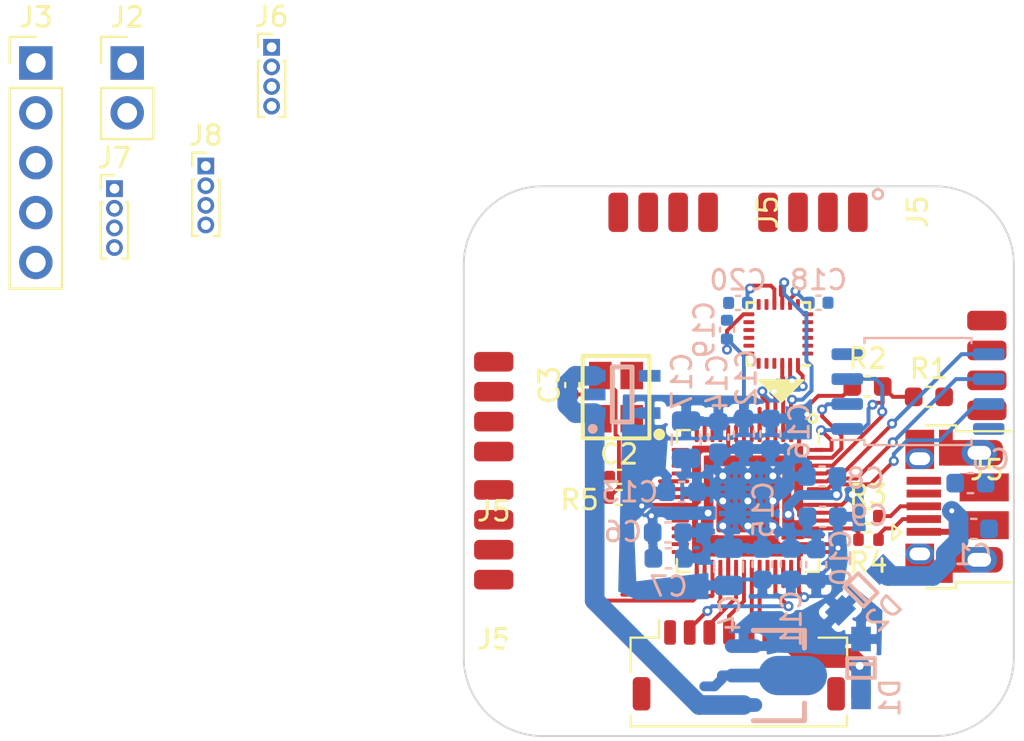
<source format=kicad_pcb>
(kicad_pcb (version 20171130) (host pcbnew 5.1.9+dfsg1-1)

  (general
    (thickness 1.6)
    (drawings 12)
    (tracks 320)
    (zones 0)
    (modules 49)
    (nets 70)
  )

  (page A4)
  (layers
    (0 F.Cu signal)
    (31 B.Cu signal)
    (32 B.Adhes user hide)
    (33 F.Adhes user hide)
    (34 B.Paste user hide)
    (35 F.Paste user hide)
    (36 B.SilkS user)
    (37 F.SilkS user)
    (38 B.Mask user hide)
    (39 F.Mask user hide)
    (40 Dwgs.User user)
    (41 Cmts.User user hide)
    (42 Eco1.User user hide)
    (43 Eco2.User user hide)
    (44 Edge.Cuts user)
    (45 Margin user hide)
    (46 B.CrtYd user hide)
    (47 F.CrtYd user hide)
    (48 B.Fab user hide)
    (49 F.Fab user hide)
  )

  (setup
    (last_trace_width 0.2)
    (user_trace_width 0.1524)
    (user_trace_width 0.2)
    (user_trace_width 0.3048)
    (user_trace_width 0.5)
    (user_trace_width 1)
    (trace_clearance 0.1)
    (zone_clearance 0.15)
    (zone_45_only no)
    (trace_min 0.1524)
    (via_size 0.8)
    (via_drill 0.4)
    (via_min_size 0.508)
    (via_min_drill 0.254)
    (user_via 0.508 0.254)
    (user_via 0.6 0.35)
    (uvia_size 0.3)
    (uvia_drill 0.1)
    (uvias_allowed no)
    (uvia_min_size 0.2)
    (uvia_min_drill 0.1)
    (edge_width 0.1)
    (segment_width 0.2)
    (pcb_text_width 0.3)
    (pcb_text_size 1.5 1.5)
    (mod_edge_width 0.15)
    (mod_text_size 1 1)
    (mod_text_width 0.15)
    (pad_size 4 4)
    (pad_drill 4)
    (pad_to_mask_clearance 0.0508)
    (solder_mask_min_width 0.101)
    (aux_axis_origin 0 0)
    (visible_elements FFFFFF7F)
    (pcbplotparams
      (layerselection 0x010fc_ffffffff)
      (usegerberextensions false)
      (usegerberattributes true)
      (usegerberadvancedattributes true)
      (creategerberjobfile true)
      (excludeedgelayer true)
      (linewidth 0.100000)
      (plotframeref false)
      (viasonmask false)
      (mode 1)
      (useauxorigin false)
      (hpglpennumber 1)
      (hpglpenspeed 20)
      (hpglpendiameter 15.000000)
      (psnegative false)
      (psa4output false)
      (plotreference true)
      (plotvalue true)
      (plotinvisibletext false)
      (padsonsilk false)
      (subtractmaskfromsilk false)
      (outputformat 1)
      (mirror false)
      (drillshape 1)
      (scaleselection 1)
      (outputdirectory ""))
  )

  (net 0 "")
  (net 1 GND)
  (net 2 VBUS)
  (net 3 /XIN)
  (net 4 "Net-(C3-Pad1)")
  (net 5 +3V3)
  (net 6 +1V1)
  (net 7 /USB_D-)
  (net 8 /USB_D+)
  (net 9 "Net-(J1-Pad4)")
  (net 10 /QSPI_SS)
  (net 11 "Net-(R3-Pad2)")
  (net 12 "Net-(R4-Pad2)")
  (net 13 /XOUT)
  (net 14 /QSPI_SD3)
  (net 15 /QSPI_SCLK)
  (net 16 /QSPI_SD0)
  (net 17 /QSPI_SD2)
  (net 18 /QSPI_SD1)
  (net 19 "Net-(C20-Pad1)")
  (net 20 SWDIO)
  (net 21 SWCLK)
  (net 22 VBAT)
  (net 23 ESC_MOTOR_1)
  (net 24 ESC_MOTOR_2)
  (net 25 ESC_MOTOR_3)
  (net 26 ESC_MOTOR_4)
  (net 27 ESC_CURRENT)
  (net 28 ESC_TELEMETRY_RX)
  (net 29 UART1_TX)
  (net 30 UART1_RX)
  (net 31 +5V)
  (net 32 "Net-(U3-Pad40)")
  (net 33 IMU_SPI_MOSI)
  (net 34 IMU_SPI_MISO)
  (net 35 IMU_SPI_SCLK)
  (net 36 IMU_SPI_CS)
  (net 37 "Net-(U3-Pad28)")
  (net 38 "Net-(U3-Pad16)")
  (net 39 "Net-(U3-Pad15)")
  (net 40 "Net-(U4-Pad21)")
  (net 41 "Net-(U4-Pad11)")
  (net 42 "Net-(U4-Pad7)")
  (net 43 "Net-(U3-Pad9)")
  (net 44 "Net-(C1-Pad1)")
  (net 45 "Net-(U3-Pad14)")
  (net 46 "Net-(U3-Pad13)")
  (net 47 "Net-(U3-Pad12)")
  (net 48 "Net-(U3-Pad11)")
  (net 49 "Net-(U3-Pad8)")
  (net 50 "Net-(U3-Pad7)")
  (net 51 IMU_DATA_RDY)
  (net 52 /~USB_BOOT)
  (net 53 "Net-(U1-Pad4)")
  (net 54 "Net-(U3-Pad38)")
  (net 55 "Net-(U3-Pad30)")
  (net 56 "Net-(U3-Pad29)")
  (net 57 "Net-(U3-Pad27)")
  (net 58 /RUN)
  (net 59 RESET)
  (net 60 BOOT)
  (net 61 UART2_TX)
  (net 62 UART2_RX)
  (net 63 "Net-(J7-Pad4)")
  (net 64 "Net-(J7-Pad2)")
  (net 65 "Net-(J8-Pad4)")
  (net 66 "Net-(J8-Pad2)")
  (net 67 "Net-(U3-Pad41)")
  (net 68 "Net-(U3-Pad18)")
  (net 69 "Net-(U3-Pad17)")

  (net_class Default "This is the default net class."
    (clearance 0.1)
    (trace_width 0.25)
    (via_dia 0.8)
    (via_drill 0.4)
    (uvia_dia 0.3)
    (uvia_drill 0.1)
    (add_net +1V1)
    (add_net +3V3)
    (add_net +5V)
    (add_net /QSPI_SCLK)
    (add_net /QSPI_SD0)
    (add_net /QSPI_SD1)
    (add_net /QSPI_SD2)
    (add_net /QSPI_SD3)
    (add_net /QSPI_SS)
    (add_net /RUN)
    (add_net /USB_D+)
    (add_net /USB_D-)
    (add_net /XIN)
    (add_net /XOUT)
    (add_net /~USB_BOOT)
    (add_net BOOT)
    (add_net ESC_CURRENT)
    (add_net ESC_MOTOR_1)
    (add_net ESC_MOTOR_2)
    (add_net ESC_MOTOR_3)
    (add_net ESC_MOTOR_4)
    (add_net ESC_TELEMETRY_RX)
    (add_net GND)
    (add_net IMU_DATA_RDY)
    (add_net IMU_SPI_CS)
    (add_net IMU_SPI_MISO)
    (add_net IMU_SPI_MOSI)
    (add_net IMU_SPI_SCLK)
    (add_net "Net-(C1-Pad1)")
    (add_net "Net-(C20-Pad1)")
    (add_net "Net-(C3-Pad1)")
    (add_net "Net-(J1-Pad4)")
    (add_net "Net-(J7-Pad2)")
    (add_net "Net-(J7-Pad4)")
    (add_net "Net-(J8-Pad2)")
    (add_net "Net-(J8-Pad4)")
    (add_net "Net-(R3-Pad2)")
    (add_net "Net-(R4-Pad2)")
    (add_net "Net-(U1-Pad4)")
    (add_net "Net-(U3-Pad11)")
    (add_net "Net-(U3-Pad12)")
    (add_net "Net-(U3-Pad13)")
    (add_net "Net-(U3-Pad14)")
    (add_net "Net-(U3-Pad15)")
    (add_net "Net-(U3-Pad16)")
    (add_net "Net-(U3-Pad17)")
    (add_net "Net-(U3-Pad18)")
    (add_net "Net-(U3-Pad27)")
    (add_net "Net-(U3-Pad28)")
    (add_net "Net-(U3-Pad29)")
    (add_net "Net-(U3-Pad30)")
    (add_net "Net-(U3-Pad38)")
    (add_net "Net-(U3-Pad40)")
    (add_net "Net-(U3-Pad41)")
    (add_net "Net-(U3-Pad7)")
    (add_net "Net-(U3-Pad8)")
    (add_net "Net-(U3-Pad9)")
    (add_net "Net-(U4-Pad11)")
    (add_net "Net-(U4-Pad21)")
    (add_net "Net-(U4-Pad7)")
    (add_net RESET)
    (add_net SWCLK)
    (add_net SWDIO)
    (add_net UART1_RX)
    (add_net UART1_TX)
    (add_net UART2_RX)
    (add_net UART2_TX)
    (add_net VBAT)
    (add_net VBUS)
  )

  (module pico-flight:PAD_X4_SMD_03x02 (layer F.Cu) (tedit 61C2E069) (tstamp 61C524A5)
    (at 22.625 9.95)
    (path /6056C6D9)
    (fp_text reference J5 (at 0 0.5) (layer F.SilkS)
      (effects (font (size 1 1) (thickness 0.15)))
    )
    (fp_text value UART1 (at 0 -0.5) (layer F.Fab)
      (effects (font (size 1 1) (thickness 0.15)))
    )
    (pad 1 smd roundrect (at 0 -2.54) (size 2 1) (layers F.Cu F.Paste F.Mask) (roundrect_rratio 0.25))
    (pad 2 smd roundrect (at 0 -4.064) (size 2 1) (layers F.Cu F.Paste F.Mask) (roundrect_rratio 0.25))
    (pad 3 smd roundrect (at 0 -5.588) (size 2 1) (layers F.Cu F.Paste F.Mask) (roundrect_rratio 0.25))
    (pad 4 smd roundrect (at 0 -7.112) (size 2 1) (layers F.Cu F.Paste F.Mask) (roundrect_rratio 0.25))
  )

  (module pico-flight:PAD_X4_SMD_03x02 (layer F.Cu) (tedit 61C2E069) (tstamp 61C524A5)
    (at 18.599999 -2.675 90)
    (path /6056C6D9)
    (fp_text reference J5 (at 0 0.5 90) (layer F.SilkS)
      (effects (font (size 1 1) (thickness 0.15)))
    )
    (fp_text value UART1 (at 0 -0.5 90) (layer F.Fab)
      (effects (font (size 1 1) (thickness 0.15)))
    )
    (pad 1 smd roundrect (at 0 -2.54 90) (size 2 1) (layers F.Cu F.Paste F.Mask) (roundrect_rratio 0.25))
    (pad 2 smd roundrect (at 0 -4.064 90) (size 2 1) (layers F.Cu F.Paste F.Mask) (roundrect_rratio 0.25))
    (pad 3 smd roundrect (at 0 -5.588 90) (size 2 1) (layers F.Cu F.Paste F.Mask) (roundrect_rratio 0.25))
    (pad 4 smd roundrect (at 0 -7.112 90) (size 2 1) (layers F.Cu F.Paste F.Mask) (roundrect_rratio 0.25))
  )

  (module pico-flight:PAD_X4_SMD_03x02 (layer F.Cu) (tedit 61C2E069) (tstamp 61C524A5)
    (at 10.974999 -2.675 90)
    (path /6056C6D9)
    (fp_text reference J5 (at 0 0.5 90) (layer F.SilkS)
      (effects (font (size 1 1) (thickness 0.15)))
    )
    (fp_text value UART1 (at 0 -0.5 90) (layer F.Fab)
      (effects (font (size 1 1) (thickness 0.15)))
    )
    (pad 1 smd roundrect (at 0 -2.54 90) (size 2 1) (layers F.Cu F.Paste F.Mask) (roundrect_rratio 0.25))
    (pad 2 smd roundrect (at 0 -4.064 90) (size 2 1) (layers F.Cu F.Paste F.Mask) (roundrect_rratio 0.25))
    (pad 3 smd roundrect (at 0 -5.588 90) (size 2 1) (layers F.Cu F.Paste F.Mask) (roundrect_rratio 0.25))
    (pad 4 smd roundrect (at 0 -7.112 90) (size 2 1) (layers F.Cu F.Paste F.Mask) (roundrect_rratio 0.25))
  )

  (module pico-flight:PAD_X4_SMD_03x02 (layer F.Cu) (tedit 61C2E069) (tstamp 61C524A5)
    (at -2.475 12.05)
    (path /6056C6D9)
    (fp_text reference J5 (at 0 0.5) (layer F.SilkS)
      (effects (font (size 1 1) (thickness 0.15)))
    )
    (fp_text value UART1 (at 0 -0.5) (layer F.Fab)
      (effects (font (size 1 1) (thickness 0.15)))
    )
    (pad 1 smd roundrect (at 0 -2.54) (size 2 1) (layers F.Cu F.Paste F.Mask) (roundrect_rratio 0.25))
    (pad 2 smd roundrect (at 0 -4.064) (size 2 1) (layers F.Cu F.Paste F.Mask) (roundrect_rratio 0.25))
    (pad 3 smd roundrect (at 0 -5.588) (size 2 1) (layers F.Cu F.Paste F.Mask) (roundrect_rratio 0.25))
    (pad 4 smd roundrect (at 0 -7.112) (size 2 1) (layers F.Cu F.Paste F.Mask) (roundrect_rratio 0.25))
  )

  (module pico-flight:PAD_X4_SMD_03x02 (layer F.Cu) (tedit 61C2E069) (tstamp 61C52193)
    (at -2.475 18.575)
    (path /6056C6D9)
    (fp_text reference J5 (at 0 0.5) (layer F.SilkS)
      (effects (font (size 1 1) (thickness 0.15)))
    )
    (fp_text value UART1 (at 0 -0.5) (layer F.Fab)
      (effects (font (size 1 1) (thickness 0.15)))
    )
    (pad 4 smd roundrect (at 0 -7.112) (size 2 1) (layers F.Cu F.Paste F.Mask) (roundrect_rratio 0.25)
      (net 29 UART1_TX))
    (pad 3 smd roundrect (at 0 -5.588) (size 2 1) (layers F.Cu F.Paste F.Mask) (roundrect_rratio 0.25)
      (net 1 GND))
    (pad 2 smd roundrect (at 0 -4.064) (size 2 1) (layers F.Cu F.Paste F.Mask) (roundrect_rratio 0.25)
      (net 30 UART1_RX))
    (pad 1 smd roundrect (at 0 -2.54) (size 2 1) (layers F.Cu F.Paste F.Mask) (roundrect_rratio 0.25)
      (net 31 +5V))
  )

  (module Resistor_SMD:R_0402_1005Metric (layer F.Cu) (tedit 5F68FEEE) (tstamp 61AE1E82)
    (at 16.6 14 180)
    (descr "Resistor SMD 0402 (1005 Metric), square (rectangular) end terminal, IPC_7351 nominal, (Body size source: IPC-SM-782 page 72, https://www.pcb-3d.com/wordpress/wp-content/uploads/ipc-sm-782a_amendment_1_and_2.pdf), generated with kicad-footprint-generator")
    (tags resistor)
    (path /5EDE1624)
    (attr smd)
    (fp_text reference R4 (at 0 -1.17) (layer F.SilkS)
      (effects (font (size 1 1) (thickness 0.15)))
    )
    (fp_text value 27 (at 0 1.17) (layer F.Fab)
      (effects (font (size 1 1) (thickness 0.15)))
    )
    (fp_line (start -0.525 0.27) (end -0.525 -0.27) (layer F.Fab) (width 0.1))
    (fp_line (start -0.525 -0.27) (end 0.525 -0.27) (layer F.Fab) (width 0.1))
    (fp_line (start 0.525 -0.27) (end 0.525 0.27) (layer F.Fab) (width 0.1))
    (fp_line (start 0.525 0.27) (end -0.525 0.27) (layer F.Fab) (width 0.1))
    (fp_line (start -0.153641 -0.38) (end 0.153641 -0.38) (layer F.SilkS) (width 0.12))
    (fp_line (start -0.153641 0.38) (end 0.153641 0.38) (layer F.SilkS) (width 0.12))
    (fp_line (start -0.93 0.47) (end -0.93 -0.47) (layer F.CrtYd) (width 0.05))
    (fp_line (start -0.93 -0.47) (end 0.93 -0.47) (layer F.CrtYd) (width 0.05))
    (fp_line (start 0.93 -0.47) (end 0.93 0.47) (layer F.CrtYd) (width 0.05))
    (fp_line (start 0.93 0.47) (end -0.93 0.47) (layer F.CrtYd) (width 0.05))
    (fp_text user %R (at 0 0) (layer F.Fab)
      (effects (font (size 0.26 0.26) (thickness 0.04)))
    )
    (pad 2 smd roundrect (at 0.51 0 180) (size 0.54 0.64) (layers F.Cu F.Paste F.Mask) (roundrect_rratio 0.25)
      (net 12 "Net-(R4-Pad2)"))
    (pad 1 smd roundrect (at -0.51 0 180) (size 0.54 0.64) (layers F.Cu F.Paste F.Mask) (roundrect_rratio 0.25)
      (net 7 /USB_D-))
    (model ${KISYS3DMOD}/Resistor_SMD.3dshapes/R_0402_1005Metric.wrl
      (at (xyz 0 0 0))
      (scale (xyz 1 1 1))
      (rotate (xyz 0 0 0))
    )
  )

  (module Capacitor_SMD:C_0402_1005Metric (layer F.Cu) (tedit 5F68FEEE) (tstamp 61C4BEB9)
    (at 1.524 6.124 90)
    (descr "Capacitor SMD 0402 (1005 Metric), square (rectangular) end terminal, IPC_7351 nominal, (Body size source: IPC-SM-782 page 76, https://www.pcb-3d.com/wordpress/wp-content/uploads/ipc-sm-782a_amendment_1_and_2.pdf), generated with kicad-footprint-generator")
    (tags capacitor)
    (path /5ED98685)
    (attr smd)
    (fp_text reference C3 (at 0 -1.16 90) (layer F.SilkS)
      (effects (font (size 1 1) (thickness 0.15)))
    )
    (fp_text value 27p (at 0 1.16 90) (layer F.Fab)
      (effects (font (size 1 1) (thickness 0.15)))
    )
    (fp_line (start -0.5 0.25) (end -0.5 -0.25) (layer F.Fab) (width 0.1))
    (fp_line (start -0.5 -0.25) (end 0.5 -0.25) (layer F.Fab) (width 0.1))
    (fp_line (start 0.5 -0.25) (end 0.5 0.25) (layer F.Fab) (width 0.1))
    (fp_line (start 0.5 0.25) (end -0.5 0.25) (layer F.Fab) (width 0.1))
    (fp_line (start -0.107836 -0.36) (end 0.107836 -0.36) (layer F.SilkS) (width 0.12))
    (fp_line (start -0.107836 0.36) (end 0.107836 0.36) (layer F.SilkS) (width 0.12))
    (fp_line (start -0.91 0.46) (end -0.91 -0.46) (layer F.CrtYd) (width 0.05))
    (fp_line (start -0.91 -0.46) (end 0.91 -0.46) (layer F.CrtYd) (width 0.05))
    (fp_line (start 0.91 -0.46) (end 0.91 0.46) (layer F.CrtYd) (width 0.05))
    (fp_line (start 0.91 0.46) (end -0.91 0.46) (layer F.CrtYd) (width 0.05))
    (fp_text user %R (at 0 0 90) (layer F.Fab)
      (effects (font (size 0.25 0.25) (thickness 0.04)))
    )
    (pad 2 smd roundrect (at 0.48 0 90) (size 0.56 0.62) (layers F.Cu F.Paste F.Mask) (roundrect_rratio 0.25)
      (net 1 GND))
    (pad 1 smd roundrect (at -0.48 0 90) (size 0.56 0.62) (layers F.Cu F.Paste F.Mask) (roundrect_rratio 0.25)
      (net 4 "Net-(C3-Pad1)"))
    (model ${KISYS3DMOD}/Capacitor_SMD.3dshapes/C_0402_1005Metric.wrl
      (at (xyz 0 0 0))
      (scale (xyz 1 1 1))
      (rotate (xyz 0 0 0))
    )
  )

  (module Capacitor_SMD:C_0402_1005Metric (layer F.Cu) (tedit 5F68FEEE) (tstamp 61C4BEE9)
    (at 3.9 10.8 180)
    (descr "Capacitor SMD 0402 (1005 Metric), square (rectangular) end terminal, IPC_7351 nominal, (Body size source: IPC-SM-782 page 76, https://www.pcb-3d.com/wordpress/wp-content/uploads/ipc-sm-782a_amendment_1_and_2.pdf), generated with kicad-footprint-generator")
    (tags capacitor)
    (path /5ED96B87)
    (attr smd)
    (fp_text reference C2 (at 0 1.15) (layer F.SilkS)
      (effects (font (size 1 1) (thickness 0.15)))
    )
    (fp_text value 27p (at 0 1.16) (layer F.Fab)
      (effects (font (size 1 1) (thickness 0.15)))
    )
    (fp_line (start -0.5 0.25) (end -0.5 -0.25) (layer F.Fab) (width 0.1))
    (fp_line (start -0.5 -0.25) (end 0.5 -0.25) (layer F.Fab) (width 0.1))
    (fp_line (start 0.5 -0.25) (end 0.5 0.25) (layer F.Fab) (width 0.1))
    (fp_line (start 0.5 0.25) (end -0.5 0.25) (layer F.Fab) (width 0.1))
    (fp_line (start -0.107836 -0.36) (end 0.107836 -0.36) (layer F.SilkS) (width 0.12))
    (fp_line (start -0.107836 0.36) (end 0.107836 0.36) (layer F.SilkS) (width 0.12))
    (fp_line (start -0.91 0.46) (end -0.91 -0.46) (layer F.CrtYd) (width 0.05))
    (fp_line (start -0.91 -0.46) (end 0.91 -0.46) (layer F.CrtYd) (width 0.05))
    (fp_line (start 0.91 -0.46) (end 0.91 0.46) (layer F.CrtYd) (width 0.05))
    (fp_line (start 0.91 0.46) (end -0.91 0.46) (layer F.CrtYd) (width 0.05))
    (fp_text user %R (at 0 0) (layer F.Fab)
      (effects (font (size 0.25 0.25) (thickness 0.04)))
    )
    (pad 2 smd roundrect (at 0.48 0 180) (size 0.56 0.62) (layers F.Cu F.Paste F.Mask) (roundrect_rratio 0.25)
      (net 1 GND))
    (pad 1 smd roundrect (at -0.48 0 180) (size 0.56 0.62) (layers F.Cu F.Paste F.Mask) (roundrect_rratio 0.25)
      (net 3 /XIN))
    (model ${KISYS3DMOD}/Capacitor_SMD.3dshapes/C_0402_1005Metric.wrl
      (at (xyz 0 0 0))
      (scale (xyz 1 1 1))
      (rotate (xyz 0 0 0))
    )
  )

  (module Capacitor_SMD:C_0603_1608Metric (layer B.Cu) (tedit 5F68FEEE) (tstamp 61AD5C72)
    (at 8.96 8.775 270)
    (descr "Capacitor SMD 0603 (1608 Metric), square (rectangular) end terminal, IPC_7351 nominal, (Body size source: IPC-SM-782 page 76, https://www.pcb-3d.com/wordpress/wp-content/uploads/ipc-sm-782a_amendment_1_and_2.pdf), generated with kicad-footprint-generator")
    (tags capacitor)
    (path /5EEF89B3)
    (attr smd)
    (fp_text reference C14 (at -2.775 0.06 90) (layer B.SilkS)
      (effects (font (size 1 1) (thickness 0.15)) (justify mirror))
    )
    (fp_text value 100n (at 0 -1.43 90) (layer B.Fab)
      (effects (font (size 1 1) (thickness 0.15)) (justify mirror))
    )
    (fp_line (start -0.8 -0.4) (end -0.8 0.4) (layer B.Fab) (width 0.1))
    (fp_line (start -0.8 0.4) (end 0.8 0.4) (layer B.Fab) (width 0.1))
    (fp_line (start 0.8 0.4) (end 0.8 -0.4) (layer B.Fab) (width 0.1))
    (fp_line (start 0.8 -0.4) (end -0.8 -0.4) (layer B.Fab) (width 0.1))
    (fp_line (start -0.14058 0.51) (end 0.14058 0.51) (layer B.SilkS) (width 0.12))
    (fp_line (start -0.14058 -0.51) (end 0.14058 -0.51) (layer B.SilkS) (width 0.12))
    (fp_line (start -1.48 -0.73) (end -1.48 0.73) (layer B.CrtYd) (width 0.05))
    (fp_line (start -1.48 0.73) (end 1.48 0.73) (layer B.CrtYd) (width 0.05))
    (fp_line (start 1.48 0.73) (end 1.48 -0.73) (layer B.CrtYd) (width 0.05))
    (fp_line (start 1.48 -0.73) (end -1.48 -0.73) (layer B.CrtYd) (width 0.05))
    (fp_text user %R (at 0 0 90) (layer B.Fab)
      (effects (font (size 0.4 0.4) (thickness 0.06)) (justify mirror))
    )
    (pad 2 smd roundrect (at 0.775 0 270) (size 0.9 0.95) (layers B.Cu B.Paste B.Mask) (roundrect_rratio 0.25)
      (net 1 GND))
    (pad 1 smd roundrect (at -0.775 0 270) (size 0.9 0.95) (layers B.Cu B.Paste B.Mask) (roundrect_rratio 0.25)
      (net 5 +3V3))
    (model ${KISYS3DMOD}/Capacitor_SMD.3dshapes/C_0603_1608Metric.wrl
      (at (xyz 0 0 0))
      (scale (xyz 1 1 1))
      (rotate (xyz 0 0 0))
    )
  )

  (module Package_SO:SOIC-8_5.23x5.23mm_P1.27mm (layer B.Cu) (tedit 5D9F72B1) (tstamp 61B9F08A)
    (at 19.12 6.455)
    (descr "SOIC, 8 Pin (http://www.winbond.com/resource-files/w25q32jv%20revg%2003272018%20plus.pdf#page=68), generated with kicad-footprint-generator ipc_gullwing_generator.py")
    (tags "SOIC SO")
    (path /5EDA5F2C)
    (attr smd)
    (fp_text reference U2 (at 0 3.56) (layer B.SilkS) hide
      (effects (font (size 1 1) (thickness 0.15)) (justify mirror))
    )
    (fp_text value W25Q128JVS (at 0 -3.56) (layer B.Fab)
      (effects (font (size 1 1) (thickness 0.15)) (justify mirror))
    )
    (fp_line (start 0 -2.725) (end 2.725 -2.725) (layer B.SilkS) (width 0.12))
    (fp_line (start 2.725 -2.725) (end 2.725 -2.465) (layer B.SilkS) (width 0.12))
    (fp_line (start 0 -2.725) (end -2.725 -2.725) (layer B.SilkS) (width 0.12))
    (fp_line (start -2.725 -2.725) (end -2.725 -2.465) (layer B.SilkS) (width 0.12))
    (fp_line (start 0 2.725) (end 2.725 2.725) (layer B.SilkS) (width 0.12))
    (fp_line (start 2.725 2.725) (end 2.725 2.465) (layer B.SilkS) (width 0.12))
    (fp_line (start 0 2.725) (end -2.725 2.725) (layer B.SilkS) (width 0.12))
    (fp_line (start -2.725 2.725) (end -2.725 2.465) (layer B.SilkS) (width 0.12))
    (fp_line (start -2.725 2.465) (end -4.4 2.465) (layer B.SilkS) (width 0.12))
    (fp_line (start -1.615 2.615) (end 2.615 2.615) (layer B.Fab) (width 0.1))
    (fp_line (start 2.615 2.615) (end 2.615 -2.615) (layer B.Fab) (width 0.1))
    (fp_line (start 2.615 -2.615) (end -2.615 -2.615) (layer B.Fab) (width 0.1))
    (fp_line (start -2.615 -2.615) (end -2.615 1.615) (layer B.Fab) (width 0.1))
    (fp_line (start -2.615 1.615) (end -1.615 2.615) (layer B.Fab) (width 0.1))
    (fp_line (start -4.65 2.86) (end -4.65 -2.86) (layer B.CrtYd) (width 0.05))
    (fp_line (start -4.65 -2.86) (end 4.65 -2.86) (layer B.CrtYd) (width 0.05))
    (fp_line (start 4.65 -2.86) (end 4.65 2.86) (layer B.CrtYd) (width 0.05))
    (fp_line (start 4.65 2.86) (end -4.65 2.86) (layer B.CrtYd) (width 0.05))
    (fp_text user %R (at 0 0) (layer B.Fab)
      (effects (font (size 1 1) (thickness 0.15)) (justify mirror))
    )
    (pad 8 smd roundrect (at 3.6 1.905) (size 1.6 0.6) (layers B.Cu B.Paste B.Mask) (roundrect_rratio 0.25)
      (net 5 +3V3))
    (pad 7 smd roundrect (at 3.6 0.635) (size 1.6 0.6) (layers B.Cu B.Paste B.Mask) (roundrect_rratio 0.25)
      (net 14 /QSPI_SD3))
    (pad 6 smd roundrect (at 3.6 -0.635) (size 1.6 0.6) (layers B.Cu B.Paste B.Mask) (roundrect_rratio 0.25)
      (net 15 /QSPI_SCLK))
    (pad 5 smd roundrect (at 3.6 -1.905) (size 1.6 0.6) (layers B.Cu B.Paste B.Mask) (roundrect_rratio 0.25)
      (net 16 /QSPI_SD0))
    (pad 4 smd roundrect (at -3.6 -1.905) (size 1.6 0.6) (layers B.Cu B.Paste B.Mask) (roundrect_rratio 0.25)
      (net 1 GND))
    (pad 3 smd roundrect (at -3.6 -0.635) (size 1.6 0.6) (layers B.Cu B.Paste B.Mask) (roundrect_rratio 0.25)
      (net 17 /QSPI_SD2))
    (pad 2 smd roundrect (at -3.6 0.635) (size 1.6 0.6) (layers B.Cu B.Paste B.Mask) (roundrect_rratio 0.25)
      (net 18 /QSPI_SD1))
    (pad 1 smd roundrect (at -3.6 1.905) (size 1.6 0.6) (layers B.Cu B.Paste B.Mask) (roundrect_rratio 0.25)
      (net 10 /QSPI_SS))
    (model ${KISYS3DMOD}/Package_SO.3dshapes/SOIC-8_5.275x5.275mm_P1.27mm.wrl
      (at (xyz 0 0 0))
      (scale (xyz 1 1 1))
      (rotate (xyz 0 0 0))
    )
  )

  (module Resistor_SMD:R_0402_1005Metric (layer F.Cu) (tedit 5F68FEEE) (tstamp 61AE1E71)
    (at 16.59 12.8 180)
    (descr "Resistor SMD 0402 (1005 Metric), square (rectangular) end terminal, IPC_7351 nominal, (Body size source: IPC-SM-782 page 72, https://www.pcb-3d.com/wordpress/wp-content/uploads/ipc-sm-782a_amendment_1_and_2.pdf), generated with kicad-footprint-generator")
    (tags resistor)
    (path /5EDE0881)
    (attr smd)
    (fp_text reference R3 (at 0.015 1.075) (layer F.SilkS)
      (effects (font (size 1 1) (thickness 0.15)))
    )
    (fp_text value 27 (at 0 1.17) (layer F.Fab)
      (effects (font (size 1 1) (thickness 0.15)))
    )
    (fp_line (start -0.525 0.27) (end -0.525 -0.27) (layer F.Fab) (width 0.1))
    (fp_line (start -0.525 -0.27) (end 0.525 -0.27) (layer F.Fab) (width 0.1))
    (fp_line (start 0.525 -0.27) (end 0.525 0.27) (layer F.Fab) (width 0.1))
    (fp_line (start 0.525 0.27) (end -0.525 0.27) (layer F.Fab) (width 0.1))
    (fp_line (start -0.153641 -0.38) (end 0.153641 -0.38) (layer F.SilkS) (width 0.12))
    (fp_line (start -0.153641 0.38) (end 0.153641 0.38) (layer F.SilkS) (width 0.12))
    (fp_line (start -0.93 0.47) (end -0.93 -0.47) (layer F.CrtYd) (width 0.05))
    (fp_line (start -0.93 -0.47) (end 0.93 -0.47) (layer F.CrtYd) (width 0.05))
    (fp_line (start 0.93 -0.47) (end 0.93 0.47) (layer F.CrtYd) (width 0.05))
    (fp_line (start 0.93 0.47) (end -0.93 0.47) (layer F.CrtYd) (width 0.05))
    (fp_text user %R (at 0 0) (layer F.Fab)
      (effects (font (size 0.26 0.26) (thickness 0.04)))
    )
    (pad 2 smd roundrect (at 0.51 0 180) (size 0.54 0.64) (layers F.Cu F.Paste F.Mask) (roundrect_rratio 0.25)
      (net 11 "Net-(R3-Pad2)"))
    (pad 1 smd roundrect (at -0.51 0 180) (size 0.54 0.64) (layers F.Cu F.Paste F.Mask) (roundrect_rratio 0.25)
      (net 8 /USB_D+))
    (model ${KISYS3DMOD}/Resistor_SMD.3dshapes/R_0402_1005Metric.wrl
      (at (xyz 0 0 0))
      (scale (xyz 1 1 1))
      (rotate (xyz 0 0 0))
    )
  )

  (module lc_lib:SOD-123 (layer B.Cu) (tedit 58AA841A) (tstamp 61C477C6)
    (at 16.215 16.56 45)
    (path /60B7CC71)
    (fp_text reference D2 (at -0.021213 1.661701 45) (layer B.SilkS)
      (effects (font (size 1 1) (thickness 0.15)) (justify mirror))
    )
    (fp_text value SOD-123_B5819W__SL (at -0.283067 -3.373724 45) (layer B.Fab)
      (effects (font (size 1 1) (thickness 0.15)) (justify mirror))
    )
    (fp_line (start -1.35 -0.825) (end 1.35 -0.825) (layer B.Fab) (width 0.1))
    (fp_line (start 1.35 -0.825) (end 1.35 0.825) (layer B.Fab) (width 0.1))
    (fp_line (start -1.35 0.825) (end 1.35 0.825) (layer B.Fab) (width 0.1))
    (fp_line (start -1.35 -0.825) (end -1.35 0.825) (layer B.Fab) (width 0.1))
    (fp_line (start -2.3 -0.3) (end -2.3 0.3) (layer B.Fab) (width 0.1))
    (fp_line (start 2.3 0) (end 2.9 0) (layer B.Fab) (width 0.1))
    (fp_line (start 2.6 -0.3) (end 2.6 0.3) (layer B.Fab) (width 0.1))
    (fp_line (start -0.2 -0.7) (end -0.2 0.7) (layer B.SilkS) (width 0.2))
    (fp_line (start -0.5 -0.7) (end -0.5 0.7) (layer B.SilkS) (width 0.2))
    (fp_line (start 0.5 -0.7) (end 0.5 0.7) (layer B.SilkS) (width 0.2))
    (fp_line (start -0.5 -0.7) (end 0.5 -0.7) (layer B.SilkS) (width 0.2))
    (fp_line (start -0.5 0.7) (end 0.5 0.7) (layer B.SilkS) (width 0.2))
    (fp_line (start -2.35 0.875) (end 2.95 0.875) (layer B.CrtYd) (width 0.05))
    (fp_line (start 2.95 0.875) (end 2.95 -0.875) (layer B.CrtYd) (width 0.05))
    (fp_line (start 2.95 -0.875) (end -2.35 -0.875) (layer B.CrtYd) (width 0.05))
    (fp_line (start -2.35 -0.875) (end -2.35 0.875) (layer B.CrtYd) (width 0.05))
    (pad 2 smd rect (at -1.475 0 225) (size 1.25 1) (layers B.Cu B.Paste B.Mask)
      (net 2 VBUS))
    (pad 1 smd rect (at 1.475 0 225) (size 1.25 1) (layers B.Cu B.Paste B.Mask)
      (net 44 "Net-(C1-Pad1)"))
    (model ${KISYS3DMOD}/Diodes_SMD.3dshapes/D_SOD-123.step
      (at (xyz 0 0 0))
      (scale (xyz 1 1 1))
      (rotate (xyz 0 0 180))
    )
  )

  (module Capacitor_SMD:C_0603_1608Metric (layer F.Cu) (tedit 5F68FEEE) (tstamp 600F5929)
    (at 19.675 6.725)
    (descr "Capacitor SMD 0603 (1608 Metric), square (rectangular) end terminal, IPC_7351 nominal, (Body size source: IPC-SM-782 page 76, https://www.pcb-3d.com/wordpress/wp-content/uploads/ipc-sm-782a_amendment_1_and_2.pdf), generated with kicad-footprint-generator")
    (tags capacitor)
    (path /5EDAE9F0)
    (attr smd)
    (fp_text reference R1 (at 0 -1.43) (layer F.SilkS)
      (effects (font (size 1 1) (thickness 0.15)))
    )
    (fp_text value 1k (at 0 1.43) (layer F.Fab)
      (effects (font (size 1 1) (thickness 0.15)))
    )
    (fp_line (start -0.8 0.4) (end -0.8 -0.4) (layer F.Fab) (width 0.1))
    (fp_line (start -0.8 -0.4) (end 0.8 -0.4) (layer F.Fab) (width 0.1))
    (fp_line (start 0.8 -0.4) (end 0.8 0.4) (layer F.Fab) (width 0.1))
    (fp_line (start 0.8 0.4) (end -0.8 0.4) (layer F.Fab) (width 0.1))
    (fp_line (start -0.14058 -0.51) (end 0.14058 -0.51) (layer F.SilkS) (width 0.12))
    (fp_line (start -0.14058 0.51) (end 0.14058 0.51) (layer F.SilkS) (width 0.12))
    (fp_line (start -1.48 0.73) (end -1.48 -0.73) (layer F.CrtYd) (width 0.05))
    (fp_line (start -1.48 -0.73) (end 1.48 -0.73) (layer F.CrtYd) (width 0.05))
    (fp_line (start 1.48 -0.73) (end 1.48 0.73) (layer F.CrtYd) (width 0.05))
    (fp_line (start 1.48 0.73) (end -1.48 0.73) (layer F.CrtYd) (width 0.05))
    (fp_text user %R (at 0 0) (layer F.Fab)
      (effects (font (size 0.4 0.4) (thickness 0.06)))
    )
    (pad 2 smd roundrect (at 0.775 0) (size 0.9 0.95) (layers F.Cu F.Paste F.Mask) (roundrect_rratio 0.25)
      (net 52 /~USB_BOOT))
    (pad 1 smd roundrect (at -0.775 0) (size 0.9 0.95) (layers F.Cu F.Paste F.Mask) (roundrect_rratio 0.25)
      (net 10 /QSPI_SS))
    (model ${KISYS3DMOD}/Capacitor_SMD.3dshapes/C_0603_1608Metric.wrl
      (at (xyz 0 0 0))
      (scale (xyz 1 1 1))
      (rotate (xyz 0 0 0))
    )
  )

  (module Capacitor_SMD:C_0402_1005Metric (layer B.Cu) (tedit 5F68FEEE) (tstamp 600F57FB)
    (at 14.06 1.93 180)
    (descr "Capacitor SMD 0402 (1005 Metric), square (rectangular) end terminal, IPC_7351 nominal, (Body size source: IPC-SM-782 page 76, https://www.pcb-3d.com/wordpress/wp-content/uploads/ipc-sm-782a_amendment_1_and_2.pdf), generated with kicad-footprint-generator")
    (tags capacitor)
    (path /6036B091)
    (attr smd)
    (fp_text reference C18 (at 0 1.16 180) (layer B.SilkS)
      (effects (font (size 1 1) (thickness 0.15)) (justify mirror))
    )
    (fp_text value 10nF (at 0 -1.16 180) (layer B.Fab)
      (effects (font (size 1 1) (thickness 0.15)) (justify mirror))
    )
    (fp_line (start -0.5 -0.25) (end -0.5 0.25) (layer B.Fab) (width 0.1))
    (fp_line (start -0.5 0.25) (end 0.5 0.25) (layer B.Fab) (width 0.1))
    (fp_line (start 0.5 0.25) (end 0.5 -0.25) (layer B.Fab) (width 0.1))
    (fp_line (start 0.5 -0.25) (end -0.5 -0.25) (layer B.Fab) (width 0.1))
    (fp_line (start -0.107836 0.36) (end 0.107836 0.36) (layer B.SilkS) (width 0.12))
    (fp_line (start -0.107836 -0.36) (end 0.107836 -0.36) (layer B.SilkS) (width 0.12))
    (fp_line (start -0.91 -0.46) (end -0.91 0.46) (layer B.CrtYd) (width 0.05))
    (fp_line (start -0.91 0.46) (end 0.91 0.46) (layer B.CrtYd) (width 0.05))
    (fp_line (start 0.91 0.46) (end 0.91 -0.46) (layer B.CrtYd) (width 0.05))
    (fp_line (start 0.91 -0.46) (end -0.91 -0.46) (layer B.CrtYd) (width 0.05))
    (fp_text user %R (at 0 0 180) (layer B.Fab)
      (effects (font (size 0.25 0.25) (thickness 0.04)) (justify mirror))
    )
    (pad 2 smd roundrect (at 0.48 0 180) (size 0.56 0.62) (layers B.Cu B.Paste B.Mask) (roundrect_rratio 0.25)
      (net 5 +3V3))
    (pad 1 smd roundrect (at -0.48 0 180) (size 0.56 0.62) (layers B.Cu B.Paste B.Mask) (roundrect_rratio 0.25)
      (net 1 GND))
    (model ${KISYS3DMOD}/Capacitor_SMD.3dshapes/C_0402_1005Metric.wrl
      (at (xyz 0 0 0))
      (scale (xyz 1 1 1))
      (rotate (xyz 0 0 0))
    )
  )

  (module Capacitor_SMD:C_0402_1005Metric (layer B.Cu) (tedit 5F68FEEE) (tstamp 60FDA2E9)
    (at 9.96 1.94 180)
    (descr "Capacitor SMD 0402 (1005 Metric), square (rectangular) end terminal, IPC_7351 nominal, (Body size source: IPC-SM-782 page 76, https://www.pcb-3d.com/wordpress/wp-content/uploads/ipc-sm-782a_amendment_1_and_2.pdf), generated with kicad-footprint-generator")
    (tags capacitor)
    (path /60394690)
    (attr smd)
    (fp_text reference C20 (at 0 1.16) (layer B.SilkS)
      (effects (font (size 1 1) (thickness 0.15)) (justify mirror))
    )
    (fp_text value 0.1uF (at 0 -1.16) (layer B.Fab)
      (effects (font (size 1 1) (thickness 0.15)) (justify mirror))
    )
    (fp_line (start -0.5 -0.25) (end -0.5 0.25) (layer B.Fab) (width 0.1))
    (fp_line (start -0.5 0.25) (end 0.5 0.25) (layer B.Fab) (width 0.1))
    (fp_line (start 0.5 0.25) (end 0.5 -0.25) (layer B.Fab) (width 0.1))
    (fp_line (start 0.5 -0.25) (end -0.5 -0.25) (layer B.Fab) (width 0.1))
    (fp_line (start -0.107836 0.36) (end 0.107836 0.36) (layer B.SilkS) (width 0.12))
    (fp_line (start -0.107836 -0.36) (end 0.107836 -0.36) (layer B.SilkS) (width 0.12))
    (fp_line (start -0.91 -0.46) (end -0.91 0.46) (layer B.CrtYd) (width 0.05))
    (fp_line (start -0.91 0.46) (end 0.91 0.46) (layer B.CrtYd) (width 0.05))
    (fp_line (start 0.91 0.46) (end 0.91 -0.46) (layer B.CrtYd) (width 0.05))
    (fp_line (start 0.91 -0.46) (end -0.91 -0.46) (layer B.CrtYd) (width 0.05))
    (fp_text user %R (at 0 0) (layer B.Fab)
      (effects (font (size 0.25 0.25) (thickness 0.04)) (justify mirror))
    )
    (pad 2 smd roundrect (at 0.48 0 180) (size 0.56 0.62) (layers B.Cu B.Paste B.Mask) (roundrect_rratio 0.25)
      (net 1 GND))
    (pad 1 smd roundrect (at -0.48 0 180) (size 0.56 0.62) (layers B.Cu B.Paste B.Mask) (roundrect_rratio 0.25)
      (net 19 "Net-(C20-Pad1)"))
    (model ${KISYS3DMOD}/Capacitor_SMD.3dshapes/C_0402_1005Metric.wrl
      (at (xyz 0 0 0))
      (scale (xyz 1 1 1))
      (rotate (xyz 0 0 0))
    )
  )

  (module Capacitor_SMD:C_0402_1005Metric (layer B.Cu) (tedit 5F68FEEE) (tstamp 61AD5C12)
    (at 9.398 3.302 270)
    (descr "Capacitor SMD 0402 (1005 Metric), square (rectangular) end terminal, IPC_7351 nominal, (Body size source: IPC-SM-782 page 76, https://www.pcb-3d.com/wordpress/wp-content/uploads/ipc-sm-782a_amendment_1_and_2.pdf), generated with kicad-footprint-generator")
    (tags capacitor)
    (path /6037F9E0)
    (attr smd)
    (fp_text reference C19 (at 0 1.16 270) (layer B.SilkS)
      (effects (font (size 1 1) (thickness 0.15)) (justify mirror))
    )
    (fp_text value 0.1uF (at 0 -1.16 270) (layer B.Fab)
      (effects (font (size 1 1) (thickness 0.15)) (justify mirror))
    )
    (fp_line (start -0.5 -0.25) (end -0.5 0.25) (layer B.Fab) (width 0.1))
    (fp_line (start -0.5 0.25) (end 0.5 0.25) (layer B.Fab) (width 0.1))
    (fp_line (start 0.5 0.25) (end 0.5 -0.25) (layer B.Fab) (width 0.1))
    (fp_line (start 0.5 -0.25) (end -0.5 -0.25) (layer B.Fab) (width 0.1))
    (fp_line (start -0.107836 0.36) (end 0.107836 0.36) (layer B.SilkS) (width 0.12))
    (fp_line (start -0.107836 -0.36) (end 0.107836 -0.36) (layer B.SilkS) (width 0.12))
    (fp_line (start -0.91 -0.46) (end -0.91 0.46) (layer B.CrtYd) (width 0.05))
    (fp_line (start -0.91 0.46) (end 0.91 0.46) (layer B.CrtYd) (width 0.05))
    (fp_line (start 0.91 0.46) (end 0.91 -0.46) (layer B.CrtYd) (width 0.05))
    (fp_line (start 0.91 -0.46) (end -0.91 -0.46) (layer B.CrtYd) (width 0.05))
    (fp_text user %R (at 0 0 270) (layer B.Fab)
      (effects (font (size 0.25 0.25) (thickness 0.04)) (justify mirror))
    )
    (pad 2 smd roundrect (at 0.48 0 270) (size 0.56 0.62) (layers B.Cu B.Paste B.Mask) (roundrect_rratio 0.25)
      (net 5 +3V3))
    (pad 1 smd roundrect (at -0.48 0 270) (size 0.56 0.62) (layers B.Cu B.Paste B.Mask) (roundrect_rratio 0.25)
      (net 1 GND))
    (model ${KISYS3DMOD}/Capacitor_SMD.3dshapes/C_0402_1005Metric.wrl
      (at (xyz 0 0 0))
      (scale (xyz 1 1 1))
      (rotate (xyz 0 0 0))
    )
  )

  (module Resistor_SMD:R_0402_1005Metric (layer F.Cu) (tedit 5F68FEEE) (tstamp 61C4BF1F)
    (at 3.890001 11.85 180)
    (descr "Resistor SMD 0402 (1005 Metric), square (rectangular) end terminal, IPC_7351 nominal, (Body size source: IPC-SM-782 page 72, https://www.pcb-3d.com/wordpress/wp-content/uploads/ipc-sm-782a_amendment_1_and_2.pdf), generated with kicad-footprint-generator")
    (tags resistor)
    (path /5F0D8EBF)
    (attr smd)
    (fp_text reference R5 (at 1.990001 -0.125) (layer F.SilkS)
      (effects (font (size 1 1) (thickness 0.15)))
    )
    (fp_text value 1k (at 0 1.17) (layer F.Fab)
      (effects (font (size 1 1) (thickness 0.15)))
    )
    (fp_line (start -0.525 0.27) (end -0.525 -0.27) (layer F.Fab) (width 0.1))
    (fp_line (start -0.525 -0.27) (end 0.525 -0.27) (layer F.Fab) (width 0.1))
    (fp_line (start 0.525 -0.27) (end 0.525 0.27) (layer F.Fab) (width 0.1))
    (fp_line (start 0.525 0.27) (end -0.525 0.27) (layer F.Fab) (width 0.1))
    (fp_line (start -0.153641 -0.38) (end 0.153641 -0.38) (layer F.SilkS) (width 0.12))
    (fp_line (start -0.153641 0.38) (end 0.153641 0.38) (layer F.SilkS) (width 0.12))
    (fp_line (start -0.93 0.47) (end -0.93 -0.47) (layer F.CrtYd) (width 0.05))
    (fp_line (start -0.93 -0.47) (end 0.93 -0.47) (layer F.CrtYd) (width 0.05))
    (fp_line (start 0.93 -0.47) (end 0.93 0.47) (layer F.CrtYd) (width 0.05))
    (fp_line (start 0.93 0.47) (end -0.93 0.47) (layer F.CrtYd) (width 0.05))
    (fp_text user %R (at 0 0) (layer F.Fab)
      (effects (font (size 0.26 0.26) (thickness 0.04)))
    )
    (pad 2 smd roundrect (at 0.51 0 180) (size 0.54 0.64) (layers F.Cu F.Paste F.Mask) (roundrect_rratio 0.25)
      (net 4 "Net-(C3-Pad1)"))
    (pad 1 smd roundrect (at -0.51 0 180) (size 0.54 0.64) (layers F.Cu F.Paste F.Mask) (roundrect_rratio 0.25)
      (net 13 /XOUT))
    (model ${KISYS3DMOD}/Resistor_SMD.3dshapes/R_0402_1005Metric.wrl
      (at (xyz 0 0 0))
      (scale (xyz 1 1 1))
      (rotate (xyz 0 0 0))
    )
  )

  (module "lc_lib:SOT-89(SOT-89-3)" (layer B.Cu) (tedit 58AA841A) (tstamp 61AE009B)
    (at 10.24 20.92 180)
    (path /60B462BE)
    (fp_text reference VR2 (at -2.46 1.97) (layer B.SilkS) hide
      (effects (font (size 1 1) (thickness 0.15)) (justify mirror))
    )
    (fp_text value SOT-89_78L05G-AB3-R (at 0.372819 -4.925724) (layer B.Fab)
      (effects (font (size 1 1) (thickness 0.15)) (justify mirror))
    )
    (fp_line (start -3.095 2.3) (end -0.505 2.3) (layer B.Fab) (width 0.1))
    (fp_line (start -3.095 -2.3) (end -0.505 -2.3) (layer B.Fab) (width 0.1))
    (fp_line (start -3.095 -2.3) (end -3.095 2.3) (layer B.Fab) (width 0.1))
    (fp_line (start -0.505 -2.3) (end -0.505 2.3) (layer B.Fab) (width 0.1))
    (fp_line (start -3.1 1.4) (end -3.1 2.3) (layer B.SilkS) (width 0.254))
    (fp_line (start -3.1 2.3) (end -0.5 2.3) (layer B.SilkS) (width 0.254))
    (fp_line (start -3.1 -2.3) (end -3.1 -1.4) (layer B.SilkS) (width 0.254))
    (fp_line (start -3.1 -2.3) (end -0.5 -2.3) (layer B.SilkS) (width 0.254))
    (fp_line (start -4.3 2.35) (end 1 2.35) (layer B.CrtYd) (width 0.05))
    (fp_line (start 1 2.35) (end 1 -2.35) (layer B.CrtYd) (width 0.05))
    (fp_line (start 1 -2.35) (end -4.3 -2.35) (layer B.CrtYd) (width 0.05))
    (fp_line (start -4.3 -2.35) (end -4.3 2.35) (layer B.CrtYd) (width 0.05))
    (pad 3 smd oval (at 0 1.5 270) (size 0.7 1.9) (layers B.Cu B.Paste B.Mask)
      (net 2 VBUS))
    (pad 2 smd oval (at -2.5 0 270) (size 2 3.5) (layers B.Cu B.Paste B.Mask)
      (net 1 GND))
    (pad 2 smd oval (at -0.1 0 270) (size 0.7 2.1) (layers B.Cu B.Paste B.Mask)
      (net 1 GND))
    (pad 1 smd oval (at 0 -1.5 270) (size 0.7 1.9) (layers B.Cu B.Paste B.Mask)
      (net 31 +5V))
  )

  (module lc_lib:SMD-3225_4P (layer F.Cu) (tedit 58AA841A) (tstamp 61C4BE80)
    (at 3.749999 6.74 90)
    (path /6010CF83)
    (fp_text reference Y1 (at -0.725219 -2.350876 90) (layer F.SilkS) hide
      (effects (font (size 1 1) (thickness 0.15)))
    )
    (fp_text value SMD-3225_4P__12MHZ_20PF_10PPM (at 1.046438 4.998724 90) (layer F.Fab)
      (effects (font (size 1 1) (thickness 0.15)))
    )
    (fp_circle (center -1.9 2.2) (end -1.75 2.2) (layer F.SilkS) (width 0.3))
    (fp_line (start -2.1 1.7) (end 2.1 1.7) (layer F.SilkS) (width 0.2032))
    (fp_line (start -2.1 1.7) (end -2.1 -1.7) (layer F.SilkS) (width 0.2032))
    (fp_line (start 2.1 1.7) (end 2.1 -1.7) (layer F.SilkS) (width 0.2032))
    (fp_line (start -2.1 -1.7) (end 2.1 -1.7) (layer F.SilkS) (width 0.2032))
    (fp_line (start -2.15 -1.75) (end 2.15 -1.75) (layer F.CrtYd) (width 0.05))
    (fp_line (start 2.15 -1.75) (end 2.15 2.4) (layer F.CrtYd) (width 0.05))
    (fp_line (start 2.15 2.4) (end -2.15 2.4) (layer F.CrtYd) (width 0.05))
    (fp_line (start -2.15 2.4) (end -2.15 -1.75) (layer F.CrtYd) (width 0.05))
    (pad 4 smd rect (at -1.1 -0.8 90) (size 1.4 1.15) (layers F.Cu F.Paste F.Mask))
    (pad 3 smd rect (at 1.1 -0.8 90) (size 1.4 1.15) (layers F.Cu F.Paste F.Mask)
      (net 4 "Net-(C3-Pad1)"))
    (pad 2 smd rect (at 1.1 0.8 90) (size 1.4 1.15) (layers F.Cu F.Paste F.Mask))
    (pad 1 smd rect (at -1.1 0.8 90) (size 1.4 1.15) (layers F.Cu F.Paste F.Mask)
      (net 3 /XIN))
    (model ${KISYS3DMOD}/Crystals.3dshapes/Crystal_SMD_3225-4pin_3.2x2.5mm.wrl
      (at (xyz 0 0 0))
      (scale (xyz 1 1 1))
      (rotate (xyz 0 0 0))
    )
  )

  (module Connector_PinHeader_1.00mm:PinHeader_1x04_P1.00mm_Vertical (layer F.Cu) (tedit 59FED738) (tstamp 61B90946)
    (at -17.13 -5.03)
    (descr "Through hole straight pin header, 1x04, 1.00mm pitch, single row")
    (tags "Through hole pin header THT 1x04 1.00mm single row")
    (path /605842B1)
    (fp_text reference J8 (at 0 -1.56) (layer F.SilkS)
      (effects (font (size 1 1) (thickness 0.15)))
    )
    (fp_text value VTX (at 0 4.56) (layer F.Fab)
      (effects (font (size 1 1) (thickness 0.15)))
    )
    (fp_line (start -0.3175 -0.5) (end 0.635 -0.5) (layer F.Fab) (width 0.1))
    (fp_line (start 0.635 -0.5) (end 0.635 3.5) (layer F.Fab) (width 0.1))
    (fp_line (start 0.635 3.5) (end -0.635 3.5) (layer F.Fab) (width 0.1))
    (fp_line (start -0.635 3.5) (end -0.635 -0.1825) (layer F.Fab) (width 0.1))
    (fp_line (start -0.635 -0.1825) (end -0.3175 -0.5) (layer F.Fab) (width 0.1))
    (fp_line (start -0.695 3.56) (end -0.394493 3.56) (layer F.SilkS) (width 0.12))
    (fp_line (start 0.394493 3.56) (end 0.695 3.56) (layer F.SilkS) (width 0.12))
    (fp_line (start -0.695 0.685) (end -0.695 3.56) (layer F.SilkS) (width 0.12))
    (fp_line (start 0.695 0.685) (end 0.695 3.56) (layer F.SilkS) (width 0.12))
    (fp_line (start -0.695 0.685) (end -0.608276 0.685) (layer F.SilkS) (width 0.12))
    (fp_line (start 0.608276 0.685) (end 0.695 0.685) (layer F.SilkS) (width 0.12))
    (fp_line (start -0.695 0) (end -0.695 -0.685) (layer F.SilkS) (width 0.12))
    (fp_line (start -0.695 -0.685) (end 0 -0.685) (layer F.SilkS) (width 0.12))
    (fp_line (start -1.15 -1) (end -1.15 4) (layer F.CrtYd) (width 0.05))
    (fp_line (start -1.15 4) (end 1.15 4) (layer F.CrtYd) (width 0.05))
    (fp_line (start 1.15 4) (end 1.15 -1) (layer F.CrtYd) (width 0.05))
    (fp_line (start 1.15 -1) (end -1.15 -1) (layer F.CrtYd) (width 0.05))
    (fp_text user %R (at 0 1.5 90) (layer F.Fab)
      (effects (font (size 0.76 0.76) (thickness 0.114)))
    )
    (pad 4 thru_hole oval (at 0 3) (size 0.85 0.85) (drill 0.5) (layers *.Cu *.Mask)
      (net 65 "Net-(J8-Pad4)"))
    (pad 3 thru_hole oval (at 0 2) (size 0.85 0.85) (drill 0.5) (layers *.Cu *.Mask)
      (net 1 GND))
    (pad 2 thru_hole oval (at 0 1) (size 0.85 0.85) (drill 0.5) (layers *.Cu *.Mask)
      (net 66 "Net-(J8-Pad2)"))
    (pad 1 thru_hole rect (at 0 0) (size 0.85 0.85) (drill 0.5) (layers *.Cu *.Mask)
      (net 31 +5V))
    (model ${KISYS3DMOD}/Connector_PinHeader_1.00mm.3dshapes/PinHeader_1x04_P1.00mm_Vertical.wrl
      (at (xyz 0 0 0))
      (scale (xyz 1 1 1))
      (rotate (xyz 0 0 0))
    )
  )

  (module Connector_PinHeader_1.00mm:PinHeader_1x04_P1.00mm_Vertical (layer F.Cu) (tedit 59FED738) (tstamp 61B9092C)
    (at -21.78 -3.88)
    (descr "Through hole straight pin header, 1x04, 1.00mm pitch, single row")
    (tags "Through hole pin header THT 1x04 1.00mm single row")
    (path /605842AB)
    (fp_text reference J7 (at 0 -1.56) (layer F.SilkS)
      (effects (font (size 1 1) (thickness 0.15)))
    )
    (fp_text value CAM (at 0 4.56) (layer F.Fab)
      (effects (font (size 1 1) (thickness 0.15)))
    )
    (fp_line (start -0.3175 -0.5) (end 0.635 -0.5) (layer F.Fab) (width 0.1))
    (fp_line (start 0.635 -0.5) (end 0.635 3.5) (layer F.Fab) (width 0.1))
    (fp_line (start 0.635 3.5) (end -0.635 3.5) (layer F.Fab) (width 0.1))
    (fp_line (start -0.635 3.5) (end -0.635 -0.1825) (layer F.Fab) (width 0.1))
    (fp_line (start -0.635 -0.1825) (end -0.3175 -0.5) (layer F.Fab) (width 0.1))
    (fp_line (start -0.695 3.56) (end -0.394493 3.56) (layer F.SilkS) (width 0.12))
    (fp_line (start 0.394493 3.56) (end 0.695 3.56) (layer F.SilkS) (width 0.12))
    (fp_line (start -0.695 0.685) (end -0.695 3.56) (layer F.SilkS) (width 0.12))
    (fp_line (start 0.695 0.685) (end 0.695 3.56) (layer F.SilkS) (width 0.12))
    (fp_line (start -0.695 0.685) (end -0.608276 0.685) (layer F.SilkS) (width 0.12))
    (fp_line (start 0.608276 0.685) (end 0.695 0.685) (layer F.SilkS) (width 0.12))
    (fp_line (start -0.695 0) (end -0.695 -0.685) (layer F.SilkS) (width 0.12))
    (fp_line (start -0.695 -0.685) (end 0 -0.685) (layer F.SilkS) (width 0.12))
    (fp_line (start -1.15 -1) (end -1.15 4) (layer F.CrtYd) (width 0.05))
    (fp_line (start -1.15 4) (end 1.15 4) (layer F.CrtYd) (width 0.05))
    (fp_line (start 1.15 4) (end 1.15 -1) (layer F.CrtYd) (width 0.05))
    (fp_line (start 1.15 -1) (end -1.15 -1) (layer F.CrtYd) (width 0.05))
    (fp_text user %R (at 0 1.5 90) (layer F.Fab)
      (effects (font (size 0.76 0.76) (thickness 0.114)))
    )
    (pad 4 thru_hole oval (at 0 3) (size 0.85 0.85) (drill 0.5) (layers *.Cu *.Mask)
      (net 63 "Net-(J7-Pad4)"))
    (pad 3 thru_hole oval (at 0 2) (size 0.85 0.85) (drill 0.5) (layers *.Cu *.Mask)
      (net 1 GND))
    (pad 2 thru_hole oval (at 0 1) (size 0.85 0.85) (drill 0.5) (layers *.Cu *.Mask)
      (net 64 "Net-(J7-Pad2)"))
    (pad 1 thru_hole rect (at 0 0) (size 0.85 0.85) (drill 0.5) (layers *.Cu *.Mask)
      (net 31 +5V))
    (model ${KISYS3DMOD}/Connector_PinHeader_1.00mm.3dshapes/PinHeader_1x04_P1.00mm_Vertical.wrl
      (at (xyz 0 0 0))
      (scale (xyz 1 1 1))
      (rotate (xyz 0 0 0))
    )
  )

  (module Connector_PinHeader_1.00mm:PinHeader_1x04_P1.00mm_Vertical (layer F.Cu) (tedit 59FED738) (tstamp 61B90912)
    (at -13.78 -11.08)
    (descr "Through hole straight pin header, 1x04, 1.00mm pitch, single row")
    (tags "Through hole pin header THT 1x04 1.00mm single row")
    (path /6056DA1B)
    (fp_text reference J6 (at 0 -1.56) (layer F.SilkS)
      (effects (font (size 1 1) (thickness 0.15)))
    )
    (fp_text value UART2 (at 0 4.56) (layer F.Fab)
      (effects (font (size 1 1) (thickness 0.15)))
    )
    (fp_line (start -0.3175 -0.5) (end 0.635 -0.5) (layer F.Fab) (width 0.1))
    (fp_line (start 0.635 -0.5) (end 0.635 3.5) (layer F.Fab) (width 0.1))
    (fp_line (start 0.635 3.5) (end -0.635 3.5) (layer F.Fab) (width 0.1))
    (fp_line (start -0.635 3.5) (end -0.635 -0.1825) (layer F.Fab) (width 0.1))
    (fp_line (start -0.635 -0.1825) (end -0.3175 -0.5) (layer F.Fab) (width 0.1))
    (fp_line (start -0.695 3.56) (end -0.394493 3.56) (layer F.SilkS) (width 0.12))
    (fp_line (start 0.394493 3.56) (end 0.695 3.56) (layer F.SilkS) (width 0.12))
    (fp_line (start -0.695 0.685) (end -0.695 3.56) (layer F.SilkS) (width 0.12))
    (fp_line (start 0.695 0.685) (end 0.695 3.56) (layer F.SilkS) (width 0.12))
    (fp_line (start -0.695 0.685) (end -0.608276 0.685) (layer F.SilkS) (width 0.12))
    (fp_line (start 0.608276 0.685) (end 0.695 0.685) (layer F.SilkS) (width 0.12))
    (fp_line (start -0.695 0) (end -0.695 -0.685) (layer F.SilkS) (width 0.12))
    (fp_line (start -0.695 -0.685) (end 0 -0.685) (layer F.SilkS) (width 0.12))
    (fp_line (start -1.15 -1) (end -1.15 4) (layer F.CrtYd) (width 0.05))
    (fp_line (start -1.15 4) (end 1.15 4) (layer F.CrtYd) (width 0.05))
    (fp_line (start 1.15 4) (end 1.15 -1) (layer F.CrtYd) (width 0.05))
    (fp_line (start 1.15 -1) (end -1.15 -1) (layer F.CrtYd) (width 0.05))
    (fp_text user %R (at 0 1.5 90) (layer F.Fab)
      (effects (font (size 0.76 0.76) (thickness 0.114)))
    )
    (pad 4 thru_hole oval (at 0 3) (size 0.85 0.85) (drill 0.5) (layers *.Cu *.Mask)
      (net 61 UART2_TX))
    (pad 3 thru_hole oval (at 0 2) (size 0.85 0.85) (drill 0.5) (layers *.Cu *.Mask)
      (net 1 GND))
    (pad 2 thru_hole oval (at 0 1) (size 0.85 0.85) (drill 0.5) (layers *.Cu *.Mask)
      (net 62 UART2_RX))
    (pad 1 thru_hole rect (at 0 0) (size 0.85 0.85) (drill 0.5) (layers *.Cu *.Mask)
      (net 31 +5V))
    (model ${KISYS3DMOD}/Connector_PinHeader_1.00mm.3dshapes/PinHeader_1x04_P1.00mm_Vertical.wrl
      (at (xyz 0 0 0))
      (scale (xyz 1 1 1))
      (rotate (xyz 0 0 0))
    )
  )

  (module Connector_PinHeader_2.54mm:PinHeader_1x05_P2.54mm_Vertical (layer F.Cu) (tedit 59FED5CC) (tstamp 61B9089E)
    (at -25.78 -10.28)
    (descr "Through hole straight pin header, 1x05, 2.54mm pitch, single row")
    (tags "Through hole pin header THT 1x05 2.54mm single row")
    (path /60932651)
    (fp_text reference J3 (at 0 -2.33) (layer F.SilkS)
      (effects (font (size 1 1) (thickness 0.15)))
    )
    (fp_text value DEBUG (at 0 12.49) (layer F.Fab)
      (effects (font (size 1 1) (thickness 0.15)))
    )
    (fp_line (start -0.635 -1.27) (end 1.27 -1.27) (layer F.Fab) (width 0.1))
    (fp_line (start 1.27 -1.27) (end 1.27 11.43) (layer F.Fab) (width 0.1))
    (fp_line (start 1.27 11.43) (end -1.27 11.43) (layer F.Fab) (width 0.1))
    (fp_line (start -1.27 11.43) (end -1.27 -0.635) (layer F.Fab) (width 0.1))
    (fp_line (start -1.27 -0.635) (end -0.635 -1.27) (layer F.Fab) (width 0.1))
    (fp_line (start -1.33 11.49) (end 1.33 11.49) (layer F.SilkS) (width 0.12))
    (fp_line (start -1.33 1.27) (end -1.33 11.49) (layer F.SilkS) (width 0.12))
    (fp_line (start 1.33 1.27) (end 1.33 11.49) (layer F.SilkS) (width 0.12))
    (fp_line (start -1.33 1.27) (end 1.33 1.27) (layer F.SilkS) (width 0.12))
    (fp_line (start -1.33 0) (end -1.33 -1.33) (layer F.SilkS) (width 0.12))
    (fp_line (start -1.33 -1.33) (end 0 -1.33) (layer F.SilkS) (width 0.12))
    (fp_line (start -1.8 -1.8) (end -1.8 11.95) (layer F.CrtYd) (width 0.05))
    (fp_line (start -1.8 11.95) (end 1.8 11.95) (layer F.CrtYd) (width 0.05))
    (fp_line (start 1.8 11.95) (end 1.8 -1.8) (layer F.CrtYd) (width 0.05))
    (fp_line (start 1.8 -1.8) (end -1.8 -1.8) (layer F.CrtYd) (width 0.05))
    (fp_text user %R (at 0 5.08 90) (layer F.Fab)
      (effects (font (size 1 1) (thickness 0.15)))
    )
    (pad 5 thru_hole oval (at 0 10.16) (size 1.7 1.7) (drill 1) (layers *.Cu *.Mask)
      (net 59 RESET))
    (pad 4 thru_hole oval (at 0 7.62) (size 1.7 1.7) (drill 1) (layers *.Cu *.Mask)
      (net 60 BOOT))
    (pad 3 thru_hole oval (at 0 5.08) (size 1.7 1.7) (drill 1) (layers *.Cu *.Mask)
      (net 21 SWCLK))
    (pad 2 thru_hole oval (at 0 2.54) (size 1.7 1.7) (drill 1) (layers *.Cu *.Mask)
      (net 1 GND))
    (pad 1 thru_hole rect (at 0 0) (size 1.7 1.7) (drill 1) (layers *.Cu *.Mask)
      (net 20 SWDIO))
    (model ${KISYS3DMOD}/Connector_PinHeader_2.54mm.3dshapes/PinHeader_1x05_P2.54mm_Vertical.wrl
      (at (xyz 0 0 0))
      (scale (xyz 1 1 1))
      (rotate (xyz 0 0 0))
    )
  )

  (module Connector_PinHeader_2.54mm:PinHeader_1x02_P2.54mm_Vertical (layer F.Cu) (tedit 59FED5CC) (tstamp 61B90885)
    (at -21.13 -10.28)
    (descr "Through hole straight pin header, 1x02, 2.54mm pitch, single row")
    (tags "Through hole pin header THT 1x02 2.54mm single row")
    (path /5F30F0BA)
    (fp_text reference J2 (at 0 -2.33) (layer F.SilkS)
      (effects (font (size 1 1) (thickness 0.15)))
    )
    (fp_text value Conn_01x02 (at 0 4.87) (layer F.Fab)
      (effects (font (size 1 1) (thickness 0.15)))
    )
    (fp_line (start -0.635 -1.27) (end 1.27 -1.27) (layer F.Fab) (width 0.1))
    (fp_line (start 1.27 -1.27) (end 1.27 3.81) (layer F.Fab) (width 0.1))
    (fp_line (start 1.27 3.81) (end -1.27 3.81) (layer F.Fab) (width 0.1))
    (fp_line (start -1.27 3.81) (end -1.27 -0.635) (layer F.Fab) (width 0.1))
    (fp_line (start -1.27 -0.635) (end -0.635 -1.27) (layer F.Fab) (width 0.1))
    (fp_line (start -1.33 3.87) (end 1.33 3.87) (layer F.SilkS) (width 0.12))
    (fp_line (start -1.33 1.27) (end -1.33 3.87) (layer F.SilkS) (width 0.12))
    (fp_line (start 1.33 1.27) (end 1.33 3.87) (layer F.SilkS) (width 0.12))
    (fp_line (start -1.33 1.27) (end 1.33 1.27) (layer F.SilkS) (width 0.12))
    (fp_line (start -1.33 0) (end -1.33 -1.33) (layer F.SilkS) (width 0.12))
    (fp_line (start -1.33 -1.33) (end 0 -1.33) (layer F.SilkS) (width 0.12))
    (fp_line (start -1.8 -1.8) (end -1.8 4.35) (layer F.CrtYd) (width 0.05))
    (fp_line (start -1.8 4.35) (end 1.8 4.35) (layer F.CrtYd) (width 0.05))
    (fp_line (start 1.8 4.35) (end 1.8 -1.8) (layer F.CrtYd) (width 0.05))
    (fp_line (start 1.8 -1.8) (end -1.8 -1.8) (layer F.CrtYd) (width 0.05))
    (fp_text user %R (at 0 1.27 90) (layer F.Fab)
      (effects (font (size 1 1) (thickness 0.15)))
    )
    (pad 2 thru_hole oval (at 0 2.54) (size 1.7 1.7) (drill 1) (layers *.Cu *.Mask)
      (net 1 GND))
    (pad 1 thru_hole rect (at 0 0) (size 1.7 1.7) (drill 1) (layers *.Cu *.Mask)
      (net 52 /~USB_BOOT))
    (model ${KISYS3DMOD}/Connector_PinHeader_2.54mm.3dshapes/PinHeader_1x02_P2.54mm_Vertical.wrl
      (at (xyz 0 0 0))
      (scale (xyz 1 1 1))
      (rotate (xyz 0 0 0))
    )
  )

  (module Capacitor_SMD:C_0603_1608Metric (layer B.Cu) (tedit 5F68FEEE) (tstamp 61BA54A8)
    (at 14.265 12.83 180)
    (descr "Capacitor SMD 0603 (1608 Metric), square (rectangular) end terminal, IPC_7351 nominal, (Body size source: IPC-SM-782 page 76, https://www.pcb-3d.com/wordpress/wp-content/uploads/ipc-sm-782a_amendment_1_and_2.pdf), generated with kicad-footprint-generator")
    (tags capacitor)
    (path /5EEEE897)
    (attr smd)
    (fp_text reference C9 (at -2.36 0.055) (layer B.SilkS)
      (effects (font (size 1 1) (thickness 0.15)) (justify mirror))
    )
    (fp_text value 100n (at 0 -1.43) (layer B.Fab)
      (effects (font (size 1 1) (thickness 0.15)) (justify mirror))
    )
    (fp_line (start -0.8 -0.4) (end -0.8 0.4) (layer B.Fab) (width 0.1))
    (fp_line (start -0.8 0.4) (end 0.8 0.4) (layer B.Fab) (width 0.1))
    (fp_line (start 0.8 0.4) (end 0.8 -0.4) (layer B.Fab) (width 0.1))
    (fp_line (start 0.8 -0.4) (end -0.8 -0.4) (layer B.Fab) (width 0.1))
    (fp_line (start -0.14058 0.51) (end 0.14058 0.51) (layer B.SilkS) (width 0.12))
    (fp_line (start -0.14058 -0.51) (end 0.14058 -0.51) (layer B.SilkS) (width 0.12))
    (fp_line (start -1.48 -0.73) (end -1.48 0.73) (layer B.CrtYd) (width 0.05))
    (fp_line (start -1.48 0.73) (end 1.48 0.73) (layer B.CrtYd) (width 0.05))
    (fp_line (start 1.48 0.73) (end 1.48 -0.73) (layer B.CrtYd) (width 0.05))
    (fp_line (start 1.48 -0.73) (end -1.48 -0.73) (layer B.CrtYd) (width 0.05))
    (fp_text user %R (at 0 0) (layer B.Fab)
      (effects (font (size 0.4 0.4) (thickness 0.06)) (justify mirror))
    )
    (pad 2 smd roundrect (at 0.775 0 180) (size 0.9 0.95) (layers B.Cu B.Paste B.Mask) (roundrect_rratio 0.25)
      (net 1 GND))
    (pad 1 smd roundrect (at -0.775 0 180) (size 0.9 0.95) (layers B.Cu B.Paste B.Mask) (roundrect_rratio 0.25)
      (net 5 +3V3))
    (model ${KISYS3DMOD}/Capacitor_SMD.3dshapes/C_0603_1608Metric.wrl
      (at (xyz 0 0 0))
      (scale (xyz 1 1 1))
      (rotate (xyz 0 0 0))
    )
  )

  (module Capacitor_SMD:C_0603_1608Metric (layer F.Cu) (tedit 5F68FEEE) (tstamp 600F5938)
    (at 16.55 6.2)
    (descr "Capacitor SMD 0603 (1608 Metric), square (rectangular) end terminal, IPC_7351 nominal, (Body size source: IPC-SM-782 page 76, https://www.pcb-3d.com/wordpress/wp-content/uploads/ipc-sm-782a_amendment_1_and_2.pdf), generated with kicad-footprint-generator")
    (tags capacitor)
    (path /5EDAC067)
    (attr smd)
    (fp_text reference R2 (at 0 -1.43) (layer F.SilkS)
      (effects (font (size 1 1) (thickness 0.15)))
    )
    (fp_text value DNF (at 0 1.43) (layer F.Fab)
      (effects (font (size 1 1) (thickness 0.15)))
    )
    (fp_line (start -0.8 0.4) (end -0.8 -0.4) (layer F.Fab) (width 0.1))
    (fp_line (start -0.8 -0.4) (end 0.8 -0.4) (layer F.Fab) (width 0.1))
    (fp_line (start 0.8 -0.4) (end 0.8 0.4) (layer F.Fab) (width 0.1))
    (fp_line (start 0.8 0.4) (end -0.8 0.4) (layer F.Fab) (width 0.1))
    (fp_line (start -0.14058 -0.51) (end 0.14058 -0.51) (layer F.SilkS) (width 0.12))
    (fp_line (start -0.14058 0.51) (end 0.14058 0.51) (layer F.SilkS) (width 0.12))
    (fp_line (start -1.48 0.73) (end -1.48 -0.73) (layer F.CrtYd) (width 0.05))
    (fp_line (start -1.48 -0.73) (end 1.48 -0.73) (layer F.CrtYd) (width 0.05))
    (fp_line (start 1.48 -0.73) (end 1.48 0.73) (layer F.CrtYd) (width 0.05))
    (fp_line (start 1.48 0.73) (end -1.48 0.73) (layer F.CrtYd) (width 0.05))
    (fp_text user %R (at 0 0) (layer F.Fab)
      (effects (font (size 0.4 0.4) (thickness 0.06)))
    )
    (pad 2 smd roundrect (at 0.775 0) (size 0.9 0.95) (layers F.Cu F.Paste F.Mask) (roundrect_rratio 0.25)
      (net 10 /QSPI_SS))
    (pad 1 smd roundrect (at -0.775 0) (size 0.9 0.95) (layers F.Cu F.Paste F.Mask) (roundrect_rratio 0.25)
      (net 5 +3V3))
    (model ${KISYS3DMOD}/Capacitor_SMD.3dshapes/C_0603_1608Metric.wrl
      (at (xyz 0 0 0))
      (scale (xyz 1 1 1))
      (rotate (xyz 0 0 0))
    )
  )

  (module pico-flight:RP2040-QFN-56 (layer F.Cu) (tedit 5EF32B43) (tstamp 61BB0142)
    (at 10.46 12.0275 270)
    (descr "QFN, 56 Pin (http://www.cypress.com/file/416486/download#page=40), generated with kicad-footprint-generator ipc_dfn_qfn_generator.py")
    (tags "QFN DFN_QFN")
    (path /5ED8F5D6)
    (attr smd)
    (fp_text reference U3 (at 0 -4.82 90) (layer F.SilkS) hide
      (effects (font (size 1 1) (thickness 0.15)))
    )
    (fp_text value RP2040 (at 0 4.82 90) (layer F.Fab)
      (effects (font (size 1 1) (thickness 0.15)))
    )
    (fp_line (start 2.96 -3.61) (end 3.61 -3.61) (layer F.SilkS) (width 0.12))
    (fp_line (start 3.61 -3.61) (end 3.61 -2.96) (layer F.SilkS) (width 0.12))
    (fp_line (start -2.96 3.61) (end -3.61 3.61) (layer F.SilkS) (width 0.12))
    (fp_line (start -3.61 3.61) (end -3.61 2.96) (layer F.SilkS) (width 0.12))
    (fp_line (start 2.96 3.61) (end 3.61 3.61) (layer F.SilkS) (width 0.12))
    (fp_line (start 3.61 3.61) (end 3.61 2.96) (layer F.SilkS) (width 0.12))
    (fp_line (start -2.96 -3.61) (end -3.61 -3.61) (layer F.SilkS) (width 0.12))
    (fp_line (start -2.5 -3.5) (end 3.5 -3.5) (layer F.Fab) (width 0.1))
    (fp_line (start 3.5 -3.5) (end 3.5 3.5) (layer F.Fab) (width 0.1))
    (fp_line (start 3.5 3.5) (end -3.5 3.5) (layer F.Fab) (width 0.1))
    (fp_line (start -3.5 3.5) (end -3.5 -2.5) (layer F.Fab) (width 0.1))
    (fp_line (start -3.5 -2.5) (end -2.5 -3.5) (layer F.Fab) (width 0.1))
    (fp_line (start -4.12 -4.12) (end -4.12 4.12) (layer F.CrtYd) (width 0.05))
    (fp_line (start -4.12 4.12) (end 4.12 4.12) (layer F.CrtYd) (width 0.05))
    (fp_line (start 4.12 4.12) (end 4.12 -4.12) (layer F.CrtYd) (width 0.05))
    (fp_line (start 4.12 -4.12) (end -4.12 -4.12) (layer F.CrtYd) (width 0.05))
    (fp_text user %R (at 0 0 90) (layer F.Fab)
      (effects (font (size 1 1) (thickness 0.15)))
    )
    (pad 56 smd roundrect (at -2.6 -3.4375 270) (size 0.2 0.875) (layers F.Cu F.Paste F.Mask) (roundrect_rratio 0.25)
      (net 10 /QSPI_SS))
    (pad 55 smd roundrect (at -2.2 -3.4375 270) (size 0.2 0.875) (layers F.Cu F.Paste F.Mask) (roundrect_rratio 0.25)
      (net 18 /QSPI_SD1))
    (pad 54 smd roundrect (at -1.8 -3.4375 270) (size 0.2 0.875) (layers F.Cu F.Paste F.Mask) (roundrect_rratio 0.25)
      (net 17 /QSPI_SD2))
    (pad 53 smd roundrect (at -1.4 -3.4375 270) (size 0.2 0.875) (layers F.Cu F.Paste F.Mask) (roundrect_rratio 0.25)
      (net 16 /QSPI_SD0))
    (pad 52 smd roundrect (at -1 -3.4375 270) (size 0.2 0.875) (layers F.Cu F.Paste F.Mask) (roundrect_rratio 0.25)
      (net 15 /QSPI_SCLK))
    (pad 51 smd roundrect (at -0.6 -3.4375 270) (size 0.2 0.875) (layers F.Cu F.Paste F.Mask) (roundrect_rratio 0.25)
      (net 14 /QSPI_SD3))
    (pad 50 smd roundrect (at -0.2 -3.4375 270) (size 0.2 0.875) (layers F.Cu F.Paste F.Mask) (roundrect_rratio 0.25)
      (net 6 +1V1))
    (pad 49 smd roundrect (at 0.2 -3.4375 270) (size 0.2 0.875) (layers F.Cu F.Paste F.Mask) (roundrect_rratio 0.25)
      (net 5 +3V3))
    (pad 48 smd roundrect (at 0.6 -3.4375 270) (size 0.2 0.875) (layers F.Cu F.Paste F.Mask) (roundrect_rratio 0.25)
      (net 5 +3V3))
    (pad 47 smd roundrect (at 1 -3.4375 270) (size 0.2 0.875) (layers F.Cu F.Paste F.Mask) (roundrect_rratio 0.25)
      (net 11 "Net-(R3-Pad2)"))
    (pad 46 smd roundrect (at 1.4 -3.4375 270) (size 0.2 0.875) (layers F.Cu F.Paste F.Mask) (roundrect_rratio 0.25)
      (net 12 "Net-(R4-Pad2)"))
    (pad 45 smd roundrect (at 1.8 -3.4375 270) (size 0.2 0.875) (layers F.Cu F.Paste F.Mask) (roundrect_rratio 0.25)
      (net 6 +1V1))
    (pad 44 smd roundrect (at 2.2 -3.4375 270) (size 0.2 0.875) (layers F.Cu F.Paste F.Mask) (roundrect_rratio 0.25)
      (net 5 +3V3))
    (pad 43 smd roundrect (at 2.6 -3.4375 270) (size 0.2 0.875) (layers F.Cu F.Paste F.Mask) (roundrect_rratio 0.25)
      (net 5 +3V3))
    (pad 42 smd roundrect (at 3.4375 -2.6 270) (size 0.875 0.2) (layers F.Cu F.Paste F.Mask) (roundrect_rratio 0.25)
      (net 5 +3V3))
    (pad 41 smd roundrect (at 3.4375 -2.2 270) (size 0.875 0.2) (layers F.Cu F.Paste F.Mask) (roundrect_rratio 0.25)
      (net 67 "Net-(U3-Pad41)"))
    (pad 40 smd roundrect (at 3.4375 -1.8 270) (size 0.875 0.2) (layers F.Cu F.Paste F.Mask) (roundrect_rratio 0.25)
      (net 32 "Net-(U3-Pad40)"))
    (pad 39 smd roundrect (at 3.4375 -1.4 270) (size 0.875 0.2) (layers F.Cu F.Paste F.Mask) (roundrect_rratio 0.25)
      (net 27 ESC_CURRENT))
    (pad 38 smd roundrect (at 3.4375 -1 270) (size 0.875 0.2) (layers F.Cu F.Paste F.Mask) (roundrect_rratio 0.25)
      (net 54 "Net-(U3-Pad38)"))
    (pad 37 smd roundrect (at 3.4375 -0.6 270) (size 0.875 0.2) (layers F.Cu F.Paste F.Mask) (roundrect_rratio 0.25)
      (net 23 ESC_MOTOR_1))
    (pad 36 smd roundrect (at 3.4375 -0.2 270) (size 0.875 0.2) (layers F.Cu F.Paste F.Mask) (roundrect_rratio 0.25)
      (net 24 ESC_MOTOR_2))
    (pad 35 smd roundrect (at 3.4375 0.2 270) (size 0.875 0.2) (layers F.Cu F.Paste F.Mask) (roundrect_rratio 0.25)
      (net 25 ESC_MOTOR_3))
    (pad 34 smd roundrect (at 3.4375 0.6 270) (size 0.875 0.2) (layers F.Cu F.Paste F.Mask) (roundrect_rratio 0.25)
      (net 26 ESC_MOTOR_4))
    (pad 33 smd roundrect (at 3.4375 1 270) (size 0.875 0.2) (layers F.Cu F.Paste F.Mask) (roundrect_rratio 0.25)
      (net 5 +3V3))
    (pad 32 smd roundrect (at 3.4375 1.4 270) (size 0.875 0.2) (layers F.Cu F.Paste F.Mask) (roundrect_rratio 0.25)
      (net 29 UART1_TX))
    (pad 31 smd roundrect (at 3.4375 1.8 270) (size 0.875 0.2) (layers F.Cu F.Paste F.Mask) (roundrect_rratio 0.25)
      (net 30 UART1_RX))
    (pad 30 smd roundrect (at 3.4375 2.2 270) (size 0.875 0.2) (layers F.Cu F.Paste F.Mask) (roundrect_rratio 0.25)
      (net 55 "Net-(U3-Pad30)"))
    (pad 29 smd roundrect (at 3.4375 2.6 270) (size 0.875 0.2) (layers F.Cu F.Paste F.Mask) (roundrect_rratio 0.25)
      (net 56 "Net-(U3-Pad29)"))
    (pad 28 smd roundrect (at 2.6 3.4375 270) (size 0.2 0.875) (layers F.Cu F.Paste F.Mask) (roundrect_rratio 0.25)
      (net 37 "Net-(U3-Pad28)"))
    (pad 27 smd roundrect (at 2.2 3.4375 270) (size 0.2 0.875) (layers F.Cu F.Paste F.Mask) (roundrect_rratio 0.25)
      (net 57 "Net-(U3-Pad27)"))
    (pad 26 smd roundrect (at 1.8 3.4375 270) (size 0.2 0.875) (layers F.Cu F.Paste F.Mask) (roundrect_rratio 0.25)
      (net 58 /RUN))
    (pad 25 smd roundrect (at 1.4 3.4375 270) (size 0.2 0.875) (layers F.Cu F.Paste F.Mask) (roundrect_rratio 0.25)
      (net 20 SWDIO))
    (pad 24 smd roundrect (at 1 3.4375 270) (size 0.2 0.875) (layers F.Cu F.Paste F.Mask) (roundrect_rratio 0.25)
      (net 21 SWCLK))
    (pad 23 smd roundrect (at 0.6 3.4375 270) (size 0.2 0.875) (layers F.Cu F.Paste F.Mask) (roundrect_rratio 0.25)
      (net 6 +1V1))
    (pad 22 smd roundrect (at 0.2 3.4375 270) (size 0.2 0.875) (layers F.Cu F.Paste F.Mask) (roundrect_rratio 0.25)
      (net 5 +3V3))
    (pad 21 smd roundrect (at -0.2 3.4375 270) (size 0.2 0.875) (layers F.Cu F.Paste F.Mask) (roundrect_rratio 0.25)
      (net 13 /XOUT))
    (pad 20 smd roundrect (at -0.6 3.4375 270) (size 0.2 0.875) (layers F.Cu F.Paste F.Mask) (roundrect_rratio 0.25)
      (net 3 /XIN))
    (pad 19 smd roundrect (at -1 3.4375 270) (size 0.2 0.875) (layers F.Cu F.Paste F.Mask) (roundrect_rratio 0.25)
      (net 1 GND))
    (pad 18 smd roundrect (at -1.4 3.4375 270) (size 0.2 0.875) (layers F.Cu F.Paste F.Mask) (roundrect_rratio 0.25)
      (net 68 "Net-(U3-Pad18)"))
    (pad 17 smd roundrect (at -1.8 3.4375 270) (size 0.2 0.875) (layers F.Cu F.Paste F.Mask) (roundrect_rratio 0.25)
      (net 69 "Net-(U3-Pad17)"))
    (pad 16 smd roundrect (at -2.2 3.4375 270) (size 0.2 0.875) (layers F.Cu F.Paste F.Mask) (roundrect_rratio 0.25)
      (net 38 "Net-(U3-Pad16)"))
    (pad 15 smd roundrect (at -2.6 3.4375 270) (size 0.2 0.875) (layers F.Cu F.Paste F.Mask) (roundrect_rratio 0.25)
      (net 39 "Net-(U3-Pad15)"))
    (pad 14 smd roundrect (at -3.4375 2.6 270) (size 0.875 0.2) (layers F.Cu F.Paste F.Mask) (roundrect_rratio 0.25)
      (net 45 "Net-(U3-Pad14)"))
    (pad 13 smd roundrect (at -3.4375 2.2 270) (size 0.875 0.2) (layers F.Cu F.Paste F.Mask) (roundrect_rratio 0.25)
      (net 46 "Net-(U3-Pad13)"))
    (pad 12 smd roundrect (at -3.4375 1.8 270) (size 0.875 0.2) (layers F.Cu F.Paste F.Mask) (roundrect_rratio 0.25)
      (net 47 "Net-(U3-Pad12)"))
    (pad 11 smd roundrect (at -3.4375 1.4 270) (size 0.875 0.2) (layers F.Cu F.Paste F.Mask) (roundrect_rratio 0.25)
      (net 48 "Net-(U3-Pad11)"))
    (pad 10 smd roundrect (at -3.4375 1 270) (size 0.875 0.2) (layers F.Cu F.Paste F.Mask) (roundrect_rratio 0.25)
      (net 5 +3V3))
    (pad 9 smd roundrect (at -3.4375 0.6 270) (size 0.875 0.2) (layers F.Cu F.Paste F.Mask) (roundrect_rratio 0.25)
      (net 43 "Net-(U3-Pad9)"))
    (pad 8 smd roundrect (at -3.4375 0.2 270) (size 0.875 0.2) (layers F.Cu F.Paste F.Mask) (roundrect_rratio 0.25)
      (net 49 "Net-(U3-Pad8)"))
    (pad 7 smd roundrect (at -3.4375 -0.2 270) (size 0.875 0.2) (layers F.Cu F.Paste F.Mask) (roundrect_rratio 0.25)
      (net 50 "Net-(U3-Pad7)"))
    (pad 6 smd roundrect (at -3.4375 -0.6 270) (size 0.875 0.2) (layers F.Cu F.Paste F.Mask) (roundrect_rratio 0.25)
      (net 51 IMU_DATA_RDY))
    (pad 5 smd roundrect (at -3.4375 -1 270) (size 0.875 0.2) (layers F.Cu F.Paste F.Mask) (roundrect_rratio 0.25)
      (net 33 IMU_SPI_MOSI))
    (pad 4 smd roundrect (at -3.4375 -1.4 270) (size 0.875 0.2) (layers F.Cu F.Paste F.Mask) (roundrect_rratio 0.25)
      (net 35 IMU_SPI_SCLK))
    (pad 3 smd roundrect (at -3.4375 -1.8 270) (size 0.875 0.2) (layers F.Cu F.Paste F.Mask) (roundrect_rratio 0.25)
      (net 36 IMU_SPI_CS))
    (pad 2 smd roundrect (at -3.4375 -2.2 270) (size 0.875 0.2) (layers F.Cu F.Paste F.Mask) (roundrect_rratio 0.25)
      (net 34 IMU_SPI_MISO))
    (pad 1 smd roundrect (at -3.4375 -2.6 270) (size 0.875 0.2) (layers F.Cu F.Paste F.Mask) (roundrect_rratio 0.25)
      (net 5 +3V3))
    (pad "" smd roundrect (at 0.6375 0.6375 270) (size 1.084435 1.084435) (layers F.Paste) (roundrect_rratio 0.230535))
    (pad "" smd roundrect (at 0.6375 -0.6375 270) (size 1.084435 1.084435) (layers F.Paste) (roundrect_rratio 0.230535))
    (pad "" smd roundrect (at -0.6375 0.6375 270) (size 1.084435 1.084435) (layers F.Paste) (roundrect_rratio 0.230535))
    (pad "" smd roundrect (at -0.6375 -0.6375 270) (size 1.084435 1.084435) (layers F.Paste) (roundrect_rratio 0.230535))
    (pad 57 thru_hole circle (at 1.275 1.275 270) (size 0.6 0.6) (drill 0.35) (layers *.Cu)
      (net 1 GND))
    (pad 57 thru_hole circle (at 0 1.275 270) (size 0.6 0.6) (drill 0.35) (layers *.Cu)
      (net 1 GND))
    (pad 57 thru_hole circle (at -1.275 1.275 270) (size 0.6 0.6) (drill 0.35) (layers *.Cu)
      (net 1 GND))
    (pad 57 thru_hole circle (at 1.275 0 270) (size 0.6 0.6) (drill 0.35) (layers *.Cu)
      (net 1 GND))
    (pad 57 thru_hole circle (at 0 0 270) (size 0.6 0.6) (drill 0.35) (layers *.Cu)
      (net 1 GND))
    (pad 57 thru_hole circle (at -1.275 0 270) (size 0.6 0.6) (drill 0.35) (layers *.Cu)
      (net 1 GND))
    (pad 57 thru_hole circle (at 1.275 -1.275 270) (size 0.6 0.6) (drill 0.35) (layers *.Cu)
      (net 1 GND))
    (pad 57 thru_hole circle (at 0 -1.275 270) (size 0.6 0.6) (drill 0.35) (layers *.Cu)
      (net 1 GND))
    (pad 57 thru_hole circle (at -1.275 -1.275 270) (size 0.6 0.6) (drill 0.35) (layers *.Cu)
      (net 1 GND))
    (pad 57 smd roundrect (at 0 0 270) (size 3.2 3.2) (layers F.Cu F.Mask) (roundrect_rratio 0.045)
      (net 1 GND))
    (model ${KISYS3DMOD}/Package_DFN_QFN.3dshapes/QFN-56-1EP_7x7mm_P0.4mm_EP5.6x5.6mm.wrl
      (at (xyz 0 0 0))
      (scale (xyz 1 1 1))
      (rotate (xyz 0 0 0))
    )
  )

  (module Sensor_Motion:InvenSense_QFN-24_3x3mm_P0.4mm (layer F.Cu) (tedit 5B5A6A65) (tstamp 61B9E837)
    (at 12.01 3.52 180)
    (descr "24-Lead Plastic QFN (3mm x 3mm); Pitch 0.4mm; EP 1.7x1.54mm; for InvenSense motion sensors; keepout area marked (Package see: https://store.invensense.com/datasheets/invensense/MPU9250REV1.0.pdf; See also https://www.invensense.com/wp-content/uploads/2015/02/InvenSense-MEMS-Handling.pdf)")
    (tags "QFN 0.4")
    (path /60315584)
    (attr smd)
    (fp_text reference U4 (at 0 -3.25) (layer F.SilkS) hide
      (effects (font (size 1 1) (thickness 0.15)))
    )
    (fp_text value MPU-9250 (at 0 3.25) (layer F.Fab)
      (effects (font (size 1 1) (thickness 0.15)))
    )
    (fp_line (start -0.5 -1.5) (end 1.5 -1.5) (layer F.Fab) (width 0.15))
    (fp_line (start 1.5 -1.5) (end 1.5 1.5) (layer F.Fab) (width 0.15))
    (fp_line (start 1.5 1.5) (end -1.5 1.5) (layer F.Fab) (width 0.15))
    (fp_line (start -1.5 1.5) (end -1.5 -0.5) (layer F.Fab) (width 0.15))
    (fp_line (start -1.5 -0.5) (end -0.5 -1.5) (layer F.Fab) (width 0.15))
    (fp_line (start 2.05 -2.05) (end 2.05 2.05) (layer F.CrtYd) (width 0.05))
    (fp_line (start 2.05 2.05) (end -2.05 2.05) (layer F.CrtYd) (width 0.05))
    (fp_line (start -2.05 2.05) (end -2.05 -2.05) (layer F.CrtYd) (width 0.05))
    (fp_line (start -2.05 -2.05) (end 2.05 -2.05) (layer F.CrtYd) (width 0.05))
    (fp_line (start -1.6 1.6) (end -1.6 1.2) (layer F.SilkS) (width 0.15))
    (fp_line (start -1.6 1.6) (end -1.2 1.6) (layer F.SilkS) (width 0.15))
    (fp_line (start 1.6 1.6) (end 1.6 1.2) (layer F.SilkS) (width 0.15))
    (fp_line (start 1.6 1.6) (end 1.2 1.6) (layer F.SilkS) (width 0.15))
    (fp_line (start 1.6 -1.6) (end 1.6 -1.2) (layer F.SilkS) (width 0.15))
    (fp_line (start 1.6 -1.6) (end 1.2 -1.6) (layer F.SilkS) (width 0.15))
    (fp_line (start -1.6 -1.6) (end -1.2 -1.6) (layer F.SilkS) (width 0.15))
    (fp_line (start -0.875 -0.795) (end 0.875 -0.795) (layer Dwgs.User) (width 0.05))
    (fp_line (start -0.875 -0.795) (end -0.875 0.795) (layer Dwgs.User) (width 0.05))
    (fp_line (start -0.875 0.795) (end 0.875 0.795) (layer Dwgs.User) (width 0.05))
    (fp_line (start 0.875 -0.795) (end 0.875 0.795) (layer Dwgs.User) (width 0.05))
    (fp_line (start 0.875 0.295) (end 0.375 0.795) (layer Dwgs.User) (width 0.05))
    (fp_line (start 0.875 -0.205) (end -0.125 0.795) (layer Dwgs.User) (width 0.05))
    (fp_line (start 0.875 -0.705) (end -0.625 0.795) (layer Dwgs.User) (width 0.05))
    (fp_line (start 0.465 -0.795) (end -0.875 0.545) (layer Dwgs.User) (width 0.05))
    (fp_line (start -0.035 -0.795) (end -0.875 0.045) (layer Dwgs.User) (width 0.05))
    (fp_line (start -0.535 -0.795) (end -0.875 -0.455) (layer Dwgs.User) (width 0.05))
    (fp_text user Component (at 0 0.55) (layer Cmts.User)
      (effects (font (size 0.2 0.2) (thickness 0.04)))
    )
    (fp_text user "Directly Below" (at 0 0.25) (layer Cmts.User)
      (effects (font (size 0.2 0.2) (thickness 0.04)))
    )
    (fp_text user "No Copper" (at 0 -0.1) (layer Cmts.User)
      (effects (font (size 0.2 0.2) (thickness 0.04)))
    )
    (fp_text user KEEPOUT (at 0 -0.5) (layer Cmts.User)
      (effects (font (size 0.2 0.2) (thickness 0.04)))
    )
    (fp_text user %R (at 0 0) (layer F.Fab)
      (effects (font (size 0.7 0.7) (thickness 0.105)))
    )
    (pad 24 smd roundrect (at -1 -1.5 270) (size 0.55 0.2) (layers F.Cu F.Paste F.Mask) (roundrect_rratio 0.25)
      (net 33 IMU_SPI_MOSI))
    (pad 23 smd roundrect (at -0.6 -1.5 270) (size 0.55 0.2) (layers F.Cu F.Paste F.Mask) (roundrect_rratio 0.25)
      (net 35 IMU_SPI_SCLK))
    (pad 22 smd roundrect (at -0.2 -1.5 270) (size 0.55 0.2) (layers F.Cu F.Paste F.Mask) (roundrect_rratio 0.25)
      (net 36 IMU_SPI_CS))
    (pad 21 smd roundrect (at 0.2 -1.5 270) (size 0.55 0.2) (layers F.Cu F.Paste F.Mask) (roundrect_rratio 0.25)
      (net 40 "Net-(U4-Pad21)"))
    (pad 20 smd roundrect (at 0.6 -1.5 270) (size 0.55 0.2) (layers F.Cu F.Paste F.Mask) (roundrect_rratio 0.25)
      (net 1 GND))
    (pad 19 smd roundrect (at 1 -1.5 270) (size 0.55 0.2) (layers F.Cu F.Paste F.Mask) (roundrect_rratio 0.25))
    (pad 18 smd roundrect (at 1.5 -1 180) (size 0.55 0.2) (layers F.Cu F.Paste F.Mask) (roundrect_rratio 0.25)
      (net 1 GND))
    (pad 17 smd roundrect (at 1.5 -0.6 180) (size 0.55 0.2) (layers F.Cu F.Paste F.Mask) (roundrect_rratio 0.25))
    (pad 16 smd roundrect (at 1.5 -0.2 180) (size 0.55 0.2) (layers F.Cu F.Paste F.Mask) (roundrect_rratio 0.25))
    (pad 15 smd roundrect (at 1.5 0.2 180) (size 0.55 0.2) (layers F.Cu F.Paste F.Mask) (roundrect_rratio 0.25))
    (pad 14 smd roundrect (at 1.5 0.6 180) (size 0.55 0.2) (layers F.Cu F.Paste F.Mask) (roundrect_rratio 0.25))
    (pad 13 smd roundrect (at 1.5 1 180) (size 0.55 0.2) (layers F.Cu F.Paste F.Mask) (roundrect_rratio 0.25)
      (net 5 +3V3))
    (pad 12 smd roundrect (at 1 1.5 270) (size 0.55 0.2) (layers F.Cu F.Paste F.Mask) (roundrect_rratio 0.25)
      (net 51 IMU_DATA_RDY))
    (pad 11 smd roundrect (at 0.6 1.5 270) (size 0.55 0.2) (layers F.Cu F.Paste F.Mask) (roundrect_rratio 0.25)
      (net 41 "Net-(U4-Pad11)"))
    (pad 10 smd roundrect (at 0.2 1.5 270) (size 0.55 0.2) (layers F.Cu F.Paste F.Mask) (roundrect_rratio 0.25)
      (net 19 "Net-(C20-Pad1)"))
    (pad 9 smd roundrect (at -0.2 1.5 270) (size 0.55 0.2) (layers F.Cu F.Paste F.Mask) (roundrect_rratio 0.25)
      (net 34 IMU_SPI_MISO))
    (pad 8 smd roundrect (at -0.6 1.5 270) (size 0.55 0.2) (layers F.Cu F.Paste F.Mask) (roundrect_rratio 0.25)
      (net 5 +3V3))
    (pad 7 smd roundrect (at -1 1.5 270) (size 0.55 0.2) (layers F.Cu F.Paste F.Mask) (roundrect_rratio 0.25)
      (net 42 "Net-(U4-Pad7)"))
    (pad 6 smd roundrect (at -1.5 1 180) (size 0.55 0.2) (layers F.Cu F.Paste F.Mask) (roundrect_rratio 0.25))
    (pad 5 smd roundrect (at -1.5 0.6 180) (size 0.55 0.2) (layers F.Cu F.Paste F.Mask) (roundrect_rratio 0.25))
    (pad 4 smd roundrect (at -1.5 0.2 180) (size 0.55 0.2) (layers F.Cu F.Paste F.Mask) (roundrect_rratio 0.25))
    (pad 3 smd roundrect (at -1.5 -0.2 180) (size 0.55 0.2) (layers F.Cu F.Paste F.Mask) (roundrect_rratio 0.25))
    (pad 2 smd roundrect (at -1.5 -0.6 180) (size 0.55 0.2) (layers F.Cu F.Paste F.Mask) (roundrect_rratio 0.25))
    (pad 1 smd roundrect (at -1.5 -1 180) (size 0.55 0.2) (layers F.Cu F.Paste F.Mask) (roundrect_rratio 0.25)
      (net 5 +3V3))
    (model ${KISYS3DMOD}/Package_DFN_QFN.3dshapes/QFN-24-1EP_3x3mm_P0.4mm_EP1.75x1.6mm.wrl
      (at (xyz 0 0 0))
      (scale (xyz 1 1 1))
      (rotate (xyz 0 0 0))
    )
  )

  (module Connector_JST:JST_SHL_SM08B-SHLS-TF_1x08-1MP_P1.00mm_Horizontal (layer F.Cu) (tedit 5B78AD87) (tstamp 61AE1DB8)
    (at 10 20.4)
    (descr "JST SHL series connector, SM08B-SHLS-TF (http://www.jst-mfg.com/product/pdf/eng/eSHL.pdf), generated with kicad-footprint-generator")
    (tags "connector JST SHL top entry")
    (path /60599FFE)
    (attr smd)
    (fp_text reference J4 (at 0 -3.5) (layer F.SilkS) hide
      (effects (font (size 1 1) (thickness 0.15)))
    )
    (fp_text value ESC_AIKON32 (at 0 4.2) (layer F.Fab)
      (effects (font (size 1 1) (thickness 0.15)))
    )
    (fp_line (start -5.4 -1.3) (end 5.4 -1.3) (layer F.Fab) (width 0.1))
    (fp_line (start -5.51 0.34) (end -5.51 -1.41) (layer F.SilkS) (width 0.12))
    (fp_line (start -5.51 -1.41) (end -4.06 -1.41) (layer F.SilkS) (width 0.12))
    (fp_line (start -4.06 -1.41) (end -4.06 -2.3) (layer F.SilkS) (width 0.12))
    (fp_line (start 5.51 0.34) (end 5.51 -1.41) (layer F.SilkS) (width 0.12))
    (fp_line (start 5.51 -1.41) (end 4.06 -1.41) (layer F.SilkS) (width 0.12))
    (fp_line (start -5.51 2.56) (end -5.51 3.11) (layer F.SilkS) (width 0.12))
    (fp_line (start -5.51 3.11) (end 5.51 3.11) (layer F.SilkS) (width 0.12))
    (fp_line (start 5.51 3.11) (end 5.51 2.56) (layer F.SilkS) (width 0.12))
    (fp_line (start -5.4 3) (end 5.4 3) (layer F.Fab) (width 0.1))
    (fp_line (start -5.4 -1.3) (end -5.4 3) (layer F.Fab) (width 0.1))
    (fp_line (start 5.4 -1.3) (end 5.4 3) (layer F.Fab) (width 0.1))
    (fp_line (start -5.9 -2.8) (end -5.9 3.5) (layer F.CrtYd) (width 0.05))
    (fp_line (start -5.9 3.5) (end 5.9 3.5) (layer F.CrtYd) (width 0.05))
    (fp_line (start 5.9 3.5) (end 5.9 -2.8) (layer F.CrtYd) (width 0.05))
    (fp_line (start 5.9 -2.8) (end -5.9 -2.8) (layer F.CrtYd) (width 0.05))
    (fp_line (start -4 -1.3) (end -3.5 -0.592893) (layer F.Fab) (width 0.1))
    (fp_line (start -3.5 -0.592893) (end -3 -1.3) (layer F.Fab) (width 0.1))
    (fp_text user %R (at 0 0.5) (layer F.Fab)
      (effects (font (size 1 1) (thickness 0.15)))
    )
    (pad MP smd roundrect (at 4.95 1.45) (size 0.9 1.7) (layers F.Cu F.Paste F.Mask) (roundrect_rratio 0.25))
    (pad MP smd roundrect (at -4.95 1.45) (size 0.9 1.7) (layers F.Cu F.Paste F.Mask) (roundrect_rratio 0.25))
    (pad 8 smd roundrect (at 3.5 -1.675) (size 0.6 1.25) (layers F.Cu F.Paste F.Mask) (roundrect_rratio 0.25)
      (net 1 GND))
    (pad 7 smd roundrect (at 2.5 -1.675) (size 0.6 1.25) (layers F.Cu F.Paste F.Mask) (roundrect_rratio 0.25)
      (net 22 VBAT))
    (pad 6 smd roundrect (at 1.5 -1.675) (size 0.6 1.25) (layers F.Cu F.Paste F.Mask) (roundrect_rratio 0.25)
      (net 23 ESC_MOTOR_1))
    (pad 5 smd roundrect (at 0.5 -1.675) (size 0.6 1.25) (layers F.Cu F.Paste F.Mask) (roundrect_rratio 0.25)
      (net 24 ESC_MOTOR_2))
    (pad 4 smd roundrect (at -0.5 -1.675) (size 0.6 1.25) (layers F.Cu F.Paste F.Mask) (roundrect_rratio 0.25)
      (net 25 ESC_MOTOR_3))
    (pad 3 smd roundrect (at -1.5 -1.675) (size 0.6 1.25) (layers F.Cu F.Paste F.Mask) (roundrect_rratio 0.25)
      (net 26 ESC_MOTOR_4))
    (pad 2 smd roundrect (at -2.5 -1.675) (size 0.6 1.25) (layers F.Cu F.Paste F.Mask) (roundrect_rratio 0.25)
      (net 27 ESC_CURRENT))
    (pad 1 smd roundrect (at -3.5 -1.675) (size 0.6 1.25) (layers F.Cu F.Paste F.Mask) (roundrect_rratio 0.25)
      (net 28 ESC_TELEMETRY_RX))
    (model ${KISYS3DMOD}/Connector_JST.3dshapes/JST_SHL_SM08B-SHLS-TF_1x08-1MP_P1.00mm_Horizontal.wrl
      (at (xyz 0 0 0))
      (scale (xyz 1 1 1))
      (rotate (xyz 0 0 0))
    )
  )

  (module lc_lib:SOD-123 (layer B.Cu) (tedit 58AA841A) (tstamp 61AE1CC8)
    (at 16.22 20.535 270)
    (path /60B7ADB8)
    (fp_text reference D1 (at 1.515 -1.48 90) (layer B.SilkS)
      (effects (font (size 1 1) (thickness 0.15)) (justify mirror))
    )
    (fp_text value SOD-123_B5819W__SL (at -0.283067 -3.373724 90) (layer B.Fab)
      (effects (font (size 1 1) (thickness 0.15)) (justify mirror))
    )
    (fp_line (start -1.35 -0.825) (end 1.35 -0.825) (layer B.Fab) (width 0.1))
    (fp_line (start 1.35 -0.825) (end 1.35 0.825) (layer B.Fab) (width 0.1))
    (fp_line (start -1.35 0.825) (end 1.35 0.825) (layer B.Fab) (width 0.1))
    (fp_line (start -1.35 -0.825) (end -1.35 0.825) (layer B.Fab) (width 0.1))
    (fp_line (start -2.3 -0.3) (end -2.3 0.3) (layer B.Fab) (width 0.1))
    (fp_line (start 2.3 0) (end 2.9 0) (layer B.Fab) (width 0.1))
    (fp_line (start 2.6 -0.3) (end 2.6 0.3) (layer B.Fab) (width 0.1))
    (fp_line (start -0.2 -0.7) (end -0.2 0.7) (layer B.SilkS) (width 0.2))
    (fp_line (start -0.5 -0.7) (end -0.5 0.7) (layer B.SilkS) (width 0.2))
    (fp_line (start 0.5 -0.7) (end 0.5 0.7) (layer B.SilkS) (width 0.2))
    (fp_line (start -0.5 -0.7) (end 0.5 -0.7) (layer B.SilkS) (width 0.2))
    (fp_line (start -0.5 0.7) (end 0.5 0.7) (layer B.SilkS) (width 0.2))
    (fp_line (start -2.35 0.875) (end 2.95 0.875) (layer B.CrtYd) (width 0.05))
    (fp_line (start 2.95 0.875) (end 2.95 -0.875) (layer B.CrtYd) (width 0.05))
    (fp_line (start 2.95 -0.875) (end -2.35 -0.875) (layer B.CrtYd) (width 0.05))
    (fp_line (start -2.35 -0.875) (end -2.35 0.875) (layer B.CrtYd) (width 0.05))
    (pad 2 smd rect (at -1.475 0 90) (size 1.25 1) (layers B.Cu B.Paste B.Mask)
      (net 2 VBUS))
    (pad 1 smd rect (at 1.475 0 90) (size 1.25 1) (layers B.Cu B.Paste B.Mask)
      (net 22 VBAT))
    (model ${KISYS3DMOD}/Diodes_SMD.3dshapes/D_SOD-123.step
      (at (xyz 0 0 0))
      (scale (xyz 1 1 1))
      (rotate (xyz 0 0 180))
    )
  )

  (module Capacitor_SMD:C_0603_1608Metric (layer B.Cu) (tedit 5F68FEEE) (tstamp 61B8C1C0)
    (at 12.65 15.245 90)
    (descr "Capacitor SMD 0603 (1608 Metric), square (rectangular) end terminal, IPC_7351 nominal, (Body size source: IPC-SM-782 page 76, https://www.pcb-3d.com/wordpress/wp-content/uploads/ipc-sm-782a_amendment_1_and_2.pdf), generated with kicad-footprint-generator")
    (tags capacitor)
    (path /5EEF00BB)
    (attr smd)
    (fp_text reference C11 (at -2.78 0.025 90) (layer B.SilkS)
      (effects (font (size 1 1) (thickness 0.15)) (justify mirror))
    )
    (fp_text value 100n (at 0 -1.43 90) (layer B.Fab)
      (effects (font (size 1 1) (thickness 0.15)) (justify mirror))
    )
    (fp_line (start -0.8 -0.4) (end -0.8 0.4) (layer B.Fab) (width 0.1))
    (fp_line (start -0.8 0.4) (end 0.8 0.4) (layer B.Fab) (width 0.1))
    (fp_line (start 0.8 0.4) (end 0.8 -0.4) (layer B.Fab) (width 0.1))
    (fp_line (start 0.8 -0.4) (end -0.8 -0.4) (layer B.Fab) (width 0.1))
    (fp_line (start -0.14058 0.51) (end 0.14058 0.51) (layer B.SilkS) (width 0.12))
    (fp_line (start -0.14058 -0.51) (end 0.14058 -0.51) (layer B.SilkS) (width 0.12))
    (fp_line (start -1.48 -0.73) (end -1.48 0.73) (layer B.CrtYd) (width 0.05))
    (fp_line (start -1.48 0.73) (end 1.48 0.73) (layer B.CrtYd) (width 0.05))
    (fp_line (start 1.48 0.73) (end 1.48 -0.73) (layer B.CrtYd) (width 0.05))
    (fp_line (start 1.48 -0.73) (end -1.48 -0.73) (layer B.CrtYd) (width 0.05))
    (fp_text user %R (at 0 0 90) (layer B.Fab)
      (effects (font (size 0.4 0.4) (thickness 0.06)) (justify mirror))
    )
    (pad 2 smd roundrect (at 0.775 0 90) (size 0.9 0.95) (layers B.Cu B.Paste B.Mask) (roundrect_rratio 0.25)
      (net 1 GND))
    (pad 1 smd roundrect (at -0.775 0 90) (size 0.9 0.95) (layers B.Cu B.Paste B.Mask) (roundrect_rratio 0.25)
      (net 5 +3V3))
    (model ${KISYS3DMOD}/Capacitor_SMD.3dshapes/C_0603_1608Metric.wrl
      (at (xyz 0 0 0))
      (scale (xyz 1 1 1))
      (rotate (xyz 0 0 0))
    )
  )

  (module Capacitor_SMD:C_0603_1608Metric (layer B.Cu) (tedit 5F68FEEE) (tstamp 61AE1B30)
    (at 6.425 14.95)
    (descr "Capacitor SMD 0603 (1608 Metric), square (rectangular) end terminal, IPC_7351 nominal, (Body size source: IPC-SM-782 page 76, https://www.pcb-3d.com/wordpress/wp-content/uploads/ipc-sm-782a_amendment_1_and_2.pdf), generated with kicad-footprint-generator")
    (tags capacitor)
    (path /5EF0050F)
    (attr smd)
    (fp_text reference C7 (at 0 1.43) (layer B.SilkS)
      (effects (font (size 1 1) (thickness 0.15)) (justify mirror))
    )
    (fp_text value 100n (at 0 -1.43) (layer B.Fab)
      (effects (font (size 1 1) (thickness 0.15)) (justify mirror))
    )
    (fp_line (start -0.8 -0.4) (end -0.8 0.4) (layer B.Fab) (width 0.1))
    (fp_line (start -0.8 0.4) (end 0.8 0.4) (layer B.Fab) (width 0.1))
    (fp_line (start 0.8 0.4) (end 0.8 -0.4) (layer B.Fab) (width 0.1))
    (fp_line (start 0.8 -0.4) (end -0.8 -0.4) (layer B.Fab) (width 0.1))
    (fp_line (start -0.14058 0.51) (end 0.14058 0.51) (layer B.SilkS) (width 0.12))
    (fp_line (start -0.14058 -0.51) (end 0.14058 -0.51) (layer B.SilkS) (width 0.12))
    (fp_line (start -1.48 -0.73) (end -1.48 0.73) (layer B.CrtYd) (width 0.05))
    (fp_line (start -1.48 0.73) (end 1.48 0.73) (layer B.CrtYd) (width 0.05))
    (fp_line (start 1.48 0.73) (end 1.48 -0.73) (layer B.CrtYd) (width 0.05))
    (fp_line (start 1.48 -0.73) (end -1.48 -0.73) (layer B.CrtYd) (width 0.05))
    (fp_text user %R (at 0 0) (layer B.Fab)
      (effects (font (size 0.4 0.4) (thickness 0.06)) (justify mirror))
    )
    (pad 2 smd roundrect (at 0.775 0) (size 0.9 0.95) (layers B.Cu B.Paste B.Mask) (roundrect_rratio 0.25)
      (net 1 GND))
    (pad 1 smd roundrect (at -0.775 0) (size 0.9 0.95) (layers B.Cu B.Paste B.Mask) (roundrect_rratio 0.25)
      (net 6 +1V1))
    (model ${KISYS3DMOD}/Capacitor_SMD.3dshapes/C_0603_1608Metric.wrl
      (at (xyz 0 0 0))
      (scale (xyz 1 1 1))
      (rotate (xyz 0 0 0))
    )
  )

  (module Capacitor_SMD:C_0603_1608Metric (layer B.Cu) (tedit 5F68FEEE) (tstamp 61AE1A7F)
    (at 21.96 13.45)
    (descr "Capacitor SMD 0603 (1608 Metric), square (rectangular) end terminal, IPC_7351 nominal, (Body size source: IPC-SM-782 page 76, https://www.pcb-3d.com/wordpress/wp-content/uploads/ipc-sm-782a_amendment_1_and_2.pdf), generated with kicad-footprint-generator")
    (tags capacitor)
    (path /5F09255D)
    (attr smd)
    (fp_text reference C1 (at -0.035 1.325 180) (layer B.SilkS)
      (effects (font (size 1 1) (thickness 0.15)) (justify mirror))
    )
    (fp_text value 10u (at 0 -1.43 180) (layer B.Fab)
      (effects (font (size 1 1) (thickness 0.15)) (justify mirror))
    )
    (fp_line (start -0.8 -0.4) (end -0.8 0.4) (layer B.Fab) (width 0.1))
    (fp_line (start -0.8 0.4) (end 0.8 0.4) (layer B.Fab) (width 0.1))
    (fp_line (start 0.8 0.4) (end 0.8 -0.4) (layer B.Fab) (width 0.1))
    (fp_line (start 0.8 -0.4) (end -0.8 -0.4) (layer B.Fab) (width 0.1))
    (fp_line (start -0.14058 0.51) (end 0.14058 0.51) (layer B.SilkS) (width 0.12))
    (fp_line (start -0.14058 -0.51) (end 0.14058 -0.51) (layer B.SilkS) (width 0.12))
    (fp_line (start -1.48 -0.73) (end -1.48 0.73) (layer B.CrtYd) (width 0.05))
    (fp_line (start -1.48 0.73) (end 1.48 0.73) (layer B.CrtYd) (width 0.05))
    (fp_line (start 1.48 0.73) (end 1.48 -0.73) (layer B.CrtYd) (width 0.05))
    (fp_line (start 1.48 -0.73) (end -1.48 -0.73) (layer B.CrtYd) (width 0.05))
    (fp_text user %R (at 0 0 180) (layer B.Fab)
      (effects (font (size 0.4 0.4) (thickness 0.06)) (justify mirror))
    )
    (pad 2 smd roundrect (at 0.775 0) (size 0.9 0.95) (layers B.Cu B.Paste B.Mask) (roundrect_rratio 0.25)
      (net 1 GND))
    (pad 1 smd roundrect (at -0.775 0) (size 0.9 0.95) (layers B.Cu B.Paste B.Mask) (roundrect_rratio 0.25)
      (net 44 "Net-(C1-Pad1)"))
    (model ${KISYS3DMOD}/Capacitor_SMD.3dshapes/C_0603_1608Metric.wrl
      (at (xyz 0 0 0))
      (scale (xyz 1 1 1))
      (rotate (xyz 0 0 0))
    )
  )

  (module lc_lib:SOT-23-5 (layer B.Cu) (tedit 58AA841A) (tstamp 61B8ECD3)
    (at 4.064 6.604 180)
    (path /60FD0198)
    (fp_text reference U1 (at -0.575219 2.149276) (layer B.SilkS) hide
      (effects (font (size 1 1) (thickness 0.15)) (justify mirror))
    )
    (fp_text value MCP1711T-33I_OT (at 0.310609 -4.498724) (layer B.Fab)
      (effects (font (size 1 1) (thickness 0.15)) (justify mirror))
    )
    (fp_line (start -0.9 1.55) (end 0.9 1.55) (layer B.Fab) (width 0.1))
    (fp_line (start -0.9 -1.55) (end 0.9 -1.55) (layer B.Fab) (width 0.1))
    (fp_line (start -0.9 -1.55) (end -0.9 1.55) (layer B.Fab) (width 0.1))
    (fp_line (start 0.9 -1.55) (end 0.9 1.55) (layer B.Fab) (width 0.1))
    (fp_circle (center 1.5 -1.75) (end 1.625 -1.75) (layer B.SilkS) (width 0.25))
    (fp_line (start -0.5 -1.4) (end -0.5 1.4) (layer B.SilkS) (width 0.254))
    (fp_line (start 0.5 -1.4) (end 0.5 1.4) (layer B.SilkS) (width 0.254))
    (fp_line (start -0.5 1.4) (end 0.5 1.4) (layer B.SilkS) (width 0.254))
    (fp_line (start -0.5 -1.4) (end 0.5 -1.4) (layer B.SilkS) (width 0.254))
    (fp_line (start -2 1.6) (end 2 1.6) (layer B.CrtYd) (width 0.05))
    (fp_line (start 2 1.6) (end 2 -1.925) (layer B.CrtYd) (width 0.05))
    (fp_line (start 2 -1.925) (end -2 -1.925) (layer B.CrtYd) (width 0.05))
    (fp_line (start -2 -1.925) (end -2 1.6) (layer B.CrtYd) (width 0.05))
    (pad 5 smd rect (at -1.4 -0.95 270) (size 0.6 1.1) (layers B.Cu B.Paste B.Mask)
      (net 5 +3V3))
    (pad 4 smd rect (at -1.4 0.95 270) (size 0.6 1.1) (layers B.Cu B.Paste B.Mask)
      (net 53 "Net-(U1-Pad4)"))
    (pad 3 smd rect (at 1.4 0.95 270) (size 0.6 1.1) (layers B.Cu B.Paste B.Mask)
      (net 31 +5V))
    (pad 2 smd rect (at 1.4 0 270) (size 0.6 1.1) (layers B.Cu B.Paste B.Mask)
      (net 1 GND))
    (pad 1 smd rect (at 1.4 -0.95 270) (size 0.6 1.1) (layers B.Cu B.Paste B.Mask)
      (net 31 +5V))
    (model ${KISYS3DMOD}/Package_TO_SOT_SMD.3dshapes/SOT-23-5.step
      (at (xyz 0 0 0))
      (scale (xyz 1 1 1))
      (rotate (xyz 0 0 180))
    )
  )

  (module pico-flight:USB_Micro-B_Amphenol_10103594-0001LF_Horizontal_modified (layer F.Cu) (tedit 5F0317C2) (tstamp 600F6181)
    (at 22.24 12.3 90)
    (descr "Micro USB Type B 10103594-0001LF, http://cdn.amphenol-icc.com/media/wysiwyg/files/drawing/10103594.pdf")
    (tags "USB USB_B USB_micro USB_OTG")
    (path /5EDB7D8D)
    (attr smd)
    (fp_text reference J1 (at -4.7 -2.215 -90) (layer F.SilkS) hide
      (effects (font (size 1 1) (thickness 0.15)))
    )
    (fp_text value USB_B_Micro (at -0.025 3.32 -90) (layer F.Fab)
      (effects (font (size 1 1) (thickness 0.15)))
    )
    (fp_line (start 4.14 1.7) (end -4.13 1.7) (layer F.CrtYd) (width 0.05))
    (fp_line (start 4.14 1.7) (end 4.14 -3.995) (layer F.CrtYd) (width 0.05))
    (fp_line (start -4.13 -3.995) (end -4.13 1.7) (layer F.CrtYd) (width 0.05))
    (fp_line (start -4.13 -3.995) (end 4.14 -3.995) (layer F.CrtYd) (width 0.05))
    (fp_line (start -4.02 1.7) (end 4.02 1.7) (layer Dwgs.User) (width 0.1))
    (fp_line (start -3.775 2.22) (end -3.775 -1.98) (layer F.Fab) (width 0.12))
    (fp_line (start -2.975 -2.73) (end 3.725 -2.73) (layer F.Fab) (width 0.12))
    (fp_line (start 3.725 -2.73) (end 3.725 2.22) (layer F.Fab) (width 0.12))
    (fp_line (start 3.725 2.22) (end -3.775 2.22) (layer F.Fab) (width 0.12))
    (fp_line (start -3.775 -1.98) (end -2.975 -2.73) (layer F.Fab) (width 0.12))
    (fp_line (start -1.325 -3.98) (end -1.725 -4.43) (layer F.SilkS) (width 0.12))
    (fp_line (start -1.725 -4.43) (end -0.925 -4.43) (layer F.SilkS) (width 0.12))
    (fp_line (start -0.925 -4.43) (end -1.325 -3.98) (layer F.SilkS) (width 0.12))
    (fp_line (start 3.825 1.62) (end 3.825 -1.18) (layer F.SilkS) (width 0.12))
    (fp_line (start 3.825 -1.18) (end 4.125 -1.18) (layer F.SilkS) (width 0.12))
    (fp_line (start 4.125 -1.18) (end 4.125 -2.73) (layer F.SilkS) (width 0.12))
    (fp_line (start -3.875 1.62) (end -3.875 -1.18) (layer F.SilkS) (width 0.12))
    (fp_line (start -4.175 -1.18) (end -3.875 -1.18) (layer F.SilkS) (width 0.12))
    (fp_line (start -4.175 -1.18) (end -4.175 -2.73) (layer F.SilkS) (width 0.12))
    (fp_text user "PCB edge" (at -0.025 1.12 -90) (layer Dwgs.User)
      (effects (font (size 0.5 0.5) (thickness 0.075)))
    )
    (fp_text user %R (at -0.025 -1.13 -90) (layer F.Fab)
      (effects (font (size 1 1) (thickness 0.15)))
    )
    (pad 6 thru_hole oval (at 2.425 -3.03 180) (size 1.45 1.05) (drill oval 1.05 0.65) (layers *.Cu *.Mask)
      (net 1 GND))
    (pad 6 smd rect (at 2.9875 -1.7 90) (size 1.825 0.7) (layers F.Cu F.Paste F.Mask)
      (net 1 GND))
    (pad 6 smd roundrect (at 2.725 -0.425 90) (size 1.3 3.25) (layers F.Cu F.Paste F.Mask) (roundrect_rratio 0.296)
      (net 1 GND))
    (pad 6 smd roundrect (at -2.725 -0.425 90) (size 1.3 3.25) (layers F.Cu F.Paste F.Mask) (roundrect_rratio 0.296)
      (net 1 GND))
    (pad 6 smd rect (at -2.9875 -1.7 90) (size 1.825 0.7) (layers F.Cu F.Paste F.Mask)
      (net 1 GND))
    (pad 6 smd rect (at -2.9 -3.03 90) (size 2 1.46) (layers F.Cu F.Paste F.Mask)
      (net 1 GND))
    (pad 6 smd rect (at 2.9 -3.03 90) (size 2 1.46) (layers F.Cu F.Paste F.Mask)
      (net 1 GND))
    (pad 1 smd rect (at -1.3 -2.825 180) (size 1.75 0.4) (layers F.Cu F.Paste F.Mask)
      (net 44 "Net-(C1-Pad1)"))
    (pad 2 smd rect (at -0.65 -2.825 180) (size 1.75 0.4) (layers F.Cu F.Paste F.Mask)
      (net 7 /USB_D-))
    (pad 3 smd rect (at 0 -2.825 180) (size 1.75 0.4) (layers F.Cu F.Paste F.Mask)
      (net 8 /USB_D+))
    (pad 4 smd rect (at 0.65 -2.825 180) (size 1.75 0.4) (layers F.Cu F.Paste F.Mask)
      (net 9 "Net-(J1-Pad4)"))
    (pad 5 smd rect (at 1.3 -2.825 180) (size 1.75 0.4) (layers F.Cu F.Paste F.Mask)
      (net 1 GND))
    (pad 6 thru_hole oval (at -2.425 -3.03 180) (size 1.45 1.05) (drill oval 1.05 0.65) (layers *.Cu *.Mask)
      (net 1 GND))
    (pad 6 thru_hole oval (at -2.725 0 180) (size 1.8 1.3) (drill oval 1.2 0.7) (layers *.Cu *.Mask)
      (net 1 GND))
    (pad 6 thru_hole oval (at 2.725 0 180) (size 1.8 1.3) (drill oval 1.2 0.7) (layers *.Cu *.Mask)
      (net 1 GND))
    (pad 6 smd rect (at -0.9625 0.25 180) (size 2.5 1.425) (layers F.Cu F.Paste F.Mask)
      (net 1 GND))
    (pad 6 smd rect (at 0.9625 0.25 180) (size 2.5 1.425) (layers F.Cu F.Paste F.Mask)
      (net 1 GND))
    (model 10103594.stp
      (offset (xyz 0 0.2 2.2))
      (scale (xyz 1 1 1))
      (rotate (xyz 90 0 180))
    )
  )

  (module MountingHole:MountingHole_4mm (layer F.Cu) (tedit 56D1B4CB) (tstamp 61ADFE3A)
    (at 0 20)
    (descr "Mounting Hole 4mm, no annular")
    (tags "mounting hole 4mm no annular")
    (path /5EF4D57B)
    (attr virtual)
    (fp_text reference H4 (at 0 -5) (layer F.SilkS) hide
      (effects (font (size 1 1) (thickness 0.15)))
    )
    (fp_text value MountingHole (at 0 5) (layer F.Fab)
      (effects (font (size 1 1) (thickness 0.15)))
    )
    (fp_circle (center 0 0) (end 4 0) (layer Cmts.User) (width 0.15))
    (fp_circle (center 0 0) (end 4.25 0) (layer F.CrtYd) (width 0.05))
    (fp_text user %R (at 0.3 0) (layer F.Fab)
      (effects (font (size 1 1) (thickness 0.15)))
    )
    (pad 1 np_thru_hole circle (at 0 0) (size 4 4) (drill 4) (layers *.Cu *.Mask))
  )

  (module MountingHole:MountingHole_4mm (layer F.Cu) (tedit 56D1B4CB) (tstamp 61ADFE32)
    (at 20 20)
    (descr "Mounting Hole 4mm, no annular")
    (tags "mounting hole 4mm no annular")
    (path /5EF4D323)
    (attr virtual)
    (fp_text reference H3 (at 0 -5) (layer F.SilkS) hide
      (effects (font (size 1 1) (thickness 0.15)))
    )
    (fp_text value MountingHole (at 0 5) (layer F.Fab)
      (effects (font (size 1 1) (thickness 0.15)))
    )
    (fp_circle (center 0 0) (end 4 0) (layer Cmts.User) (width 0.15))
    (fp_circle (center 0 0) (end 4.25 0) (layer F.CrtYd) (width 0.05))
    (fp_text user %R (at 0.3 0) (layer F.Fab)
      (effects (font (size 1 1) (thickness 0.15)))
    )
    (pad 1 np_thru_hole circle (at 0 0) (size 4 4) (drill 4) (layers *.Cu *.Mask))
  )

  (module MountingHole:MountingHole_4mm (layer F.Cu) (tedit 56D1B4CB) (tstamp 61ADFE2A)
    (at 20 0)
    (descr "Mounting Hole 4mm, no annular")
    (tags "mounting hole 4mm no annular")
    (path /5EF4CF1F)
    (attr virtual)
    (fp_text reference H2 (at 0 -5) (layer F.SilkS) hide
      (effects (font (size 1 1) (thickness 0.15)))
    )
    (fp_text value MountingHole (at 0 5) (layer F.Fab)
      (effects (font (size 1 1) (thickness 0.15)))
    )
    (fp_circle (center 0 0) (end 4 0) (layer Cmts.User) (width 0.15))
    (fp_circle (center 0 0) (end 4.25 0) (layer F.CrtYd) (width 0.05))
    (fp_text user %R (at 0.3 0) (layer F.Fab)
      (effects (font (size 1 1) (thickness 0.15)))
    )
    (pad 1 np_thru_hole circle (at 0 0) (size 4 4) (drill 4) (layers *.Cu *.Mask))
  )

  (module MountingHole:MountingHole_4mm (layer F.Cu) (tedit 56D1B4CB) (tstamp 61ADFE22)
    (at 0 0)
    (descr "Mounting Hole 4mm, no annular")
    (tags "mounting hole 4mm no annular")
    (path /5EF4C292)
    (attr virtual)
    (fp_text reference H1 (at 0 -5) (layer F.SilkS) hide
      (effects (font (size 1 1) (thickness 0.15)))
    )
    (fp_text value MountingHole (at 0 5) (layer F.Fab)
      (effects (font (size 1 1) (thickness 0.15)))
    )
    (fp_circle (center 0 0) (end 4 0) (layer Cmts.User) (width 0.15))
    (fp_circle (center 0 0) (end 4.25 0) (layer F.CrtYd) (width 0.05))
    (fp_text user %R (at 0.3 0) (layer F.Fab)
      (effects (font (size 1 1) (thickness 0.15)))
    )
    (pad 1 np_thru_hole circle (at 0 0) (size 4 4) (drill 4) (layers *.Cu *.Mask))
  )

  (module Capacitor_SMD:C_0805_2012Metric (layer B.Cu) (tedit 5F68FEEE) (tstamp 600F57EC)
    (at 7.32 8.91 270)
    (descr "Capacitor SMD 0805 (2012 Metric), square (rectangular) end terminal, IPC_7351 nominal, (Body size source: IPC-SM-782 page 76, https://www.pcb-3d.com/wordpress/wp-content/uploads/ipc-sm-782a_amendment_1_and_2.pdf, https://docs.google.com/spreadsheets/d/1BsfQQcO9C6DZCsRaXUlFlo91Tg2WpOkGARC1WS5S8t0/edit?usp=sharing), generated with kicad-footprint-generator")
    (tags capacitor)
    (path /5F1AF96D)
    (attr smd)
    (fp_text reference C17 (at -2.985 0.22 270) (layer B.SilkS)
      (effects (font (size 1 1) (thickness 0.15)) (justify mirror))
    )
    (fp_text value 10u (at 0 -1.68 270) (layer B.Fab)
      (effects (font (size 1 1) (thickness 0.15)) (justify mirror))
    )
    (fp_line (start -1 -0.625) (end -1 0.625) (layer B.Fab) (width 0.1))
    (fp_line (start -1 0.625) (end 1 0.625) (layer B.Fab) (width 0.1))
    (fp_line (start 1 0.625) (end 1 -0.625) (layer B.Fab) (width 0.1))
    (fp_line (start 1 -0.625) (end -1 -0.625) (layer B.Fab) (width 0.1))
    (fp_line (start -0.261252 0.735) (end 0.261252 0.735) (layer B.SilkS) (width 0.12))
    (fp_line (start -0.261252 -0.735) (end 0.261252 -0.735) (layer B.SilkS) (width 0.12))
    (fp_line (start -1.7 -0.98) (end -1.7 0.98) (layer B.CrtYd) (width 0.05))
    (fp_line (start -1.7 0.98) (end 1.7 0.98) (layer B.CrtYd) (width 0.05))
    (fp_line (start 1.7 0.98) (end 1.7 -0.98) (layer B.CrtYd) (width 0.05))
    (fp_line (start 1.7 -0.98) (end -1.7 -0.98) (layer B.CrtYd) (width 0.05))
    (fp_text user %R (at 0 0 270) (layer B.Fab)
      (effects (font (size 0.5 0.5) (thickness 0.08)) (justify mirror))
    )
    (pad 2 smd roundrect (at 0.95 0 270) (size 1 1.45) (layers B.Cu B.Paste B.Mask) (roundrect_rratio 0.25)
      (net 1 GND))
    (pad 1 smd roundrect (at -0.95 0 270) (size 1 1.45) (layers B.Cu B.Paste B.Mask) (roundrect_rratio 0.25)
      (net 5 +3V3))
    (model ${KISYS3DMOD}/Capacitor_SMD.3dshapes/C_0805_2012Metric.wrl
      (at (xyz 0 0 0))
      (scale (xyz 1 1 1))
      (rotate (xyz 0 0 0))
    )
  )

  (module Capacitor_SMD:C_0603_1608Metric (layer B.Cu) (tedit 5F68FEEE) (tstamp 61AD5BE2)
    (at 11.61 8.605 270)
    (descr "Capacitor SMD 0603 (1608 Metric), square (rectangular) end terminal, IPC_7351 nominal, (Body size source: IPC-SM-782 page 76, https://www.pcb-3d.com/wordpress/wp-content/uploads/ipc-sm-782a_amendment_1_and_2.pdf), generated with kicad-footprint-generator")
    (tags capacitor)
    (path /5EEF89C7)
    (attr smd)
    (fp_text reference C16 (at -0.13 -1.465 90) (layer B.SilkS)
      (effects (font (size 1 1) (thickness 0.15)) (justify mirror))
    )
    (fp_text value 100n (at 0 -1.43 90) (layer B.Fab)
      (effects (font (size 1 1) (thickness 0.15)) (justify mirror))
    )
    (fp_line (start -0.8 -0.4) (end -0.8 0.4) (layer B.Fab) (width 0.1))
    (fp_line (start -0.8 0.4) (end 0.8 0.4) (layer B.Fab) (width 0.1))
    (fp_line (start 0.8 0.4) (end 0.8 -0.4) (layer B.Fab) (width 0.1))
    (fp_line (start 0.8 -0.4) (end -0.8 -0.4) (layer B.Fab) (width 0.1))
    (fp_line (start -0.14058 0.51) (end 0.14058 0.51) (layer B.SilkS) (width 0.12))
    (fp_line (start -0.14058 -0.51) (end 0.14058 -0.51) (layer B.SilkS) (width 0.12))
    (fp_line (start -1.48 -0.73) (end -1.48 0.73) (layer B.CrtYd) (width 0.05))
    (fp_line (start -1.48 0.73) (end 1.48 0.73) (layer B.CrtYd) (width 0.05))
    (fp_line (start 1.48 0.73) (end 1.48 -0.73) (layer B.CrtYd) (width 0.05))
    (fp_line (start 1.48 -0.73) (end -1.48 -0.73) (layer B.CrtYd) (width 0.05))
    (fp_text user %R (at 0 0 90) (layer B.Fab)
      (effects (font (size 0.4 0.4) (thickness 0.06)) (justify mirror))
    )
    (pad 2 smd roundrect (at 0.775 0 270) (size 0.9 0.95) (layers B.Cu B.Paste B.Mask) (roundrect_rratio 0.25)
      (net 1 GND))
    (pad 1 smd roundrect (at -0.775 0 270) (size 0.9 0.95) (layers B.Cu B.Paste B.Mask) (roundrect_rratio 0.25)
      (net 5 +3V3))
    (model ${KISYS3DMOD}/Capacitor_SMD.3dshapes/C_0603_1608Metric.wrl
      (at (xyz 0 0 0))
      (scale (xyz 1 1 1))
      (rotate (xyz 0 0 0))
    )
  )

  (module Capacitor_SMD:C_0603_1608Metric (layer B.Cu) (tedit 5F68FEEE) (tstamp 61AD5D65)
    (at 11.2 15.25 90)
    (descr "Capacitor SMD 0603 (1608 Metric), square (rectangular) end terminal, IPC_7351 nominal, (Body size source: IPC-SM-782 page 76, https://www.pcb-3d.com/wordpress/wp-content/uploads/ipc-sm-782a_amendment_1_and_2.pdf), generated with kicad-footprint-generator")
    (tags capacitor)
    (path /5EEF89BD)
    (attr smd)
    (fp_text reference C15 (at 2.775 0.05 270) (layer B.SilkS)
      (effects (font (size 1 1) (thickness 0.15)) (justify mirror))
    )
    (fp_text value 100n (at 0 -1.43 270) (layer B.Fab)
      (effects (font (size 1 1) (thickness 0.15)) (justify mirror))
    )
    (fp_line (start -0.8 -0.4) (end -0.8 0.4) (layer B.Fab) (width 0.1))
    (fp_line (start -0.8 0.4) (end 0.8 0.4) (layer B.Fab) (width 0.1))
    (fp_line (start 0.8 0.4) (end 0.8 -0.4) (layer B.Fab) (width 0.1))
    (fp_line (start 0.8 -0.4) (end -0.8 -0.4) (layer B.Fab) (width 0.1))
    (fp_line (start -0.14058 0.51) (end 0.14058 0.51) (layer B.SilkS) (width 0.12))
    (fp_line (start -0.14058 -0.51) (end 0.14058 -0.51) (layer B.SilkS) (width 0.12))
    (fp_line (start -1.48 -0.73) (end -1.48 0.73) (layer B.CrtYd) (width 0.05))
    (fp_line (start -1.48 0.73) (end 1.48 0.73) (layer B.CrtYd) (width 0.05))
    (fp_line (start 1.48 0.73) (end 1.48 -0.73) (layer B.CrtYd) (width 0.05))
    (fp_line (start 1.48 -0.73) (end -1.48 -0.73) (layer B.CrtYd) (width 0.05))
    (fp_text user %R (at 0 0 270) (layer B.Fab)
      (effects (font (size 0.4 0.4) (thickness 0.06)) (justify mirror))
    )
    (pad 2 smd roundrect (at 0.775 0 90) (size 0.9 0.95) (layers B.Cu B.Paste B.Mask) (roundrect_rratio 0.25)
      (net 1 GND))
    (pad 1 smd roundrect (at -0.775 0 90) (size 0.9 0.95) (layers B.Cu B.Paste B.Mask) (roundrect_rratio 0.25)
      (net 5 +3V3))
    (model ${KISYS3DMOD}/Capacitor_SMD.3dshapes/C_0603_1608Metric.wrl
      (at (xyz 0 0 0))
      (scale (xyz 1 1 1))
      (rotate (xyz 0 0 0))
    )
  )

  (module Capacitor_SMD:C_0603_1608Metric (layer B.Cu) (tedit 5F68FEEE) (tstamp 61AD5B52)
    (at 7.095 11.56)
    (descr "Capacitor SMD 0603 (1608 Metric), square (rectangular) end terminal, IPC_7351 nominal, (Body size source: IPC-SM-782 page 76, https://www.pcb-3d.com/wordpress/wp-content/uploads/ipc-sm-782a_amendment_1_and_2.pdf), generated with kicad-footprint-generator")
    (tags capacitor)
    (path /5EEF0994)
    (attr smd)
    (fp_text reference C13 (at -2.645 0.015 180) (layer B.SilkS)
      (effects (font (size 1 1) (thickness 0.15)) (justify mirror))
    )
    (fp_text value 100n (at 0 -1.43 180) (layer B.Fab)
      (effects (font (size 1 1) (thickness 0.15)) (justify mirror))
    )
    (fp_line (start -0.8 -0.4) (end -0.8 0.4) (layer B.Fab) (width 0.1))
    (fp_line (start -0.8 0.4) (end 0.8 0.4) (layer B.Fab) (width 0.1))
    (fp_line (start 0.8 0.4) (end 0.8 -0.4) (layer B.Fab) (width 0.1))
    (fp_line (start 0.8 -0.4) (end -0.8 -0.4) (layer B.Fab) (width 0.1))
    (fp_line (start -0.14058 0.51) (end 0.14058 0.51) (layer B.SilkS) (width 0.12))
    (fp_line (start -0.14058 -0.51) (end 0.14058 -0.51) (layer B.SilkS) (width 0.12))
    (fp_line (start -1.48 -0.73) (end -1.48 0.73) (layer B.CrtYd) (width 0.05))
    (fp_line (start -1.48 0.73) (end 1.48 0.73) (layer B.CrtYd) (width 0.05))
    (fp_line (start 1.48 0.73) (end 1.48 -0.73) (layer B.CrtYd) (width 0.05))
    (fp_line (start 1.48 -0.73) (end -1.48 -0.73) (layer B.CrtYd) (width 0.05))
    (fp_text user %R (at 0 0 180) (layer B.Fab)
      (effects (font (size 0.4 0.4) (thickness 0.06)) (justify mirror))
    )
    (pad 2 smd roundrect (at 0.775 0) (size 0.9 0.95) (layers B.Cu B.Paste B.Mask) (roundrect_rratio 0.25)
      (net 1 GND))
    (pad 1 smd roundrect (at -0.775 0) (size 0.9 0.95) (layers B.Cu B.Paste B.Mask) (roundrect_rratio 0.25)
      (net 5 +3V3))
    (model ${KISYS3DMOD}/Capacitor_SMD.3dshapes/C_0603_1608Metric.wrl
      (at (xyz 0 0 0))
      (scale (xyz 1 1 1))
      (rotate (xyz 0 0 0))
    )
  )

  (module Capacitor_SMD:C_0603_1608Metric (layer B.Cu) (tedit 5F68FEEE) (tstamp 61AD5BB2)
    (at 10.26 8.605 270)
    (descr "Capacitor SMD 0603 (1608 Metric), square (rectangular) end terminal, IPC_7351 nominal, (Body size source: IPC-SM-782 page 76, https://www.pcb-3d.com/wordpress/wp-content/uploads/ipc-sm-782a_amendment_1_and_2.pdf), generated with kicad-footprint-generator")
    (tags capacitor)
    (path /5EEF0473)
    (attr smd)
    (fp_text reference C12 (at -2.855 -0.115 270) (layer B.SilkS)
      (effects (font (size 1 1) (thickness 0.15)) (justify mirror))
    )
    (fp_text value 100n (at 0 -1.43 270) (layer B.Fab)
      (effects (font (size 1 1) (thickness 0.15)) (justify mirror))
    )
    (fp_line (start -0.8 -0.4) (end -0.8 0.4) (layer B.Fab) (width 0.1))
    (fp_line (start -0.8 0.4) (end 0.8 0.4) (layer B.Fab) (width 0.1))
    (fp_line (start 0.8 0.4) (end 0.8 -0.4) (layer B.Fab) (width 0.1))
    (fp_line (start 0.8 -0.4) (end -0.8 -0.4) (layer B.Fab) (width 0.1))
    (fp_line (start -0.14058 0.51) (end 0.14058 0.51) (layer B.SilkS) (width 0.12))
    (fp_line (start -0.14058 -0.51) (end 0.14058 -0.51) (layer B.SilkS) (width 0.12))
    (fp_line (start -1.48 -0.73) (end -1.48 0.73) (layer B.CrtYd) (width 0.05))
    (fp_line (start -1.48 0.73) (end 1.48 0.73) (layer B.CrtYd) (width 0.05))
    (fp_line (start 1.48 0.73) (end 1.48 -0.73) (layer B.CrtYd) (width 0.05))
    (fp_line (start 1.48 -0.73) (end -1.48 -0.73) (layer B.CrtYd) (width 0.05))
    (fp_text user %R (at 0 0 270) (layer B.Fab)
      (effects (font (size 0.4 0.4) (thickness 0.06)) (justify mirror))
    )
    (pad 2 smd roundrect (at 0.775 0 270) (size 0.9 0.95) (layers B.Cu B.Paste B.Mask) (roundrect_rratio 0.25)
      (net 1 GND))
    (pad 1 smd roundrect (at -0.775 0 270) (size 0.9 0.95) (layers B.Cu B.Paste B.Mask) (roundrect_rratio 0.25)
      (net 5 +3V3))
    (model ${KISYS3DMOD}/Capacitor_SMD.3dshapes/C_0603_1608Metric.wrl
      (at (xyz 0 0 0))
      (scale (xyz 1 1 1))
      (rotate (xyz 0 0 0))
    )
  )

  (module Capacitor_SMD:C_0603_1608Metric (layer B.Cu) (tedit 5F68FEEE) (tstamp 61B8C1F0)
    (at 13.94 15.275 90)
    (descr "Capacitor SMD 0603 (1608 Metric), square (rectangular) end terminal, IPC_7351 nominal, (Body size source: IPC-SM-782 page 76, https://www.pcb-3d.com/wordpress/wp-content/uploads/ipc-sm-782a_amendment_1_and_2.pdf), generated with kicad-footprint-generator")
    (tags capacitor)
    (path /5EF08170)
    (attr smd)
    (fp_text reference C10 (at 0.35 1.26 90) (layer B.SilkS)
      (effects (font (size 1 1) (thickness 0.15)) (justify mirror))
    )
    (fp_text value 1u (at 0 -1.43 90) (layer B.Fab)
      (effects (font (size 1 1) (thickness 0.15)) (justify mirror))
    )
    (fp_line (start -0.8 -0.4) (end -0.8 0.4) (layer B.Fab) (width 0.1))
    (fp_line (start -0.8 0.4) (end 0.8 0.4) (layer B.Fab) (width 0.1))
    (fp_line (start 0.8 0.4) (end 0.8 -0.4) (layer B.Fab) (width 0.1))
    (fp_line (start 0.8 -0.4) (end -0.8 -0.4) (layer B.Fab) (width 0.1))
    (fp_line (start -0.14058 0.51) (end 0.14058 0.51) (layer B.SilkS) (width 0.12))
    (fp_line (start -0.14058 -0.51) (end 0.14058 -0.51) (layer B.SilkS) (width 0.12))
    (fp_line (start -1.48 -0.73) (end -1.48 0.73) (layer B.CrtYd) (width 0.05))
    (fp_line (start -1.48 0.73) (end 1.48 0.73) (layer B.CrtYd) (width 0.05))
    (fp_line (start 1.48 0.73) (end 1.48 -0.73) (layer B.CrtYd) (width 0.05))
    (fp_line (start 1.48 -0.73) (end -1.48 -0.73) (layer B.CrtYd) (width 0.05))
    (fp_text user %R (at 0 0 90) (layer B.Fab)
      (effects (font (size 0.4 0.4) (thickness 0.06)) (justify mirror))
    )
    (pad 2 smd roundrect (at 0.775 0 90) (size 0.9 0.95) (layers B.Cu B.Paste B.Mask) (roundrect_rratio 0.25)
      (net 1 GND))
    (pad 1 smd roundrect (at -0.775 0 90) (size 0.9 0.95) (layers B.Cu B.Paste B.Mask) (roundrect_rratio 0.25)
      (net 5 +3V3))
    (model ${KISYS3DMOD}/Capacitor_SMD.3dshapes/C_0603_1608Metric.wrl
      (at (xyz 0 0 0))
      (scale (xyz 1 1 1))
      (rotate (xyz 0 0 0))
    )
  )

  (module Capacitor_SMD:C_0603_1608Metric (layer B.Cu) (tedit 5F68FEEE) (tstamp 61AD5B82)
    (at 14.24 10.78 180)
    (descr "Capacitor SMD 0603 (1608 Metric), square (rectangular) end terminal, IPC_7351 nominal, (Body size source: IPC-SM-782 page 76, https://www.pcb-3d.com/wordpress/wp-content/uploads/ipc-sm-782a_amendment_1_and_2.pdf), generated with kicad-footprint-generator")
    (tags capacitor)
    (path /5EF07987)
    (attr smd)
    (fp_text reference C8 (at -2.21 -0.095) (layer B.SilkS)
      (effects (font (size 1 1) (thickness 0.15)) (justify mirror))
    )
    (fp_text value 1u (at 0 -1.43) (layer B.Fab)
      (effects (font (size 1 1) (thickness 0.15)) (justify mirror))
    )
    (fp_line (start -0.8 -0.4) (end -0.8 0.4) (layer B.Fab) (width 0.1))
    (fp_line (start -0.8 0.4) (end 0.8 0.4) (layer B.Fab) (width 0.1))
    (fp_line (start 0.8 0.4) (end 0.8 -0.4) (layer B.Fab) (width 0.1))
    (fp_line (start 0.8 -0.4) (end -0.8 -0.4) (layer B.Fab) (width 0.1))
    (fp_line (start -0.14058 0.51) (end 0.14058 0.51) (layer B.SilkS) (width 0.12))
    (fp_line (start -0.14058 -0.51) (end 0.14058 -0.51) (layer B.SilkS) (width 0.12))
    (fp_line (start -1.48 -0.73) (end -1.48 0.73) (layer B.CrtYd) (width 0.05))
    (fp_line (start -1.48 0.73) (end 1.48 0.73) (layer B.CrtYd) (width 0.05))
    (fp_line (start 1.48 0.73) (end 1.48 -0.73) (layer B.CrtYd) (width 0.05))
    (fp_line (start 1.48 -0.73) (end -1.48 -0.73) (layer B.CrtYd) (width 0.05))
    (fp_text user %R (at 0 0) (layer B.Fab)
      (effects (font (size 0.4 0.4) (thickness 0.06)) (justify mirror))
    )
    (pad 2 smd roundrect (at 0.775 0 180) (size 0.9 0.95) (layers B.Cu B.Paste B.Mask) (roundrect_rratio 0.25)
      (net 1 GND))
    (pad 1 smd roundrect (at -0.775 0 180) (size 0.9 0.95) (layers B.Cu B.Paste B.Mask) (roundrect_rratio 0.25)
      (net 6 +1V1))
    (model ${KISYS3DMOD}/Capacitor_SMD.3dshapes/C_0603_1608Metric.wrl
      (at (xyz 0 0 0))
      (scale (xyz 1 1 1))
      (rotate (xyz 0 0 0))
    )
  )

  (module Capacitor_SMD:C_0603_1608Metric (layer B.Cu) (tedit 5F68FEEE) (tstamp 61AD5D35)
    (at 6.39 13.63)
    (descr "Capacitor SMD 0603 (1608 Metric), square (rectangular) end terminal, IPC_7351 nominal, (Body size source: IPC-SM-782 page 76, https://www.pcb-3d.com/wordpress/wp-content/uploads/ipc-sm-782a_amendment_1_and_2.pdf), generated with kicad-footprint-generator")
    (tags capacitor)
    (path /5EF00505)
    (attr smd)
    (fp_text reference C6 (at -2.29 -0.03) (layer B.SilkS)
      (effects (font (size 1 1) (thickness 0.15)) (justify mirror))
    )
    (fp_text value 100n (at 0 -1.43) (layer B.Fab)
      (effects (font (size 1 1) (thickness 0.15)) (justify mirror))
    )
    (fp_line (start -0.8 -0.4) (end -0.8 0.4) (layer B.Fab) (width 0.1))
    (fp_line (start -0.8 0.4) (end 0.8 0.4) (layer B.Fab) (width 0.1))
    (fp_line (start 0.8 0.4) (end 0.8 -0.4) (layer B.Fab) (width 0.1))
    (fp_line (start 0.8 -0.4) (end -0.8 -0.4) (layer B.Fab) (width 0.1))
    (fp_line (start -0.14058 0.51) (end 0.14058 0.51) (layer B.SilkS) (width 0.12))
    (fp_line (start -0.14058 -0.51) (end 0.14058 -0.51) (layer B.SilkS) (width 0.12))
    (fp_line (start -1.48 -0.73) (end -1.48 0.73) (layer B.CrtYd) (width 0.05))
    (fp_line (start -1.48 0.73) (end 1.48 0.73) (layer B.CrtYd) (width 0.05))
    (fp_line (start 1.48 0.73) (end 1.48 -0.73) (layer B.CrtYd) (width 0.05))
    (fp_line (start 1.48 -0.73) (end -1.48 -0.73) (layer B.CrtYd) (width 0.05))
    (fp_text user %R (at 0 0) (layer B.Fab)
      (effects (font (size 0.4 0.4) (thickness 0.06)) (justify mirror))
    )
    (pad 2 smd roundrect (at 0.775 0) (size 0.9 0.95) (layers B.Cu B.Paste B.Mask) (roundrect_rratio 0.25)
      (net 1 GND))
    (pad 1 smd roundrect (at -0.775 0) (size 0.9 0.95) (layers B.Cu B.Paste B.Mask) (roundrect_rratio 0.25)
      (net 6 +1V1))
    (model ${KISYS3DMOD}/Capacitor_SMD.3dshapes/C_0603_1608Metric.wrl
      (at (xyz 0 0 0))
      (scale (xyz 1 1 1))
      (rotate (xyz 0 0 0))
    )
  )

  (module Capacitor_SMD:C_0603_1608Metric (layer B.Cu) (tedit 5F68FEEE) (tstamp 61BA195A)
    (at 21.79 11.12)
    (descr "Capacitor SMD 0603 (1608 Metric), square (rectangular) end terminal, IPC_7351 nominal, (Body size source: IPC-SM-782 page 76, https://www.pcb-3d.com/wordpress/wp-content/uploads/ipc-sm-782a_amendment_1_and_2.pdf), generated with kicad-footprint-generator")
    (tags capacitor)
    (path /5EDB1AA1)
    (attr smd)
    (fp_text reference C5 (at 1.035 -1.195 180) (layer B.SilkS)
      (effects (font (size 1 1) (thickness 0.15)) (justify mirror))
    )
    (fp_text value 100n (at 0 -1.43 180) (layer B.Fab)
      (effects (font (size 1 1) (thickness 0.15)) (justify mirror))
    )
    (fp_line (start -0.8 -0.4) (end -0.8 0.4) (layer B.Fab) (width 0.1))
    (fp_line (start -0.8 0.4) (end 0.8 0.4) (layer B.Fab) (width 0.1))
    (fp_line (start 0.8 0.4) (end 0.8 -0.4) (layer B.Fab) (width 0.1))
    (fp_line (start 0.8 -0.4) (end -0.8 -0.4) (layer B.Fab) (width 0.1))
    (fp_line (start -0.14058 0.51) (end 0.14058 0.51) (layer B.SilkS) (width 0.12))
    (fp_line (start -0.14058 -0.51) (end 0.14058 -0.51) (layer B.SilkS) (width 0.12))
    (fp_line (start -1.48 -0.73) (end -1.48 0.73) (layer B.CrtYd) (width 0.05))
    (fp_line (start -1.48 0.73) (end 1.48 0.73) (layer B.CrtYd) (width 0.05))
    (fp_line (start 1.48 0.73) (end 1.48 -0.73) (layer B.CrtYd) (width 0.05))
    (fp_line (start 1.48 -0.73) (end -1.48 -0.73) (layer B.CrtYd) (width 0.05))
    (fp_text user %R (at 0 0 180) (layer B.Fab)
      (effects (font (size 0.4 0.4) (thickness 0.06)) (justify mirror))
    )
    (pad 2 smd roundrect (at 0.775 0) (size 0.9 0.95) (layers B.Cu B.Paste B.Mask) (roundrect_rratio 0.25)
      (net 1 GND))
    (pad 1 smd roundrect (at -0.775 0) (size 0.9 0.95) (layers B.Cu B.Paste B.Mask) (roundrect_rratio 0.25)
      (net 5 +3V3))
    (model ${KISYS3DMOD}/Capacitor_SMD.3dshapes/C_0603_1608Metric.wrl
      (at (xyz 0 0 0))
      (scale (xyz 1 1 1))
      (rotate (xyz 0 0 0))
    )
  )

  (module Capacitor_SMD:C_0805_2012Metric (layer B.Cu) (tedit 5F68FEEE) (tstamp 61ADFCC6)
    (at 9.48 15.38 90)
    (descr "Capacitor SMD 0805 (2012 Metric), square (rectangular) end terminal, IPC_7351 nominal, (Body size source: IPC-SM-782 page 76, https://www.pcb-3d.com/wordpress/wp-content/uploads/ipc-sm-782a_amendment_1_and_2.pdf, https://docs.google.com/spreadsheets/d/1BsfQQcO9C6DZCsRaXUlFlo91Tg2WpOkGARC1WS5S8t0/edit?usp=sharing), generated with kicad-footprint-generator")
    (tags capacitor)
    (path /5F0930A1)
    (attr smd)
    (fp_text reference C4 (at -2.395 0.07 90) (layer B.SilkS)
      (effects (font (size 1 1) (thickness 0.15)) (justify mirror))
    )
    (fp_text value 10u (at 0 -1.68 90) (layer B.Fab)
      (effects (font (size 1 1) (thickness 0.15)) (justify mirror))
    )
    (fp_line (start -1 -0.625) (end -1 0.625) (layer B.Fab) (width 0.1))
    (fp_line (start -1 0.625) (end 1 0.625) (layer B.Fab) (width 0.1))
    (fp_line (start 1 0.625) (end 1 -0.625) (layer B.Fab) (width 0.1))
    (fp_line (start 1 -0.625) (end -1 -0.625) (layer B.Fab) (width 0.1))
    (fp_line (start -0.261252 0.735) (end 0.261252 0.735) (layer B.SilkS) (width 0.12))
    (fp_line (start -0.261252 -0.735) (end 0.261252 -0.735) (layer B.SilkS) (width 0.12))
    (fp_line (start -1.7 -0.98) (end -1.7 0.98) (layer B.CrtYd) (width 0.05))
    (fp_line (start -1.7 0.98) (end 1.7 0.98) (layer B.CrtYd) (width 0.05))
    (fp_line (start 1.7 0.98) (end 1.7 -0.98) (layer B.CrtYd) (width 0.05))
    (fp_line (start 1.7 -0.98) (end -1.7 -0.98) (layer B.CrtYd) (width 0.05))
    (fp_text user %R (at 0 0 90) (layer B.Fab)
      (effects (font (size 0.5 0.5) (thickness 0.08)) (justify mirror))
    )
    (pad 2 smd roundrect (at 0.95 0 90) (size 1 1.45) (layers B.Cu B.Paste B.Mask) (roundrect_rratio 0.25)
      (net 1 GND))
    (pad 1 smd roundrect (at -0.95 0 90) (size 1 1.45) (layers B.Cu B.Paste B.Mask) (roundrect_rratio 0.25)
      (net 5 +3V3))
    (model ${KISYS3DMOD}/Capacitor_SMD.3dshapes/C_0805_2012Metric.wrl
      (at (xyz 0 0 0))
      (scale (xyz 1 1 1))
      (rotate (xyz 0 0 0))
    )
  )

  (gr_arc (start 0 20) (end -4 20) (angle -90) (layer Edge.Cuts) (width 0.1))
  (gr_arc (start 20 20) (end 20 24) (angle -90) (layer Edge.Cuts) (width 0.1))
  (gr_arc (start 0 0) (end 0 -4) (angle -90) (layer Edge.Cuts) (width 0.1))
  (gr_arc (start 20 0) (end 24 0) (angle -90) (layer Edge.Cuts) (width 0.1))
  (gr_line (start 0 24) (end 10 24) (layer Edge.Cuts) (width 0.1) (tstamp 61AD3DC7))
  (gr_line (start -4 0) (end -4 20) (layer Edge.Cuts) (width 0.1))
  (gr_line (start 20 -4) (end 0 -4) (layer Edge.Cuts) (width 0.1))
  (gr_line (start 24 20) (end 24 0) (layer Edge.Cuts) (width 0.1))
  (gr_line (start 10 24) (end 20 24) (layer Edge.Cuts) (width 0.1))
  (gr_circle (center 13.76 7.83) (end 13.95 7.75) (layer F.SilkS) (width 0.15) (tstamp 61AD5CF3))
  (gr_circle (center 17.08 -3.6) (end 16.85 -3.52) (layer B.SilkS) (width 0.15))
  (gr_poly (pts (xy 11.025 5.875) (xy 13.275 5.875) (xy 12.175 6.975) (xy 12.15 6.975)) (layer F.SilkS) (width 0.1) (tstamp 61AD5DAA))

  (segment (start 7.0225 11.0275) (end 5.9875 11.0275) (width 0.2) (layer F.Cu) (net 1))
  (segment (start 10.34 20.92) (end 10.33 20.91) (width 0.5) (layer B.Cu) (net 1))
  (segment (start 10.33 20.91) (end 9.140001 20.91) (width 0.5) (layer B.Cu) (net 1))
  (segment (start 8.770002 21.47) (end 8.24 21.47) (width 0.5) (layer B.Cu) (net 1))
  (segment (start 9.140001 21.100001) (end 8.770002 21.47) (width 0.5) (layer B.Cu) (net 1))
  (segment (start 9.140001 20.91) (end 9.140001 21.100001) (width 0.5) (layer B.Cu) (net 1))
  (segment (start 5.0075 11.4275) (end 4.38 10.8) (width 0.2) (layer F.Cu) (net 3))
  (segment (start 7.0225 11.4275) (end 5.0075 11.4275) (width 0.2) (layer F.Cu) (net 3))
  (segment (start 4.549999 8.930001) (end 4.549999 7.84) (width 0.2) (layer F.Cu) (net 3))
  (segment (start 4.38 9.1) (end 4.549999 8.930001) (width 0.2) (layer F.Cu) (net 3))
  (segment (start 4.38 10.8) (end 4.38 9.1) (width 0.2) (layer F.Cu) (net 3))
  (segment (start 3.725 6.415001) (end 2.949999 5.64) (width 0.2) (layer F.Cu) (net 4))
  (segment (start 2.949999 5.64) (end 2.949999 6.194001) (width 0.2) (layer F.Cu) (net 4))
  (segment (start 2.54 6.604) (end 1.524 6.604) (width 0.2) (layer F.Cu) (net 4))
  (segment (start 2.949999 6.194001) (end 2.54 6.604) (width 0.2) (layer F.Cu) (net 4))
  (segment (start 3.380001 11.85) (end 3.39 11.85) (width 0.2) (layer F.Cu) (net 4))
  (segment (start 3.725 8.650003) (end 3.725 6.415001) (width 0.2) (layer F.Cu) (net 4))
  (segment (start 3.9 8.825003) (end 3.725 8.650003) (width 0.2) (layer F.Cu) (net 4))
  (segment (start 3.9 11.34) (end 3.9 8.825003) (width 0.2) (layer F.Cu) (net 4))
  (segment (start 3.39 11.85) (end 3.9 11.34) (width 0.2) (layer F.Cu) (net 4))
  (segment (start 7.0225 12.2275) (end 7.7025 12.2275) (width 0.2) (layer F.Cu) (net 5))
  (segment (start 9.46 8.59) (end 9.46 9.3) (width 0.2) (layer F.Cu) (net 5))
  (segment (start 13.8975 12.2275) (end 13.1375 12.2275) (width 0.2) (layer F.Cu) (net 5))
  (segment (start 13.8975 12.6275) (end 13.2375 12.6275) (width 0.2) (layer F.Cu) (net 5))
  (segment (start 13.8975 14.6275) (end 13.0875 14.6275) (width 0.2) (layer F.Cu) (net 5))
  (segment (start 13.06 14.655) (end 13.0875 14.6275) (width 0.2) (layer F.Cu) (net 5))
  (segment (start 13.06 15.465) (end 13.06 14.655) (width 0.2) (layer F.Cu) (net 5))
  (segment (start 9.46 15.465) (end 9.46 14.82) (width 0.2) (layer F.Cu) (net 5))
  (segment (start 9.46 15.465) (end 9.46 16.45) (width 0.2) (layer F.Cu) (net 5))
  (segment (start 13.06 8.59) (end 13.06 9.35) (width 0.2) (layer F.Cu) (net 5))
  (via (at 15.775 11.7) (size 0.6) (drill 0.35) (layers F.Cu B.Cu) (net 5))
  (segment (start 6.226078 11.56) (end 6.32 11.56) (width 0.5) (layer B.Cu) (net 5))
  (segment (start 7.0225 12.2275) (end 5.112899 12.2275) (width 0.2) (layer F.Cu) (net 5))
  (segment (start 5.112899 12.2275) (end 5.058899 12.2815) (width 0.2) (layer F.Cu) (net 5))
  (via (at 5.058899 12.2815) (size 0.508) (drill 0.254) (layers F.Cu B.Cu) (net 5))
  (segment (start 5.058899 12.2815) (end 5.160409 12.17999) (width 0.2) (layer B.Cu) (net 5))
  (segment (start 6.32 11.6) (end 6.25 11.67) (width 0.5) (layer B.Cu) (net 5))
  (segment (start 6.32 11.56) (end 6.32 11.6) (width 0.5) (layer B.Cu) (net 5))
  (segment (start 5.780399 11.56) (end 5.058899 12.2815) (width 0.5) (layer B.Cu) (net 5))
  (segment (start 6.32 11.56) (end 5.780399 11.56) (width 0.5) (layer B.Cu) (net 5))
  (segment (start 14.58 15.41) (end 13.94 16.05) (width 0.2) (layer B.Cu) (net 5))
  (segment (start 14.58 15.24) (end 14.58 15.41) (width 0.2) (layer B.Cu) (net 5))
  (segment (start 12.61 1.745) (end 12.88 1.475) (width 0.2) (layer F.Cu) (net 5))
  (segment (start 12.61 2.02) (end 12.61 1.745) (width 0.2) (layer F.Cu) (net 5))
  (segment (start 12.68 16.05) (end 12.65 16.02) (width 0.2) (layer B.Cu) (net 5))
  (segment (start 13.94 16.05) (end 12.68 16.05) (width 0.2) (layer B.Cu) (net 5))
  (segment (start 11.205 16.02) (end 11.2 16.025) (width 0.2) (layer B.Cu) (net 5))
  (segment (start 12.65 16.02) (end 11.205 16.02) (width 0.2) (layer B.Cu) (net 5))
  (segment (start 9.785 16.025) (end 9.48 16.33) (width 0.2) (layer B.Cu) (net 5))
  (segment (start 11.2 16.025) (end 9.785 16.025) (width 0.2) (layer B.Cu) (net 5))
  (via (at 13.33 16.93) (size 0.508) (drill 0.254) (layers F.Cu B.Cu) (net 5))
  (segment (start 13.06 16.66) (end 13.33 16.93) (width 0.2) (layer F.Cu) (net 5))
  (segment (start 13.06 15.465) (end 13.06 16.66) (width 0.2) (layer F.Cu) (net 5))
  (segment (start 10.26 4.644) (end 9.398 3.782) (width 0.2) (layer B.Cu) (net 5))
  (segment (start 10.26 7.83) (end 10.26 4.644) (width 0.2) (layer B.Cu) (net 5))
  (via (at 9.398 4.318) (size 0.508) (drill 0.254) (layers F.Cu B.Cu) (net 5))
  (segment (start 9.398 3.357) (end 9.398 4.318) (width 0.2) (layer F.Cu) (net 5))
  (segment (start 10.235 2.52) (end 9.398 3.357) (width 0.2) (layer F.Cu) (net 5))
  (segment (start 10.51 2.52) (end 10.235 2.52) (width 0.2) (layer F.Cu) (net 5))
  (segment (start 9.398 4.318) (end 9.398 3.782) (width 0.2) (layer B.Cu) (net 5))
  (via (at 12.88 1.344) (size 0.508) (drill 0.254) (layers F.Cu B.Cu) (net 5))
  (segment (start 13.466 1.93) (end 12.88 1.344) (width 0.2) (layer B.Cu) (net 5))
  (segment (start 13.58 1.93) (end 13.466 1.93) (width 0.2) (layer B.Cu) (net 5))
  (segment (start 12.88 1.475) (end 12.88 1.344) (width 0.2) (layer F.Cu) (net 5))
  (segment (start 13.06 8.59) (end 13.06 7.71999) (width 0.2) (layer F.Cu) (net 5))
  (via (at 13.462 7.62) (size 0.508) (drill 0.254) (layers F.Cu B.Cu) (net 5))
  (segment (start 13.15999 7.62) (end 13.462 7.62) (width 0.2) (layer F.Cu) (net 5))
  (segment (start 13.06 7.71999) (end 13.15999 7.62) (width 0.2) (layer F.Cu) (net 5))
  (segment (start 15.2475 12.2275) (end 15.775 11.7) (width 0.2) (layer F.Cu) (net 5))
  (segment (start 13.8975 12.6275) (end 14.7975 12.6275) (width 0.2) (layer F.Cu) (net 5))
  (segment (start 14.9525 12.4725) (end 14.9525 12.2275) (width 0.2) (layer F.Cu) (net 5))
  (segment (start 14.7975 12.6275) (end 14.9525 12.4725) (width 0.2) (layer F.Cu) (net 5))
  (segment (start 14.9525 12.2275) (end 15.2475 12.2275) (width 0.2) (layer F.Cu) (net 5))
  (segment (start 13.8975 12.2275) (end 14.9525 12.2275) (width 0.2) (layer F.Cu) (net 5))
  (segment (start 13.462 7.26079) (end 14.04779 6.675) (width 0.2) (layer F.Cu) (net 5))
  (segment (start 13.462 7.62) (end 13.462 7.26079) (width 0.2) (layer F.Cu) (net 5))
  (segment (start 15.3 6.675) (end 15.775 6.2) (width 0.2) (layer F.Cu) (net 5))
  (segment (start 14.04779 6.675) (end 15.3 6.675) (width 0.2) (layer F.Cu) (net 5))
  (segment (start 13.8975 14.2275) (end 13.0225 14.2275) (width 0.2) (layer F.Cu) (net 5))
  (via (at 15.05 14.425) (size 0.508) (drill 0.254) (layers F.Cu B.Cu) (net 5))
  (segment (start 14.8525 14.2275) (end 15.05 14.425) (width 0.2) (layer F.Cu) (net 5))
  (segment (start 13.8975 14.2275) (end 14.8525 14.2275) (width 0.2) (layer F.Cu) (net 5))
  (segment (start 14.8475 14.6275) (end 15.05 14.425) (width 0.2) (layer F.Cu) (net 5))
  (segment (start 13.8975 14.6275) (end 14.8475 14.6275) (width 0.2) (layer F.Cu) (net 5))
  (via (at 8.437887 12.641457) (size 0.6) (drill 0.35) (layers F.Cu B.Cu) (net 6))
  (segment (start 8.42393 12.6275) (end 8.437887 12.641457) (width 0.1524) (layer F.Cu) (net 6))
  (via (at 14.975 11.71) (size 0.6) (drill 0.35) (layers F.Cu B.Cu) (net 6) (tstamp 61C4DBFE))
  (segment (start 13.8975 13.8275) (end 12.9025 13.8275) (width 0.2) (layer F.Cu) (net 6))
  (via (at 12.52 12.71) (size 0.6) (drill 0.35) (layers F.Cu B.Cu) (net 6))
  (segment (start 8.40643 12.61) (end 8.437887 12.641457) (width 0.2) (layer B.Cu) (net 6))
  (segment (start 7.77 14.41) (end 7.92 14.41) (width 0.2) (layer B.Cu) (net 6))
  (via (at 5.55 12.78) (size 0.508) (drill 0.254) (layers F.Cu B.Cu) (net 6))
  (segment (start 8.437887 12.641457) (end 8.42643 12.63) (width 0.5) (layer B.Cu) (net 6))
  (segment (start 5.7025 12.6275) (end 5.55 12.78) (width 0.2) (layer F.Cu) (net 6))
  (segment (start 7.0225 12.6275) (end 5.7025 12.6275) (width 0.2) (layer F.Cu) (net 6))
  (segment (start 12.52 12.285736) (end 13.080726 11.72501) (width 0.5) (layer B.Cu) (net 6))
  (segment (start 12.52 12.71) (end 12.52 12.285736) (width 0.5) (layer B.Cu) (net 6))
  (segment (start 14.97499 10.82001) (end 15.015 10.78) (width 0.5) (layer B.Cu) (net 6))
  (segment (start 14.97499 11.72501) (end 14.97499 10.82001) (width 0.5) (layer B.Cu) (net 6))
  (segment (start 13.080726 11.72501) (end 14.97499 11.72501) (width 0.5) (layer B.Cu) (net 6))
  (segment (start 14.8575 11.8275) (end 14.975 11.71) (width 0.2) (layer F.Cu) (net 6))
  (segment (start 13.8975 11.8275) (end 14.8575 11.8275) (width 0.2) (layer F.Cu) (net 6))
  (segment (start 17.11 14) (end 17.11 13.765) (width 0.2) (layer F.Cu) (net 7))
  (segment (start 17.11 13.765) (end 17.45 13.425) (width 0.2) (layer F.Cu) (net 7))
  (segment (start 18.34 12.95) (end 19.415 12.95) (width 0.2) (layer F.Cu) (net 7))
  (segment (start 17.865 13.425) (end 18.34 12.95) (width 0.2) (layer F.Cu) (net 7))
  (segment (start 17.45 13.425) (end 17.865 13.425) (width 0.2) (layer F.Cu) (net 7))
  (segment (start 17.1 12.8) (end 17.725 12.8) (width 0.2) (layer F.Cu) (net 8))
  (segment (start 18.225 12.3) (end 19.415 12.3) (width 0.2) (layer F.Cu) (net 8))
  (segment (start 17.725 12.8) (end 18.225 12.3) (width 0.2) (layer F.Cu) (net 8))
  (segment (start 13.8975 9.4275) (end 14.7225 9.4275) (width 0.2) (layer F.Cu) (net 10))
  (via (at 14.19 8.42) (size 0.508) (drill 0.254) (layers F.Cu B.Cu) (net 10))
  (segment (start 14.7225 8.9525) (end 14.19 8.42) (width 0.2) (layer F.Cu) (net 10))
  (segment (start 14.7225 9.4275) (end 14.7225 8.9525) (width 0.2) (layer F.Cu) (net 10))
  (segment (start 15.46 8.42) (end 15.52 8.36) (width 0.2) (layer B.Cu) (net 10))
  (segment (start 14.19 8.42) (end 15.46 8.42) (width 0.2) (layer B.Cu) (net 10))
  (segment (start 15.52 8.36) (end 16.32 8.36) (width 0.2) (layer B.Cu) (net 10))
  (via (at 16.808751 7.122676) (size 0.508) (drill 0.254) (layers F.Cu B.Cu) (net 10))
  (segment (start 16.32 8.36) (end 16.6 8.08) (width 0.2) (layer B.Cu) (net 10))
  (segment (start 16.6 7.331427) (end 16.808751 7.122676) (width 0.2) (layer B.Cu) (net 10))
  (segment (start 16.6 8.08) (end 16.6 7.331427) (width 0.2) (layer B.Cu) (net 10))
  (segment (start 17.85 6.725) (end 17.325 6.2) (width 0.2) (layer F.Cu) (net 10))
  (segment (start 18.9 6.725) (end 17.85 6.725) (width 0.2) (layer F.Cu) (net 10))
  (segment (start 16.808751 7.122676) (end 16.906427 7.025) (width 0.2) (layer F.Cu) (net 10))
  (segment (start 16.906427 7.025) (end 17.325 7.025) (width 0.2) (layer F.Cu) (net 10))
  (segment (start 17.325 7.025) (end 17.325 6.2) (width 0.2) (layer F.Cu) (net 10))
  (segment (start 13.8975 13.0275) (end 15.0225 13.0275) (width 0.2) (layer F.Cu) (net 11))
  (segment (start 15.25 12.8) (end 16.08 12.8) (width 0.2) (layer F.Cu) (net 11))
  (segment (start 15.0225 13.0275) (end 15.25 12.8) (width 0.2) (layer F.Cu) (net 11))
  (segment (start 16.09 14) (end 16.09 13.64) (width 0.2) (layer F.Cu) (net 12))
  (segment (start 15.8775 13.4275) (end 13.8975 13.4275) (width 0.2) (layer F.Cu) (net 12))
  (segment (start 16.09 13.64) (end 15.8775 13.4275) (width 0.2) (layer F.Cu) (net 12))
  (segment (start 4.422501 11.8275) (end 7.0225 11.8275) (width 0.2) (layer F.Cu) (net 13))
  (segment (start 4.400001 11.85) (end 4.422501 11.8275) (width 0.2) (layer F.Cu) (net 13))
  (via (at 17.89 9.99) (size 0.508) (drill 0.254) (layers F.Cu B.Cu) (net 14))
  (segment (start 17.89 9.63079) (end 18.58079 8.94) (width 0.2) (layer B.Cu) (net 14))
  (segment (start 17.89 9.99) (end 17.89 9.63079) (width 0.2) (layer B.Cu) (net 14))
  (segment (start 18.58079 8.94) (end 20.24 8.94) (width 0.2) (layer B.Cu) (net 14))
  (segment (start 22.09 7.09) (end 22.72 7.09) (width 0.2) (layer B.Cu) (net 14))
  (segment (start 20.24 8.94) (end 22.09 7.09) (width 0.2) (layer B.Cu) (net 14))
  (segment (start 14.760999 11.183999) (end 16.533999 11.183999) (width 0.2) (layer F.Cu) (net 14))
  (segment (start 14.517498 11.4275) (end 14.760999 11.183999) (width 0.2) (layer F.Cu) (net 14))
  (segment (start 13.8975 11.4275) (end 14.517498 11.4275) (width 0.2) (layer F.Cu) (net 14))
  (segment (start 16.533999 11.183999) (end 16.542998 11.175) (width 0.2) (layer F.Cu) (net 14))
  (segment (start 16.705 11.175) (end 17.89 9.99) (width 0.2) (layer F.Cu) (net 14))
  (segment (start 16.542998 11.175) (end 16.705 11.175) (width 0.2) (layer F.Cu) (net 14))
  (via (at 17.839368 9.039368) (size 0.508) (drill 0.254) (layers F.Cu B.Cu) (net 15))
  (segment (start 21.058736 5.82) (end 22.72 5.82) (width 0.2) (layer B.Cu) (net 15))
  (segment (start 17.839368 9.039368) (end 21.058736 5.82) (width 0.2) (layer B.Cu) (net 15))
  (segment (start 17.839368 9.039368) (end 16.158726 10.72001) (width 0.2) (layer F.Cu) (net 15))
  (segment (start 14.49322 11.0275) (end 14.636731 10.883989) (width 0.2) (layer F.Cu) (net 15))
  (segment (start 13.8975 11.0275) (end 14.49322 11.0275) (width 0.2) (layer F.Cu) (net 15))
  (segment (start 15.994747 10.883989) (end 16.158726 10.72001) (width 0.2) (layer F.Cu) (net 15))
  (segment (start 14.636731 10.883989) (end 15.994747 10.883989) (width 0.2) (layer F.Cu) (net 15))
  (via (at 17.8 8.09) (size 0.508) (drill 0.254) (layers F.Cu B.Cu) (net 16))
  (segment (start 17.8 8.12) (end 17.8 8.09) (width 0.2) (layer F.Cu) (net 16))
  (segment (start 15.5 10.42) (end 17.8 8.12) (width 0.2) (layer F.Cu) (net 16))
  (segment (start 21.48 4.55) (end 22.72 4.55) (width 0.2) (layer B.Cu) (net 16))
  (segment (start 21.34 4.55) (end 21.48 4.55) (width 0.2) (layer B.Cu) (net 16))
  (segment (start 17.8 8.09) (end 21.34 4.55) (width 0.2) (layer B.Cu) (net 16))
  (segment (start 14.54749 10.52751) (end 15.39249 10.52751) (width 0.2) (layer F.Cu) (net 16))
  (segment (start 15.39249 10.52751) (end 15.5 10.42) (width 0.2) (layer F.Cu) (net 16))
  (segment (start 14.4475 10.6275) (end 14.54749 10.52751) (width 0.2) (layer F.Cu) (net 16))
  (segment (start 13.8975 10.6275) (end 14.4475 10.6275) (width 0.2) (layer F.Cu) (net 16))
  (segment (start 15.53 5.81) (end 15.52 5.82) (width 0.2) (layer B.Cu) (net 17))
  (segment (start 16.95 5.81) (end 15.53 5.81) (width 0.2) (layer B.Cu) (net 17))
  (segment (start 13.8975 10.2275) (end 14.6025 10.2275) (width 0.2) (layer F.Cu) (net 17))
  (segment (start 14.6025 10.2275) (end 14.771056 10.2275) (width 0.2) (layer F.Cu) (net 17))
  (via (at 17.300389 7.480389) (size 0.508) (drill 0.254) (layers F.Cu B.Cu) (net 17))
  (segment (start 17.300389 7.698167) (end 17.300389 7.480389) (width 0.2) (layer F.Cu) (net 17))
  (segment (start 14.771056 10.2275) (end 17.300389 7.698167) (width 0.2) (layer F.Cu) (net 17))
  (segment (start 17.300389 6.160389) (end 16.95 5.81) (width 0.2) (layer B.Cu) (net 17))
  (segment (start 17.300389 7.480389) (end 17.300389 6.160389) (width 0.2) (layer B.Cu) (net 17))
  (segment (start 14.746778 9.8275) (end 15.22 9.354278) (width 0.2) (layer F.Cu) (net 18))
  (segment (start 13.8975 9.8275) (end 14.746778 9.8275) (width 0.2) (layer F.Cu) (net 18))
  (segment (start 15.22 9.354278) (end 15.22 8.7) (width 0.2) (layer F.Cu) (net 18))
  (via (at 14.24 7.37) (size 0.508) (drill 0.254) (layers F.Cu B.Cu) (net 18))
  (segment (start 14.24 7.72) (end 14.24 7.37) (width 0.2) (layer F.Cu) (net 18))
  (segment (start 15.22 8.7) (end 14.24 7.72) (width 0.2) (layer F.Cu) (net 18))
  (segment (start 14.24 7.37) (end 14.51 7.1) (width 0.2) (layer B.Cu) (net 18))
  (segment (start 15.51 7.1) (end 15.52 7.09) (width 0.2) (layer B.Cu) (net 18))
  (segment (start 14.51 7.1) (end 15.51 7.1) (width 0.2) (layer B.Cu) (net 18))
  (segment (start 11.81 2.02) (end 11.81 1.24) (width 0.2) (layer F.Cu) (net 19))
  (segment (start 11.81 1.24) (end 11.63 1.06) (width 0.2) (layer F.Cu) (net 19))
  (via (at 10.57 1.21) (size 0.508) (drill 0.254) (layers F.Cu B.Cu) (net 19))
  (segment (start 10.72 1.06) (end 10.57 1.21) (width 0.2) (layer F.Cu) (net 19))
  (segment (start 11.63 1.06) (end 10.72 1.06) (width 0.2) (layer F.Cu) (net 19))
  (segment (start 10.57 1.21) (end 10.43 1.21) (width 0.2) (layer B.Cu) (net 19))
  (segment (start 10.44 1.22) (end 10.44 1.94) (width 0.2) (layer B.Cu) (net 19))
  (segment (start 10.43 1.21) (end 10.44 1.22) (width 0.2) (layer B.Cu) (net 19))
  (via (at 16.15 20.43) (size 0.8) (drill 0.4) (layers F.Cu B.Cu) (net 22))
  (segment (start 16.22 20.5) (end 16.15 20.43) (width 1) (layer B.Cu) (net 22))
  (segment (start 16.22 22.01) (end 16.22 20.5) (width 1) (layer B.Cu) (net 22))
  (segment (start 15.750001 20.030001) (end 16.15 20.43) (width 1) (layer F.Cu) (net 22))
  (segment (start 13.119325 20.030001) (end 15.750001 20.030001) (width 1) (layer F.Cu) (net 22))
  (segment (start 12.5 19.410676) (end 13.119325 20.030001) (width 0.5) (layer F.Cu) (net 22))
  (segment (start 12.5 18.725) (end 12.5 19.410676) (width 0.5) (layer F.Cu) (net 22))
  (segment (start 11.5 18.1) (end 11.5 18.725) (width 0.2) (layer F.Cu) (net 23))
  (segment (start 11.06 17.66) (end 11.5 18.1) (width 0.2) (layer F.Cu) (net 23))
  (segment (start 11.06 15.465) (end 11.06 17.66) (width 0.2) (layer F.Cu) (net 23))
  (segment (start 10.66 15.465) (end 10.66 16.654278) (width 0.2) (layer F.Cu) (net 24))
  (segment (start 10.5 18.725) (end 10.5 17.95) (width 0.2) (layer F.Cu) (net 24))
  (segment (start 10.66 17.79) (end 10.66 16.654278) (width 0.2) (layer F.Cu) (net 24))
  (segment (start 10.5 17.95) (end 10.66 17.79) (width 0.2) (layer F.Cu) (net 24))
  (segment (start 10.26 15.465) (end 10.26 16.84) (width 0.2) (layer F.Cu) (net 25))
  (segment (start 9.5 18.725) (end 9.5 17.89) (width 0.2) (layer F.Cu) (net 25))
  (segment (start 10.26 17.13) (end 10.26 16.84) (width 0.2) (layer F.Cu) (net 25))
  (segment (start 9.5 17.89) (end 10.26 17.13) (width 0.2) (layer F.Cu) (net 25))
  (segment (start 9.86 15.465) (end 9.86 16.96) (width 0.2) (layer F.Cu) (net 26))
  (segment (start 8.5 18.32) (end 8.5 18.725) (width 0.2) (layer F.Cu) (net 26))
  (segment (start 9.86 16.96) (end 8.5 18.32) (width 0.2) (layer F.Cu) (net 26))
  (segment (start 11.86 15.465) (end 11.86 16.35) (width 0.2) (layer F.Cu) (net 27))
  (via (at 8.4 17.63) (size 0.508) (drill 0.254) (layers F.Cu B.Cu) (net 27))
  (segment (start 7.5 18.53) (end 8.4 17.63) (width 0.2) (layer F.Cu) (net 27))
  (segment (start 7.5 18.725) (end 7.5 18.53) (width 0.2) (layer F.Cu) (net 27))
  (segment (start 8.64 17.39) (end 12.53 17.39) (width 0.2) (layer B.Cu) (net 27))
  (via (at 12.53 17.39) (size 0.508) (drill 0.254) (layers F.Cu B.Cu) (net 27))
  (segment (start 8.4 17.63) (end 8.64 17.39) (width 0.2) (layer B.Cu) (net 27))
  (segment (start 11.86 16.72) (end 11.86 16.35) (width 0.2) (layer F.Cu) (net 27))
  (segment (start 12.53 17.39) (end 11.86 16.72) (width 0.2) (layer F.Cu) (net 27))
  (segment (start 9.06 15.465) (end 9.06 16.45) (width 0.2) (layer F.Cu) (net 29))
  (segment (start 9.06 16.45) (end 9.06 17.11) (width 0.2) (layer F.Cu) (net 29))
  (segment (start 9.06 17.11) (end 8.994001 17.175999) (width 0.2) (layer F.Cu) (net 29))
  (segment (start 8.66 15.465) (end 8.66 16.4) (width 0.2) (layer F.Cu) (net 30))
  (segment (start 8.66 16.85) (end 8.64 16.87) (width 0.2) (layer F.Cu) (net 30))
  (segment (start 8.66 16.4) (end 8.66 16.85) (width 0.2) (layer F.Cu) (net 30))
  (segment (start 7.9 16.87) (end 7.67001 17.09999) (width 0.2) (layer F.Cu) (net 30))
  (segment (start 8.64 16.87) (end 7.9 16.87) (width 0.2) (layer F.Cu) (net 30))
  (segment (start 7.67001 17.09999) (end 2.95999 17.09999) (width 0.2) (layer F.Cu) (net 30))
  (segment (start 2.95999 17.09999) (end 2.45 16.59) (width 0.2) (layer F.Cu) (net 30))
  (segment (start 2.664 17.096095) (end 2.664 7.554) (width 1) (layer B.Cu) (net 31))
  (segment (start 7.987905 22.42) (end 2.664 17.096095) (width 1) (layer B.Cu) (net 31))
  (segment (start 10.24 22.42) (end 7.987905 22.42) (width 1) (layer B.Cu) (net 31))
  (segment (start 1.683998 7.554) (end 1.27 7.140002) (width 1) (layer B.Cu) (net 31))
  (segment (start 2.664 7.554) (end 1.683998 7.554) (width 1) (layer B.Cu) (net 31))
  (segment (start 1.683998 5.654) (end 2.664 5.654) (width 1) (layer B.Cu) (net 31))
  (segment (start 1.27 6.067998) (end 1.683998 5.654) (width 1) (layer B.Cu) (net 31))
  (segment (start 1.27 7.140002) (end 1.27 6.067998) (width 1) (layer B.Cu) (net 31))
  (segment (start 12.26 15.465) (end 12.26 16.37) (width 0.2) (layer F.Cu) (net 32))
  (segment (start 11.46 8.59) (end 11.46 7.011922) (width 0.2) (layer F.Cu) (net 33))
  (via (at 13.250199 6.185928) (size 0.508) (drill 0.254) (layers F.Cu B.Cu) (net 33))
  (via (at 11.194142 6.448999) (size 0.508) (drill 0.254) (layers F.Cu B.Cu) (net 33))
  (segment (start 11.194142 6.526343) (end 11.194142 6.448999) (width 0.2) (layer B.Cu) (net 33))
  (segment (start 11.584078 6.916279) (end 11.194142 6.526343) (width 0.2) (layer B.Cu) (net 33))
  (segment (start 12.01992 6.916279) (end 11.584078 6.916279) (width 0.2) (layer B.Cu) (net 33))
  (segment (start 12.575287 6.360912) (end 12.01992 6.916279) (width 0.2) (layer B.Cu) (net 33))
  (segment (start 13.075215 6.360912) (end 12.575287 6.360912) (width 0.2) (layer B.Cu) (net 33))
  (segment (start 13.250199 6.185928) (end 13.075215 6.360912) (width 0.2) (layer B.Cu) (net 33))
  (segment (start 11.194142 6.746064) (end 11.46 7.011922) (width 0.2) (layer F.Cu) (net 33))
  (segment (start 11.194142 6.448999) (end 11.194142 6.746064) (width 0.2) (layer F.Cu) (net 33))
  (segment (start 13.01 5.02) (end 13.01 5.41) (width 0.2) (layer F.Cu) (net 33))
  (segment (start 13.250199 5.650199) (end 13.250199 6.185928) (width 0.2) (layer F.Cu) (net 33))
  (segment (start 13.01 5.41) (end 13.250199 5.650199) (width 0.2) (layer F.Cu) (net 33))
  (segment (start 12.66 8.59) (end 12.66 7.87) (width 0.2) (layer F.Cu) (net 34))
  (segment (start 12.66 7.87) (end 12.66 7.18) (width 0.2) (layer F.Cu) (net 34))
  (segment (start 12.66 7.18) (end 12.66 7.04) (width 0.2) (layer F.Cu) (net 34))
  (segment (start 12.71 6.99) (end 12.71 6.87) (width 0.2) (layer F.Cu) (net 34))
  (via (at 12.71 6.87) (size 0.508) (drill 0.254) (layers F.Cu B.Cu) (net 34))
  (segment (start 12.66 7.04) (end 12.71 6.99) (width 0.2) (layer F.Cu) (net 34))
  (via (at 12.31 0.9) (size 0.508) (drill 0.254) (layers F.Cu B.Cu) (net 34))
  (segment (start 12.31 0.91) (end 12.14 1.08) (width 0.2) (layer F.Cu) (net 34))
  (segment (start 12.31 0.9) (end 12.31 0.91) (width 0.2) (layer F.Cu) (net 34))
  (segment (start 12.21 1.6) (end 12.21 2.02) (width 0.2) (layer F.Cu) (net 34))
  (segment (start 12.14 1.53) (end 12.21 1.6) (width 0.2) (layer F.Cu) (net 34))
  (segment (start 12.14 1.08) (end 12.14 1.53) (width 0.2) (layer F.Cu) (net 34))
  (segment (start 13.7042 6.403849) (end 13.238049 6.87) (width 0.2) (layer B.Cu) (net 34))
  (segment (start 13.238049 6.87) (end 12.71 6.87) (width 0.2) (layer B.Cu) (net 34))
  (segment (start 13.7042 5.1642) (end 13.7042 6.403849) (width 0.2) (layer B.Cu) (net 34))
  (segment (start 13.44 4.9) (end 13.7042 5.1642) (width 0.2) (layer B.Cu) (net 34))
  (segment (start 13.44 2.45) (end 13.44 4.9) (width 0.2) (layer B.Cu) (net 34))
  (segment (start 13.43001 2.44001) (end 13.44 2.45) (width 0.2) (layer B.Cu) (net 34))
  (segment (start 13.26001 2.44001) (end 13.43001 2.44001) (width 0.2) (layer B.Cu) (net 34))
  (segment (start 12.31 1.49) (end 13.26001 2.44001) (width 0.2) (layer B.Cu) (net 34))
  (segment (start 12.31 0.9) (end 12.31 1.49) (width 0.2) (layer B.Cu) (net 34))
  (via (at 11.801999 6.462278) (size 0.508) (drill 0.254) (layers F.Cu B.Cu) (net 35))
  (segment (start 11.86 6.520279) (end 11.801999 6.462278) (width 0.2) (layer F.Cu) (net 35))
  (segment (start 11.86 8.59) (end 11.86 6.520279) (width 0.2) (layer F.Cu) (net 35))
  (via (at 12.709999 5.906911) (size 0.508) (drill 0.254) (layers F.Cu B.Cu) (net 35))
  (segment (start 12.709999 5.906911) (end 12.61 5.806912) (width 0.2) (layer F.Cu) (net 35))
  (segment (start 12.61 5.806912) (end 12.61 5.02) (width 0.2) (layer F.Cu) (net 35))
  (segment (start 11.801999 6.462278) (end 11.801999 6.038001) (width 0.2) (layer B.Cu) (net 35))
  (segment (start 11.933089 5.906911) (end 12.709999 5.906911) (width 0.2) (layer B.Cu) (net 35))
  (segment (start 11.801999 6.038001) (end 11.933089 5.906911) (width 0.2) (layer B.Cu) (net 35))
  (segment (start 12.26 8.59) (end 12.26 7.73) (width 0.2) (layer F.Cu) (net 36))
  (segment (start 12.255999 7.725999) (end 12.255999 5.765999) (width 0.2) (layer F.Cu) (net 36))
  (segment (start 12.26 7.73) (end 12.255999 7.725999) (width 0.2) (layer F.Cu) (net 36))
  (segment (start 12.21 5.72) (end 12.21 5.02) (width 0.2) (layer F.Cu) (net 36))
  (segment (start 12.255999 5.765999) (end 12.21 5.72) (width 0.2) (layer F.Cu) (net 36))
  (segment (start 17.590976 15.85001) (end 17.257983 15.517017) (width 1) (layer B.Cu) (net 44))
  (segment (start 19.875994 15.85001) (end 17.590976 15.85001) (width 1) (layer B.Cu) (net 44))
  (segment (start 20.53501 15.190994) (end 19.875994 15.85001) (width 1) (layer B.Cu) (net 44))
  (segment (start 20.53501 15.190994) (end 20.53501 14.712209) (width 1) (layer B.Cu) (net 44))
  (segment (start 21.185 14.062219) (end 21.185 13.45) (width 1) (layer B.Cu) (net 44))
  (segment (start 20.53501 14.712209) (end 21.185 14.062219) (width 1) (layer B.Cu) (net 44))
  (via (at 20.84 12.53) (size 0.508) (drill 0.254) (layers F.Cu B.Cu) (net 44))
  (segment (start 20.84 13.105) (end 21.185 13.45) (width 0.2) (layer B.Cu) (net 44))
  (segment (start 21.185 12.875) (end 20.84 12.53) (width 1) (layer B.Cu) (net 44))
  (segment (start 21.185 13.45) (end 21.185 12.875) (width 1) (layer B.Cu) (net 44))
  (segment (start 19.415 13.6) (end 20.78 13.6) (width 0.3048) (layer F.Cu) (net 44))
  (segment (start 20.84 13.54) (end 20.84 12.53) (width 0.3048) (layer F.Cu) (net 44))
  (segment (start 20.78 13.6) (end 20.84 13.54) (width 0.3048) (layer F.Cu) (net 44))
  (segment (start 7.86 8.59) (end 7.86 8.1525) (width 0.2) (layer F.Cu) (net 45))
  (segment (start 7.86 8.1525) (end 7.86 7.8) (width 0.2) (layer F.Cu) (net 45))
  (segment (start 11.06 8.191922) (end 11.06 8.59) (width 0.2) (layer F.Cu) (net 51))
  (segment (start 11.06 8.59) (end 11.06 8.1525) (width 0.2) (layer F.Cu) (net 51))
  (segment (start 11.06 8.59) (end 11.06 7.34) (width 0.2) (layer F.Cu) (net 51))
  (segment (start 11.06 7.34) (end 11.05 7.34) (width 0.2) (layer F.Cu) (net 51))
  (segment (start 11.46 15.465) (end 11.46 16.4) (width 0.2) (layer F.Cu) (net 54))
  (segment (start 8.26 15.465) (end 8.26 16.4) (width 0.2) (layer F.Cu) (net 55))
  (segment (start 8.26 16.4) (end 8.26 16.54) (width 0.2) (layer F.Cu) (net 55))
  (segment (start 7.775731 16.569991) (end 7.545742 16.79998) (width 0.2) (layer F.Cu) (net 55))
  (segment (start 8.24001 16.56999) (end 7.775731 16.569991) (width 0.2) (layer F.Cu) (net 55))
  (segment (start 8.26 16.55) (end 8.24001 16.56999) (width 0.2) (layer F.Cu) (net 55))
  (segment (start 8.26 16.54) (end 8.26 16.55) (width 0.2) (layer F.Cu) (net 55))
  (segment (start 7.545742 16.79998) (end 4.07 16.79998) (width 0.2) (layer F.Cu) (net 55))
  (segment (start 7.86 15.465) (end 7.86 16.21) (width 0.2) (layer F.Cu) (net 56))
  (segment (start 7.800018 16.269982) (end 7.640018 16.269982) (width 0.2) (layer F.Cu) (net 56))
  (segment (start 7.86 16.21) (end 7.800018 16.269982) (width 0.2) (layer F.Cu) (net 56))
  (segment (start 7.640018 16.269982) (end 4.189982 16.269982) (width 0.2) (layer F.Cu) (net 56))
  (segment (start 12.66 15.465) (end 12.66 16.35) (width 0.2) (layer F.Cu) (net 67))

  (zone (net 0) (net_name "") (layers F&B.Cu) (tstamp 61AE0E80) (hatch edge 0.508)
    (connect_pads (clearance 0.508))
    (min_thickness 0.254)
    (keepout (tracks not_allowed) (vias not_allowed) (copperpour not_allowed))
    (fill (arc_segments 32) (thermal_gap 0.508) (thermal_bridge_width 0.508))
    (polygon
      (pts
        (xy 12.88 4.31) (xy 11.13 4.31) (xy 11.13 2.71) (xy 12.88 2.71)
      )
    )
  )
  (zone (net 5) (net_name +3V3) (layer F.Cu) (tstamp 61BA4F0C) (hatch edge 0.508)
    (connect_pads yes (clearance 0.15))
    (min_thickness 0.15)
    (fill yes (arc_segments 32) (thermal_gap 0.508) (thermal_bridge_width 0.508))
    (polygon
      (pts
        (xy 13.27 14.86) (xy 7.62 14.86) (xy 7.62 9.21) (xy 13.27 9.21)
      )
    )
    (filled_polygon
      (pts
        (xy 13.195 12.785) (xy 13.045 12.785) (xy 13.045 12.61) (xy 13.040677 12.566105) (xy 13.027873 12.523896)
        (xy 13.007081 12.484997) (xy 12.979099 12.450901) (xy 12.977303 12.449427) (xy 12.927794 12.375332) (xy 12.895 12.342538)
        (xy 12.895 9.71) (xy 12.890677 9.666105) (xy 12.877873 9.623896) (xy 12.857081 9.584997) (xy 12.829099 9.550901)
        (xy 12.795003 9.522919) (xy 12.756104 9.502127) (xy 12.713895 9.489323) (xy 12.67 9.485) (xy 8.22 9.485)
        (xy 8.176105 9.489323) (xy 8.133896 9.502127) (xy 8.094997 9.522919) (xy 8.060901 9.550901) (xy 8.032919 9.584997)
        (xy 8.012127 9.623896) (xy 7.999323 9.666105) (xy 7.995 9.71) (xy 7.995 12.098759) (xy 7.983896 12.102127)
        (xy 7.944997 12.122919) (xy 7.910901 12.150901) (xy 7.882919 12.184997) (xy 7.862127 12.223896) (xy 7.849323 12.266105)
        (xy 7.845 12.31) (xy 7.845 13.61) (xy 7.849323 13.653895) (xy 7.862127 13.696104) (xy 7.882919 13.735003)
        (xy 7.910901 13.769099) (xy 7.944997 13.797081) (xy 7.983896 13.817873) (xy 8.026105 13.830677) (xy 8.07 13.835)
        (xy 8.87 13.835) (xy 8.888091 13.833218) (xy 8.931799 13.846477) (xy 9.004 13.853588) (xy 11.916 13.853588)
        (xy 11.945 13.850732) (xy 11.945 14.01) (xy 11.949323 14.053895) (xy 11.962127 14.096104) (xy 11.982919 14.135003)
        (xy 12.010901 14.169099) (xy 12.044997 14.197081) (xy 12.083896 14.217873) (xy 12.126105 14.230677) (xy 12.17 14.235)
        (xy 13.195 14.235) (xy 13.195 14.785) (xy 7.695 14.785) (xy 7.695 9.285) (xy 13.195 9.285)
      )
    )
  )
  (zone (net 1) (net_name GND) (layer B.Cu) (tstamp 0) (hatch edge 0.508)
    (connect_pads (clearance 0.15))
    (min_thickness 0.15)
    (fill yes (arc_segments 32) (thermal_gap 0.2) (thermal_bridge_width 0.5))
    (polygon
      (pts
        (xy 14.17 13.46) (xy 14.57 13.89) (xy 14.62 14.91) (xy 13.94 15.16) (xy 7.95 15.29)
        (xy 7.91 15.57) (xy 6.53 15.57) (xy 6.3 8.85) (xy 12.12 8.84) (xy 14.04 10.27)
      )
    )
    (filled_polygon
      (pts
        (xy 13.659 10.07975) (xy 13.64 10.09875) (xy 13.64 10.605) (xy 13.66 10.605) (xy 13.66 10.955)
        (xy 13.64 10.955) (xy 13.64 10.975) (xy 13.29 10.975) (xy 13.29 10.955) (xy 12.80875 10.955)
        (xy 12.74 11.02375) (xy 12.738669 11.255) (xy 12.743979 11.30891) (xy 12.759703 11.360747) (xy 12.764622 11.369949)
        (xy 12.743225 11.387509) (xy 12.728346 11.405639) (xy 12.284558 11.849428) (xy 12.283342 11.845419) (xy 12.196744 11.813243)
        (xy 11.982487 12.0275) (xy 11.99663 12.041643) (xy 11.749143 12.28913) (xy 11.735 12.274987) (xy 11.520743 12.489244)
        (xy 11.552919 12.575842) (xy 11.663393 12.600827) (xy 11.77662 12.603781) (xy 11.888248 12.584588) (xy 11.917081 12.575842)
        (xy 11.949256 12.489246) (xy 12.015673 12.555663) (xy 12.015176 12.556863) (xy 11.995 12.658292) (xy 11.995 12.761708)
        (xy 12.000525 12.789485) (xy 11.949256 12.840754) (xy 11.917081 12.754158) (xy 11.806607 12.729173) (xy 11.69338 12.726219)
        (xy 11.581752 12.745412) (xy 11.552919 12.754158) (xy 11.520743 12.840756) (xy 11.735 13.055013) (xy 11.749143 13.040871)
        (xy 11.99663 13.288358) (xy 11.982487 13.3025) (xy 12.196744 13.516757) (xy 12.283342 13.484581) (xy 12.308327 13.374107)
        (xy 12.311281 13.26088) (xy 12.298493 13.186505) (xy 12.366863 13.214824) (xy 12.468292 13.235) (xy 12.571708 13.235)
        (xy 12.673137 13.214824) (xy 12.764406 13.17702) (xy 12.763669 13.305) (xy 12.768979 13.35891) (xy 12.784703 13.410747)
        (xy 12.810239 13.458521) (xy 12.844604 13.500396) (xy 12.886479 13.534761) (xy 12.934253 13.560297) (xy 12.98609 13.576021)
        (xy 13.04 13.581331) (xy 13.24625 13.58) (xy 13.315 13.51125) (xy 13.315 13.005) (xy 13.295 13.005)
        (xy 13.295 12.655) (xy 13.315 12.655) (xy 13.315 12.635) (xy 13.665 12.635) (xy 13.665 12.655)
        (xy 13.685 12.655) (xy 13.685 13.005) (xy 13.665 13.005) (xy 13.665 13.51125) (xy 13.73375 13.58)
        (xy 13.94 13.581331) (xy 13.99391 13.576021) (xy 14.045747 13.560297) (xy 14.093521 13.534761) (xy 14.118241 13.514474)
        (xy 14.3203 13.731688) (xy 14.324483 13.77419) (xy 14.18375 13.775) (xy 14.115 13.84375) (xy 14.115 14.325)
        (xy 14.135 14.325) (xy 14.135 14.675) (xy 14.115 14.675) (xy 14.115 14.695) (xy 13.765 14.695)
        (xy 13.765 14.675) (xy 13.36125 14.675) (xy 13.33125 14.645) (xy 12.825 14.645) (xy 12.825 14.665)
        (xy 12.475 14.665) (xy 12.475 14.645) (xy 11.96875 14.645) (xy 11.9225 14.69125) (xy 11.88125 14.65)
        (xy 11.375 14.65) (xy 11.375 14.67) (xy 11.025 14.67) (xy 11.025 14.65) (xy 10.51875 14.65)
        (xy 10.480078 14.688672) (xy 10.48 14.67375) (xy 10.41125 14.605) (xy 9.655 14.605) (xy 9.655 14.625)
        (xy 9.305 14.625) (xy 9.305 14.605) (xy 8.54875 14.605) (xy 8.48 14.67375) (xy 8.478669 14.93)
        (xy 8.483979 14.98391) (xy 8.499703 15.035747) (xy 8.525239 15.083521) (xy 8.559604 15.125396) (xy 8.601479 15.159761)
        (xy 8.649253 15.185297) (xy 8.693893 15.198838) (xy 7.948373 15.215018) (xy 7.933776 15.216776) (xy 7.925149 15.219599)
        (xy 7.925 15.19375) (xy 7.85625 15.125) (xy 7.375 15.125) (xy 7.375 15.145) (xy 7.025 15.145)
        (xy 7.025 15.125) (xy 7.005 15.125) (xy 7.005 14.775) (xy 7.025 14.775) (xy 7.025 14.26875)
        (xy 6.99 14.23375) (xy 6.99 13.805) (xy 7.34 13.805) (xy 7.34 14.31125) (xy 7.375 14.34625)
        (xy 7.375 14.775) (xy 7.85625 14.775) (xy 7.89625 14.735) (xy 7.935961 14.735) (xy 7.983711 14.730297)
        (xy 8.044974 14.711713) (xy 8.101434 14.681535) (xy 8.150921 14.640921) (xy 8.191535 14.591434) (xy 8.221713 14.534974)
        (xy 8.240297 14.473711) (xy 8.246572 14.41) (xy 8.240297 14.346289) (xy 8.221713 14.285026) (xy 8.191535 14.228566)
        (xy 8.150921 14.179079) (xy 8.101434 14.138465) (xy 8.044974 14.108287) (xy 7.983711 14.089703) (xy 7.935961 14.085)
        (xy 7.891216 14.085) (xy 7.89 13.87375) (xy 7.82125 13.805) (xy 7.34 13.805) (xy 6.99 13.805)
        (xy 6.97 13.805) (xy 6.97 13.455) (xy 6.99 13.455) (xy 6.99 13.435) (xy 7.34 13.435)
        (xy 7.34 13.455) (xy 7.82125 13.455) (xy 7.89 13.38625) (xy 7.890952 13.220801) (xy 8.614966 13.216332)
        (xy 8.611673 13.230893) (xy 8.608719 13.34412) (xy 8.627912 13.455748) (xy 8.636658 13.484581) (xy 8.723254 13.516756)
        (xy 8.652958 13.587052) (xy 8.722751 13.656845) (xy 8.70109 13.658979) (xy 8.649253 13.674703) (xy 8.601479 13.700239)
        (xy 8.559604 13.734604) (xy 8.525239 13.776479) (xy 8.499703 13.824253) (xy 8.483979 13.87609) (xy 8.478669 13.93)
        (xy 8.48 14.18625) (xy 8.54875 14.255) (xy 9.305 14.255) (xy 9.305 13.865305) (xy 9.338248 13.859588)
        (xy 9.367081 13.850842) (xy 9.399257 13.764244) (xy 9.358763 13.72375) (xy 9.655 13.72375) (xy 9.655 14.255)
        (xy 10.41125 14.255) (xy 10.449904 14.216346) (xy 10.45 14.23125) (xy 10.51875 14.3) (xy 11.025 14.3)
        (xy 11.025 13.81875) (xy 11.375 13.81875) (xy 11.375 14.3) (xy 11.88125 14.3) (xy 11.9275 14.25375)
        (xy 11.96875 14.295) (xy 12.475 14.295) (xy 12.475 13.81375) (xy 12.825 13.81375) (xy 12.825 14.295)
        (xy 13.22875 14.295) (xy 13.25875 14.325) (xy 13.765 14.325) (xy 13.765 13.84375) (xy 13.69625 13.775)
        (xy 13.465 13.773669) (xy 13.41109 13.778979) (xy 13.359253 13.794703) (xy 13.313658 13.819074) (xy 13.278521 13.790239)
        (xy 13.230747 13.764703) (xy 13.17891 13.748979) (xy 13.125 13.743669) (xy 12.89375 13.745) (xy 12.825 13.81375)
        (xy 12.475 13.81375) (xy 12.40625 13.745) (xy 12.175 13.743669) (xy 12.12109 13.748979) (xy 12.069253 13.764703)
        (xy 12.021479 13.790239) (xy 11.979604 13.824604) (xy 11.945239 13.866479) (xy 11.923664 13.906843) (xy 11.904761 13.871479)
        (xy 11.893656 13.857947) (xy 11.917081 13.850842) (xy 11.949257 13.764244) (xy 11.735 13.549987) (xy 11.535515 13.749472)
        (xy 11.44375 13.75) (xy 11.375 13.81875) (xy 11.025 13.81875) (xy 10.95625 13.75) (xy 10.725 13.748669)
        (xy 10.67109 13.753979) (xy 10.665644 13.755631) (xy 10.46 13.549987) (xy 10.445858 13.56413) (xy 10.198371 13.316643)
        (xy 10.212513 13.3025) (xy 10.707487 13.3025) (xy 10.921744 13.516757) (xy 11.008342 13.484581) (xy 11.033327 13.374107)
        (xy 11.034109 13.34412) (xy 11.158719 13.34412) (xy 11.177912 13.455748) (xy 11.186658 13.484581) (xy 11.273256 13.516757)
        (xy 11.487513 13.3025) (xy 11.273256 13.088243) (xy 11.186658 13.120419) (xy 11.161673 13.230893) (xy 11.158719 13.34412)
        (xy 11.034109 13.34412) (xy 11.036281 13.26088) (xy 11.017088 13.149252) (xy 11.008342 13.120419) (xy 10.921744 13.088243)
        (xy 10.707487 13.3025) (xy 10.212513 13.3025) (xy 9.998256 13.088243) (xy 9.911658 13.120419) (xy 9.886673 13.230893)
        (xy 9.883719 13.34412) (xy 9.902912 13.455748) (xy 9.911658 13.484581) (xy 9.998254 13.516756) (xy 9.927958 13.587052)
        (xy 9.995155 13.654249) (xy 9.72375 13.655) (xy 9.655 13.72375) (xy 9.358763 13.72375) (xy 9.185 13.549987)
        (xy 9.170858 13.56413) (xy 8.923371 13.316643) (xy 8.937513 13.3025) (xy 9.432487 13.3025) (xy 9.646744 13.516757)
        (xy 9.733342 13.484581) (xy 9.758327 13.374107) (xy 9.761281 13.26088) (xy 9.742088 13.149252) (xy 9.733342 13.120419)
        (xy 9.646744 13.088243) (xy 9.432487 13.3025) (xy 8.937513 13.3025) (xy 8.923371 13.288358) (xy 9.170858 13.040871)
        (xy 9.185 13.055013) (xy 9.399257 12.840756) (xy 10.245743 12.840756) (xy 10.46 13.055013) (xy 10.674257 12.840756)
        (xy 10.642081 12.754158) (xy 10.531607 12.729173) (xy 10.41838 12.726219) (xy 10.306752 12.745412) (xy 10.277919 12.754158)
        (xy 10.245743 12.840756) (xy 9.399257 12.840756) (xy 9.367081 12.754158) (xy 9.256607 12.729173) (xy 9.14338 12.726219)
        (xy 9.055 12.741415) (xy 9.055 12.587621) (xy 9.113393 12.600827) (xy 9.22662 12.603781) (xy 9.338248 12.584588)
        (xy 9.367081 12.575842) (xy 9.399257 12.489244) (xy 10.245743 12.489244) (xy 10.277919 12.575842) (xy 10.388393 12.600827)
        (xy 10.50162 12.603781) (xy 10.613248 12.584588) (xy 10.642081 12.575842) (xy 10.674257 12.489244) (xy 10.46 12.274987)
        (xy 10.245743 12.489244) (xy 9.399257 12.489244) (xy 9.185 12.274987) (xy 9.170858 12.28913) (xy 8.923371 12.041643)
        (xy 8.937513 12.0275) (xy 9.432487 12.0275) (xy 9.646744 12.241757) (xy 9.733342 12.209581) (xy 9.758327 12.099107)
        (xy 9.759109 12.06912) (xy 9.883719 12.06912) (xy 9.902912 12.180748) (xy 9.911658 12.209581) (xy 9.998256 12.241757)
        (xy 10.212513 12.0275) (xy 10.707487 12.0275) (xy 10.921744 12.241757) (xy 11.008342 12.209581) (xy 11.033327 12.099107)
        (xy 11.034109 12.06912) (xy 11.158719 12.06912) (xy 11.177912 12.180748) (xy 11.186658 12.209581) (xy 11.273256 12.241757)
        (xy 11.487513 12.0275) (xy 11.273256 11.813243) (xy 11.186658 11.845419) (xy 11.161673 11.955893) (xy 11.158719 12.06912)
        (xy 11.034109 12.06912) (xy 11.036281 11.98588) (xy 11.017088 11.874252) (xy 11.008342 11.845419) (xy 10.921744 11.813243)
        (xy 10.707487 12.0275) (xy 10.212513 12.0275) (xy 9.998256 11.813243) (xy 9.911658 11.845419) (xy 9.886673 11.955893)
        (xy 9.883719 12.06912) (xy 9.759109 12.06912) (xy 9.761281 11.98588) (xy 9.742088 11.874252) (xy 9.733342 11.845419)
        (xy 9.646744 11.813243) (xy 9.432487 12.0275) (xy 8.937513 12.0275) (xy 8.723256 11.813243) (xy 8.636658 11.845419)
        (xy 8.611673 11.955893) (xy 8.608728 12.06876) (xy 8.592979 12.06903) (xy 8.596331 12.035) (xy 8.595 11.80375)
        (xy 8.52625 11.735) (xy 8.045 11.735) (xy 8.045 11.755) (xy 7.695 11.755) (xy 7.695 11.735)
        (xy 7.21375 11.735) (xy 7.145 11.80375) (xy 7.143669 12.035) (xy 7.148979 12.08891) (xy 7.15045 12.093759)
        (xy 7.095 12.09471) (xy 7.095 11.565756) (xy 8.970743 11.565756) (xy 9.185 11.780013) (xy 9.399257 11.565756)
        (xy 10.245743 11.565756) (xy 10.46 11.780013) (xy 10.674257 11.565756) (xy 11.520743 11.565756) (xy 11.735 11.780013)
        (xy 11.949257 11.565756) (xy 11.917081 11.479158) (xy 11.806607 11.454173) (xy 11.69338 11.451219) (xy 11.581752 11.470412)
        (xy 11.552919 11.479158) (xy 11.520743 11.565756) (xy 10.674257 11.565756) (xy 10.642081 11.479158) (xy 10.531607 11.454173)
        (xy 10.41838 11.451219) (xy 10.306752 11.470412) (xy 10.277919 11.479158) (xy 10.245743 11.565756) (xy 9.399257 11.565756)
        (xy 9.367081 11.479158) (xy 9.256607 11.454173) (xy 9.14338 11.451219) (xy 9.031752 11.470412) (xy 9.002919 11.479158)
        (xy 8.970743 11.565756) (xy 7.095 11.565756) (xy 7.095 11.085) (xy 7.143669 11.085) (xy 7.145 11.31625)
        (xy 7.21375 11.385) (xy 7.695 11.385) (xy 7.695 10.87875) (xy 8.045 10.87875) (xy 8.045 11.385)
        (xy 8.52625 11.385) (xy 8.595 11.31625) (xy 8.595587 11.214244) (xy 8.970743 11.214244) (xy 9.002919 11.300842)
        (xy 9.113393 11.325827) (xy 9.22662 11.328781) (xy 9.338248 11.309588) (xy 9.367081 11.300842) (xy 9.399257 11.214244)
        (xy 10.245743 11.214244) (xy 10.277919 11.300842) (xy 10.388393 11.325827) (xy 10.50162 11.328781) (xy 10.613248 11.309588)
        (xy 10.642081 11.300842) (xy 10.674257 11.214244) (xy 11.520743 11.214244) (xy 11.552919 11.300842) (xy 11.663393 11.325827)
        (xy 11.77662 11.328781) (xy 11.888248 11.309588) (xy 11.917081 11.300842) (xy 11.949257 11.214244) (xy 11.735 10.999987)
        (xy 11.520743 11.214244) (xy 10.674257 11.214244) (xy 10.46 10.999987) (xy 10.245743 11.214244) (xy 9.399257 11.214244)
        (xy 9.185 10.999987) (xy 8.970743 11.214244) (xy 8.595587 11.214244) (xy 8.596331 11.085) (xy 8.591021 11.03109)
        (xy 8.575297 10.979253) (xy 8.549761 10.931479) (xy 8.515396 10.889604) (xy 8.473521 10.855239) (xy 8.425747 10.829703)
        (xy 8.37391 10.813979) (xy 8.32 10.808669) (xy 8.11375 10.81) (xy 8.045 10.87875) (xy 7.695 10.87875)
        (xy 7.62625 10.81) (xy 7.42 10.808669) (xy 7.36609 10.813979) (xy 7.314253 10.829703) (xy 7.266479 10.855239)
        (xy 7.224604 10.889604) (xy 7.190239 10.931479) (xy 7.164703 10.979253) (xy 7.148979 11.03109) (xy 7.143669 11.085)
        (xy 7.095 11.085) (xy 7.095 11.03) (xy 7.092786 10.998512) (xy 7.082362 10.955654) (xy 7.063777 10.915652)
        (xy 7.037746 10.880045) (xy 6.960935 10.79412) (xy 8.608719 10.79412) (xy 8.627912 10.905748) (xy 8.636658 10.934581)
        (xy 8.723256 10.966757) (xy 8.937513 10.7525) (xy 9.432487 10.7525) (xy 9.646744 10.966757) (xy 9.733342 10.934581)
        (xy 9.758327 10.824107) (xy 9.759109 10.79412) (xy 9.883719 10.79412) (xy 9.902912 10.905748) (xy 9.911658 10.934581)
        (xy 9.998256 10.966757) (xy 10.212513 10.7525) (xy 10.707487 10.7525) (xy 10.921744 10.966757) (xy 11.008342 10.934581)
        (xy 11.033327 10.824107) (xy 11.034109 10.79412) (xy 11.158719 10.79412) (xy 11.177912 10.905748) (xy 11.186658 10.934581)
        (xy 11.273256 10.966757) (xy 11.487513 10.7525) (xy 11.982487 10.7525) (xy 12.196744 10.966757) (xy 12.283342 10.934581)
        (xy 12.308327 10.824107) (xy 12.311281 10.71088) (xy 12.292088 10.599252) (xy 12.283342 10.570419) (xy 12.196744 10.538243)
        (xy 11.982487 10.7525) (xy 11.487513 10.7525) (xy 11.273256 10.538243) (xy 11.186658 10.570419) (xy 11.161673 10.680893)
        (xy 11.158719 10.79412) (xy 11.034109 10.79412) (xy 11.036281 10.71088) (xy 11.017088 10.599252) (xy 11.008342 10.570419)
        (xy 10.921744 10.538243) (xy 10.707487 10.7525) (xy 10.212513 10.7525) (xy 9.998256 10.538243) (xy 9.911658 10.570419)
        (xy 9.886673 10.680893) (xy 9.883719 10.79412) (xy 9.759109 10.79412) (xy 9.761281 10.71088) (xy 9.742088 10.599252)
        (xy 9.733342 10.570419) (xy 9.646744 10.538243) (xy 9.432487 10.7525) (xy 8.937513 10.7525) (xy 8.723256 10.538243)
        (xy 8.636658 10.570419) (xy 8.611673 10.680893) (xy 8.608719 10.79412) (xy 6.960935 10.79412) (xy 6.819326 10.635711)
        (xy 7.07625 10.635) (xy 7.145 10.56625) (xy 7.145 10.035) (xy 7.125 10.035) (xy 7.125 9.685)
        (xy 7.145 9.685) (xy 7.145 9.665) (xy 7.495 9.665) (xy 7.495 9.685) (xy 7.515 9.685)
        (xy 7.515 10.035) (xy 7.495 10.035) (xy 7.495 10.56625) (xy 7.56375 10.635) (xy 8.045 10.636331)
        (xy 8.09891 10.631021) (xy 8.150747 10.615297) (xy 8.198521 10.589761) (xy 8.240396 10.555396) (xy 8.274761 10.513521)
        (xy 8.300297 10.465747) (xy 8.316021 10.41391) (xy 8.321331 10.36) (xy 8.320972 10.290756) (xy 8.970743 10.290756)
        (xy 9.185 10.505013) (xy 9.399257 10.290756) (xy 10.245743 10.290756) (xy 10.46 10.505013) (xy 10.674257 10.290756)
        (xy 11.520743 10.290756) (xy 11.735 10.505013) (xy 11.935013 10.305) (xy 12.738669 10.305) (xy 12.74 10.53625)
        (xy 12.80875 10.605) (xy 13.29 10.605) (xy 13.29 10.09875) (xy 13.22125 10.03) (xy 13.015 10.028669)
        (xy 12.96109 10.033979) (xy 12.909253 10.049703) (xy 12.861479 10.075239) (xy 12.819604 10.109604) (xy 12.785239 10.151479)
        (xy 12.759703 10.199253) (xy 12.743979 10.25109) (xy 12.738669 10.305) (xy 11.935013 10.305) (xy 11.949257 10.290756)
        (xy 11.917081 10.204158) (xy 11.806607 10.179173) (xy 11.69338 10.176219) (xy 11.581752 10.195412) (xy 11.552919 10.204158)
        (xy 11.520743 10.290756) (xy 10.674257 10.290756) (xy 10.642081 10.204158) (xy 10.531607 10.179173) (xy 10.41838 10.176219)
        (xy 10.306752 10.195412) (xy 10.277919 10.204158) (xy 10.245743 10.290756) (xy 9.399257 10.290756) (xy 9.393809 10.276094)
        (xy 9.435 10.276331) (xy 9.48891 10.271021) (xy 9.540747 10.255297) (xy 9.588521 10.229761) (xy 9.630396 10.195396)
        (xy 9.664761 10.153521) (xy 9.690297 10.105747) (xy 9.695047 10.090088) (xy 9.73109 10.101021) (xy 9.785 10.106331)
        (xy 10.01625 10.105) (xy 10.085 10.03625) (xy 10.085 9.555) (xy 10.435 9.555) (xy 10.435 10.03625)
        (xy 10.50375 10.105) (xy 10.735 10.106331) (xy 10.78891 10.101021) (xy 10.840747 10.085297) (xy 10.888521 10.059761)
        (xy 10.930396 10.025396) (xy 10.935 10.019786) (xy 10.939604 10.025396) (xy 10.981479 10.059761) (xy 11.029253 10.085297)
        (xy 11.08109 10.101021) (xy 11.135 10.106331) (xy 11.36625 10.105) (xy 11.435 10.03625) (xy 11.435 9.555)
        (xy 11.785 9.555) (xy 11.785 10.03625) (xy 11.85375 10.105) (xy 12.085 10.106331) (xy 12.13891 10.101021)
        (xy 12.190747 10.085297) (xy 12.238521 10.059761) (xy 12.280396 10.025396) (xy 12.314761 9.983521) (xy 12.340297 9.935747)
        (xy 12.356021 9.88391) (xy 12.361331 9.83) (xy 12.36 9.62375) (xy 12.29125 9.555) (xy 11.785 9.555)
        (xy 11.435 9.555) (xy 10.435 9.555) (xy 10.085 9.555) (xy 9.57875 9.555) (xy 9.51 9.62375)
        (xy 9.509347 9.725) (xy 9.135 9.725) (xy 9.135 10.17766) (xy 9.031752 10.195412) (xy 9.002919 10.204158)
        (xy 8.970743 10.290756) (xy 8.320972 10.290756) (xy 8.320608 10.22084) (xy 8.331479 10.229761) (xy 8.379253 10.255297)
        (xy 8.43109 10.271021) (xy 8.485 10.276331) (xy 8.71625 10.275) (xy 8.785 10.20625) (xy 8.785 9.725)
        (xy 8.765 9.725) (xy 8.765 9.375) (xy 8.785 9.375) (xy 8.785 9.355) (xy 9.135 9.355)
        (xy 9.135 9.375) (xy 9.64125 9.375) (xy 9.71 9.30625) (xy 9.710653 9.205) (xy 10.085 9.205)
        (xy 10.085 9.185) (xy 10.435 9.185) (xy 10.435 9.205) (xy 11.435 9.205) (xy 11.435 9.185)
        (xy 11.785 9.185) (xy 11.785 9.205) (xy 12.29125 9.205) (xy 12.36 9.13625) (xy 12.360066 9.126097)
        (xy 12.378369 9.125947)
      )
    )
  )
  (zone (net 6) (net_name +1V1) (layer F.Cu) (tstamp 0) (hatch edge 0.508)
    (priority 1)
    (connect_pads yes (clearance 0.15))
    (min_thickness 0.15)
    (fill yes (arc_segments 32) (thermal_gap 0.508) (thermal_bridge_width 0.508))
    (polygon
      (pts
        (xy 12.67 12.61) (xy 12.82 12.61) (xy 12.82 13.01) (xy 13.32 13.01) (xy 13.32 14.01)
        (xy 12.17 14.01) (xy 12.17 10.26) (xy 8.87 10.26) (xy 8.87 13.61) (xy 8.07 13.61)
        (xy 8.07 12.31) (xy 8.22 12.31) (xy 8.22 9.71) (xy 12.67 9.71)
      )
    )
    (filled_polygon
      (pts
        (xy 12.595 12.61) (xy 12.596441 12.624632) (xy 12.600709 12.638701) (xy 12.60764 12.651668) (xy 12.616967 12.663033)
        (xy 12.628332 12.67236) (xy 12.641299 12.679291) (xy 12.655368 12.683559) (xy 12.67 12.685) (xy 12.745 12.685)
        (xy 12.745 13.01) (xy 12.746441 13.024632) (xy 12.750709 13.038701) (xy 12.75764 13.051668) (xy 12.766967 13.063033)
        (xy 12.778332 13.07236) (xy 12.791299 13.079291) (xy 12.805368 13.083559) (xy 12.82 13.085) (xy 13.234651 13.085)
        (xy 13.239217 13.131362) (xy 13.245 13.150426) (xy 13.245 13.304574) (xy 13.239217 13.323638) (xy 13.233912 13.3775)
        (xy 13.233912 13.4775) (xy 13.239217 13.531362) (xy 13.245 13.550426) (xy 13.245 13.9025) (xy 13.006539 13.9025)
        (xy 12.958789 13.907203) (xy 12.897526 13.925787) (xy 12.880289 13.935) (xy 12.245 13.935) (xy 12.245 13.649293)
        (xy 12.257917 13.625127) (xy 12.278977 13.555701) (xy 12.286088 13.4835) (xy 12.286088 10.5715) (xy 12.278977 10.499299)
        (xy 12.257917 10.429873) (xy 12.245 10.405707) (xy 12.245 10.26) (xy 12.243559 10.245368) (xy 12.239291 10.231299)
        (xy 12.23236 10.218332) (xy 12.223033 10.206967) (xy 12.211668 10.19764) (xy 12.198701 10.190709) (xy 12.184632 10.186441)
        (xy 12.17 10.185) (xy 8.87 10.185) (xy 8.855368 10.186441) (xy 8.841299 10.190709) (xy 8.828332 10.19764)
        (xy 8.816967 10.206967) (xy 8.80764 10.218332) (xy 8.800709 10.231299) (xy 8.796441 10.245368) (xy 8.795 10.26)
        (xy 8.795 10.266565) (xy 8.742308 10.309808) (xy 8.696283 10.36589) (xy 8.662083 10.429873) (xy 8.641023 10.499299)
        (xy 8.633912 10.5715) (xy 8.633912 13.4835) (xy 8.638984 13.535) (xy 8.145 13.535) (xy 8.145 12.385)
        (xy 8.22 12.385) (xy 8.234632 12.383559) (xy 8.248701 12.379291) (xy 8.261668 12.37236) (xy 8.273033 12.363033)
        (xy 8.28236 12.351668) (xy 8.289291 12.338701) (xy 8.293559 12.324632) (xy 8.295 12.31) (xy 8.295 9.785)
        (xy 12.595 9.785)
      )
    )
  )
  (zone (net 6) (net_name +1V1) (layer B.Cu) (tstamp 0) (hatch edge 0.508)
    (priority 1)
    (connect_pads (clearance 0.15))
    (min_thickness 0.15)
    (fill yes (arc_segments 32) (thermal_gap 0.3) (thermal_bridge_width 0.5))
    (polygon
      (pts
        (xy 8.83 12.99) (xy 6.4 13.005) (xy 6.38 15.455) (xy 5.075 15.505) (xy 4.925 13.295)
        (xy 5.11 12.725) (xy 5.41 12.335) (xy 7.08 12.32) (xy 8.83 12.29)
      )
    )
    (filled_polygon
      (pts
        (xy 8.755 12.915461) (xy 6.399537 12.930001) (xy 6.384914 12.931533) (xy 6.370872 12.935888) (xy 6.370473 12.936105)
        (xy 6.331448 12.888552) (xy 6.274347 12.841691) (xy 6.2092 12.806869) (xy 6.138513 12.785426) (xy 6.065 12.778186)
        (xy 5.88375 12.78) (xy 5.79 12.87375) (xy 5.79 13.455) (xy 5.81 13.455) (xy 5.81 13.805)
        (xy 5.79 13.805) (xy 5.79 14.38625) (xy 5.825 14.42125) (xy 5.825 14.775) (xy 5.845 14.775)
        (xy 5.845 15.125) (xy 5.825 15.125) (xy 5.825 15.145) (xy 5.475 15.145) (xy 5.475 15.125)
        (xy 5.455 15.125) (xy 5.455 14.775) (xy 5.475 14.775) (xy 5.475 14.19375) (xy 5.44 14.15875)
        (xy 5.44 13.805) (xy 5.42 13.805) (xy 5.42 13.455) (xy 5.44 13.455) (xy 5.44 12.87375)
        (xy 5.34625 12.78) (xy 5.171568 12.778252) (xy 5.177341 12.760466) (xy 5.190184 12.743771) (xy 5.198618 12.742093)
        (xy 5.285791 12.705985) (xy 5.364244 12.653564) (xy 5.430963 12.586845) (xy 5.442358 12.569791) (xy 5.603888 12.408261)
        (xy 7.080674 12.394997) (xy 7.081286 12.394989) (xy 8.755 12.366297)
      )
    )
  )
  (zone (net 2) (net_name VBUS) (layer B.Cu) (tstamp 0) (hatch edge 0.508)
    (priority 1)
    (connect_pads (clearance 0.15))
    (min_thickness 0.15)
    (fill yes (arc_segments 32) (thermal_gap 0.3) (thermal_bridge_width 0.5))
    (polygon
      (pts
        (xy 13.22 17.58) (xy 15.69 16.25) (xy 17.31 17.6) (xy 17.25 19.89) (xy 14.51 19.85)
        (xy 11.95 19.75) (xy 11.23 19.91) (xy 9 20.13) (xy 9.07 19.02) (xy 10.768881 17.570954)
      )
    )
    (filled_polygon
      (pts
        (xy 17.234074 17.634357) (xy 17.176968 19.813926) (xy 17.073224 19.812411) (xy 17.089574 19.758513) (xy 17.096814 19.685)
        (xy 17.095 19.32875) (xy 17.00125 19.235) (xy 16.395 19.235) (xy 16.395 19.255) (xy 16.045 19.255)
        (xy 16.045 19.235) (xy 15.43875 19.235) (xy 15.345 19.32875) (xy 15.343186 19.685) (xy 15.350426 19.758513)
        (xy 15.359185 19.787389) (xy 14.512017 19.775021) (xy 13.850293 19.749173) (xy 13.730142 19.712725) (xy 13.550178 19.695)
        (xy 12.46347 19.695) (xy 11.952927 19.675057) (xy 11.93373 19.676786) (xy 11.789633 19.708807) (xy 11.749858 19.712725)
        (xy 11.689195 19.731127) (xy 11.485976 19.776287) (xy 11.507524 19.702907) (xy 11.446508 19.595) (xy 10.415 19.595)
        (xy 10.415 19.615) (xy 10.065 19.615) (xy 10.065 19.595) (xy 10.045 19.595) (xy 10.045 19.245)
        (xy 10.065 19.245) (xy 10.065 18.695) (xy 10.415 18.695) (xy 10.415 19.245) (xy 11.446508 19.245)
        (xy 11.507524 19.137093) (xy 11.476397 19.031091) (xy 11.388296 18.914409) (xy 11.279125 18.817156) (xy 11.153078 18.743071)
        (xy 11.015 18.695) (xy 10.415 18.695) (xy 10.065 18.695) (xy 9.566607 18.695) (xy 9.950523 18.367542)
        (xy 14.654945 18.367542) (xy 14.654945 18.500125) (xy 14.817181 18.664926) (xy 14.874282 18.711788) (xy 14.939428 18.746609)
        (xy 15.010116 18.768052) (xy 15.083629 18.775293) (xy 15.157141 18.768052) (xy 15.22783 18.746609) (xy 15.292975 18.711788)
        (xy 15.344381 18.6696) (xy 15.345 18.79125) (xy 15.43875 18.885) (xy 16.045 18.885) (xy 16.045 18.15375)
        (xy 16.395 18.15375) (xy 16.395 18.885) (xy 17.00125 18.885) (xy 17.095 18.79125) (xy 17.096814 18.435)
        (xy 17.089574 18.361487) (xy 17.068131 18.2908) (xy 17.033309 18.225653) (xy 16.986448 18.168552) (xy 16.929347 18.121691)
        (xy 16.8642 18.086869) (xy 16.793513 18.065426) (xy 16.72 18.058186) (xy 16.48875 18.06) (xy 16.395 18.15375)
        (xy 16.045 18.15375) (xy 15.95125 18.06) (xy 15.875934 18.059409) (xy 15.848191 18.031666) (xy 15.98077 18.031666)
        (xy 16.23396 17.781042) (xy 16.280822 17.723941) (xy 16.315643 17.658796) (xy 16.337086 17.588107) (xy 16.344327 17.514595)
        (xy 16.337086 17.441082) (xy 16.315643 17.370394) (xy 16.280822 17.305248) (xy 16.23396 17.248147) (xy 16.069159 17.085911)
        (xy 15.936576 17.085911) (xy 15.419504 17.602983) (xy 15.433647 17.617125) (xy 15.186159 17.864613) (xy 15.172017 17.85047)
        (xy 14.654945 18.367542) (xy 9.950523 18.367542) (xy 10.715572 17.715) (xy 12.177591 17.715) (xy 12.224655 17.762064)
        (xy 12.303108 17.814485) (xy 12.390281 17.850593) (xy 12.482823 17.869) (xy 12.577177 17.869) (xy 12.669719 17.850593)
        (xy 12.756892 17.814485) (xy 12.835345 17.762064) (xy 12.902064 17.695345) (xy 12.904719 17.691371) (xy 13.999707 17.691371)
        (xy 14.006948 17.764884) (xy 14.028391 17.835572) (xy 14.063212 17.900718) (xy 14.110074 17.957819) (xy 14.274875 18.120055)
        (xy 14.407458 18.120055) (xy 14.92453 17.602983) (xy 14.495846 17.1743) (xy 14.363264 17.1743) (xy 14.110074 17.424924)
        (xy 14.063212 17.482025) (xy 14.028391 17.54717) (xy 14.006948 17.617859) (xy 13.999707 17.691371) (xy 12.904719 17.691371)
        (xy 12.929738 17.653929) (xy 13.219723 17.654999) (xy 13.23436 17.653612) (xy 13.248445 17.649396) (xy 13.255557 17.646035)
        (xy 14.743334 16.844924) (xy 14.743334 16.926812) (xy 15.172017 17.355496) (xy 15.689089 16.838424) (xy 15.689089 16.705841)
        (xy 15.526853 16.54104) (xy 15.469752 16.494178) (xy 15.432098 16.474051) (xy 15.680926 16.340067)
      )
    )
  )
  (zone (net 2) (net_name VBUS) (layer B.Cu) (tstamp 61BAEAD0) (hatch edge 0.508)
    (priority 1)
    (connect_pads (clearance 0.15))
    (min_thickness 0.15)
    (fill yes (arc_segments 32) (thermal_gap 0.3) (thermal_bridge_width 0.3))
    (polygon
      (pts
        (xy 10.768669 17.570932) (xy 10.67 17.64) (xy 10.76 17.57)
      )
    )
  )
  (zone (net 2) (net_name VBUS) (layer B.Cu) (tstamp 61BAEAD1) (hatch edge 0.508)
    (priority 1)
    (connect_pads (clearance 0.15))
    (min_thickness 0.15)
    (fill yes (arc_segments 32) (thermal_gap 0.3) (thermal_bridge_width 0.3))
    (polygon
      (pts
        (xy 10.77 17.57) (xy 10.768881 17.570954) (xy 10.768669 17.570932)
      )
    )
  )
  (zone (net 2) (net_name VBUS) (layer B.Cu) (tstamp 61BAEAD0) (hatch edge 0.508)
    (priority 1)
    (connect_pads (clearance 0.15))
    (min_thickness 0.15)
    (fill yes (arc_segments 32) (thermal_gap 0.3) (thermal_bridge_width 0.3))
    (polygon
      (pts
        (xy 10.768669 17.570932) (xy 10.67 17.64) (xy 10.76 17.57)
      )
    )
  )
  (zone (net 2) (net_name VBUS) (layer B.Cu) (tstamp 61BAEAD1) (hatch edge 0.508)
    (priority 1)
    (connect_pads (clearance 0.15))
    (min_thickness 0.15)
    (fill yes (arc_segments 32) (thermal_gap 0.3) (thermal_bridge_width 0.3))
    (polygon
      (pts
        (xy 10.77 17.57) (xy 10.768881 17.570954) (xy 10.768669 17.570932)
      )
    )
  )
  (zone (net 5) (net_name +3V3) (layer B.Cu) (tstamp 0) (hatch edge 0.508)
    (priority 1)
    (connect_pads (clearance 0.15))
    (min_thickness 0.15)
    (fill yes (arc_segments 32) (thermal_gap 0.3) (thermal_bridge_width 0.5))
    (polygon
      (pts
        (xy 13.716 8.89) (xy 6.38 8.95) (xy 6.28 10.37) (xy 6.87 11.03) (xy 6.87 12.12)
        (xy 5.75 12.21) (xy 4.66 13.14) (xy 4.78 16.12) (xy 8.6 15.66) (xy 10.98 15.42)
        (xy 13.91 15.4) (xy 14.56 14.88) (xy 14.56 13.87) (xy 14.31 11.33) (xy 16.34 11.285)
        (xy 16.36 12.115) (xy 16.47 13.56) (xy 15.45 13.59) (xy 15.55 15.07) (xy 15.23 16.96)
        (xy 4.79 17.07) (xy 3.86 16.64) (xy 4.1 6.6) (xy 13.733 6.701)
      )
    )
    (filled_polygon
      (pts
        (xy 10.816116 6.745422) (xy 10.822078 6.754344) (xy 10.888797 6.821063) (xy 10.96725 6.873484) (xy 11.054423 6.909592)
        (xy 11.133502 6.925321) (xy 11.212044 7.003864) (xy 11.135 7.003186) (xy 11.061487 7.010426) (xy 10.9908 7.031869)
        (xy 10.935 7.061695) (xy 10.8792 7.031869) (xy 10.808513 7.010426) (xy 10.735 7.003186) (xy 10.52875 7.005)
        (xy 10.435 7.09875) (xy 10.435 7.655) (xy 11.435 7.655) (xy 11.435 7.635) (xy 11.785 7.635)
        (xy 11.785 7.655) (xy 12.36625 7.655) (xy 12.46 7.56125) (xy 12.461814 7.38) (xy 12.454574 7.306487)
        (xy 12.442754 7.267521) (xy 12.483108 7.294485) (xy 12.570281 7.330593) (xy 12.662823 7.349) (xy 12.757177 7.349)
        (xy 12.849719 7.330593) (xy 12.936892 7.294485) (xy 13.015345 7.242064) (xy 13.062409 7.195) (xy 13.222096 7.195)
        (xy 13.238049 7.196571) (xy 13.254002 7.195) (xy 13.25401 7.195) (xy 13.30176 7.190297) (xy 13.363023 7.171713)
        (xy 13.419483 7.141535) (xy 13.46897 7.100921) (xy 13.47915 7.088517) (xy 13.656364 6.911303) (xy 13.641575 8.815607)
        (xy 12.168756 8.827653) (xy 12.110611 8.779934) (xy 12.032624 8.738249) (xy 11.948003 8.71258) (xy 11.86 8.703912)
        (xy 11.36 8.703912) (xy 11.271997 8.71258) (xy 11.187376 8.738249) (xy 11.109389 8.779934) (xy 11.041033 8.836033)
        (xy 11.040336 8.836882) (xy 10.831068 8.838594) (xy 10.828967 8.836033) (xy 10.760611 8.779934) (xy 10.682624 8.738249)
        (xy 10.598003 8.71258) (xy 10.51 8.703912) (xy 10.01 8.703912) (xy 9.921997 8.71258) (xy 9.837376 8.738249)
        (xy 9.759389 8.779934) (xy 9.691033 8.836033) (xy 9.681213 8.847998) (xy 6.379387 8.875003) (xy 6.364767 8.876563)
        (xy 6.350733 8.880946) (xy 6.337824 8.887983) (xy 6.326535 8.897402) (xy 6.317301 8.908844) (xy 6.310477 8.921866)
        (xy 6.306324 8.93597) (xy 6.305185 8.944731) (xy 6.205185 10.364731) (xy 6.205595 10.379428) (xy 6.208864 10.393763)
        (xy 6.214867 10.407184) (xy 6.224085 10.419985) (xy 6.533094 10.765656) (xy 6.495 10.80375) (xy 6.495 11.385)
        (xy 6.515 11.385) (xy 6.515 11.735) (xy 6.495 11.735) (xy 6.495 11.755) (xy 6.145 11.755)
        (xy 6.145 11.735) (xy 5.58875 11.735) (xy 5.495 11.82875) (xy 5.493186 12.035) (xy 5.500426 12.108513)
        (xy 5.521869 12.1792) (xy 5.556691 12.244347) (xy 5.572136 12.263167) (xy 5.527793 12.301) (xy 5.502823 12.301)
        (xy 5.410281 12.319407) (xy 5.323108 12.355515) (xy 5.244655 12.407936) (xy 5.177936 12.474655) (xy 5.125515 12.553108)
        (xy 5.089407 12.640281) (xy 5.081081 12.68214) (xy 4.61132 13.082945) (xy 4.601125 13.093538) (xy 4.593192 13.105917)
        (xy 4.587826 13.119606) (xy 4.585234 13.134078) (xy 4.585061 13.143018) (xy 4.705061 16.123018) (xy 4.707089 16.13758)
        (xy 4.71192 16.151466) (xy 4.719367 16.164143) (xy 4.729144 16.175124) (xy 4.740875 16.183986) (xy 4.75411 16.19039)
        (xy 4.76834 16.194088) (xy 4.788967 16.194462) (xy 8.384938 15.76144) (xy 8.378186 15.83) (xy 8.38 16.06125)
        (xy 8.47375 16.155) (xy 9.305 16.155) (xy 9.305 16.135) (xy 9.655 16.135) (xy 9.655 16.155)
        (xy 9.675 16.155) (xy 9.675 16.505) (xy 9.655 16.505) (xy 9.655 16.525) (xy 9.305 16.525)
        (xy 9.305 16.505) (xy 8.47375 16.505) (xy 8.38 16.59875) (xy 8.378186 16.83) (xy 8.385426 16.903513)
        (xy 8.401634 16.956942) (xy 4.806124 16.994826) (xy 3.936155 16.592582) (xy 4.06781 11.085) (xy 5.493186 11.085)
        (xy 5.495 11.29125) (xy 5.58875 11.385) (xy 6.145 11.385) (xy 6.145 10.80375) (xy 6.05125 10.71)
        (xy 5.87 10.708186) (xy 5.796487 10.715426) (xy 5.7258 10.736869) (xy 5.660653 10.771691) (xy 5.603552 10.818552)
        (xy 5.556691 10.875653) (xy 5.521869 10.9408) (xy 5.500426 11.011487) (xy 5.493186 11.085) (xy 4.06781 11.085)
        (xy 4.145046 7.854) (xy 4.537186 7.854) (xy 4.544426 7.927513) (xy 4.565869 7.9982) (xy 4.600691 8.063347)
        (xy 4.647552 8.120448) (xy 4.704653 8.167309) (xy 4.7698 8.202131) (xy 4.840487 8.223574) (xy 4.914 8.230814)
        (xy 5.19525 8.229) (xy 5.289 8.13525) (xy 5.289 7.729) (xy 4.63275 7.729) (xy 4.539 7.82275)
        (xy 4.537186 7.854) (xy 4.145046 7.854) (xy 4.159388 7.254) (xy 4.537186 7.254) (xy 4.539 7.28525)
        (xy 4.63275 7.379) (xy 5.289 7.379) (xy 5.289 6.97275) (xy 5.639 6.97275) (xy 5.639 7.379)
        (xy 5.659 7.379) (xy 5.659 7.729) (xy 5.639 7.729) (xy 5.639 8.13525) (xy 5.73275 8.229)
        (xy 6.014 8.230814) (xy 6.087513 8.223574) (xy 6.1582 8.202131) (xy 6.223347 8.167309) (xy 6.262714 8.135002)
        (xy 6.313748 8.135002) (xy 6.22 8.22875) (xy 6.218186 8.46) (xy 6.225426 8.533513) (xy 6.246869 8.6042)
        (xy 6.281691 8.669347) (xy 6.328552 8.726448) (xy 6.385653 8.773309) (xy 6.4508 8.808131) (xy 6.521487 8.829574)
        (xy 6.595 8.836814) (xy 7.05125 8.835) (xy 7.145 8.74125) (xy 7.145 8.135) (xy 7.495 8.135)
        (xy 7.495 8.74125) (xy 7.58875 8.835) (xy 8.045 8.836814) (xy 8.118513 8.829574) (xy 8.1892 8.808131)
        (xy 8.254347 8.773309) (xy 8.271093 8.759566) (xy 8.275653 8.763309) (xy 8.3408 8.798131) (xy 8.411487 8.819574)
        (xy 8.485 8.826814) (xy 8.69125 8.825) (xy 8.785 8.73125) (xy 8.785 8.175) (xy 9.135 8.175)
        (xy 9.135 8.73125) (xy 9.22875 8.825) (xy 9.435 8.826814) (xy 9.508513 8.819574) (xy 9.5792 8.798131)
        (xy 9.644347 8.763309) (xy 9.701448 8.716448) (xy 9.748309 8.659347) (xy 9.75143 8.653508) (xy 9.785 8.656814)
        (xy 9.99125 8.655) (xy 10.085 8.56125) (xy 10.085 8.005) (xy 10.435 8.005) (xy 10.435 8.56125)
        (xy 10.52875 8.655) (xy 10.735 8.656814) (xy 10.808513 8.649574) (xy 10.8792 8.628131) (xy 10.935 8.598305)
        (xy 10.9908 8.628131) (xy 11.061487 8.649574) (xy 11.135 8.656814) (xy 11.34125 8.655) (xy 11.435 8.56125)
        (xy 11.435 8.005) (xy 11.785 8.005) (xy 11.785 8.56125) (xy 11.87875 8.655) (xy 12.085 8.656814)
        (xy 12.158513 8.649574) (xy 12.2292 8.628131) (xy 12.294347 8.593309) (xy 12.351448 8.546448) (xy 12.398309 8.489347)
        (xy 12.433131 8.4242) (xy 12.454574 8.353513) (xy 12.461814 8.28) (xy 12.46 8.09875) (xy 12.36625 8.005)
        (xy 11.785 8.005) (xy 11.435 8.005) (xy 10.435 8.005) (xy 10.085 8.005) (xy 9.50375 8.005)
        (xy 9.41 8.09875) (xy 9.409237 8.175) (xy 9.135 8.175) (xy 8.785 8.175) (xy 8.36625 8.175)
        (xy 8.32625 8.135) (xy 7.495 8.135) (xy 7.145 8.135) (xy 7.125 8.135) (xy 7.125 7.785)
        (xy 7.145 7.785) (xy 7.145 7.17875) (xy 7.495 7.17875) (xy 7.495 7.785) (xy 8.16375 7.785)
        (xy 8.20375 7.825) (xy 8.785 7.825) (xy 8.785 7.26875) (xy 9.135 7.26875) (xy 9.135 7.825)
        (xy 9.71625 7.825) (xy 9.81 7.73125) (xy 9.810763 7.655) (xy 10.085 7.655) (xy 10.085 7.09875)
        (xy 9.99125 7.005) (xy 9.785 7.003186) (xy 9.711487 7.010426) (xy 9.6408 7.031869) (xy 9.575653 7.066691)
        (xy 9.518552 7.113552) (xy 9.471691 7.170653) (xy 9.46857 7.176492) (xy 9.435 7.173186) (xy 9.22875 7.175)
        (xy 9.135 7.26875) (xy 8.785 7.26875) (xy 8.69125 7.175) (xy 8.485 7.173186) (xy 8.411487 7.180426)
        (xy 8.3408 7.201869) (xy 8.325142 7.210238) (xy 8.311448 7.193552) (xy 8.254347 7.146691) (xy 8.1892 7.111869)
        (xy 8.118513 7.090426) (xy 8.045 7.083186) (xy 7.58875 7.085) (xy 7.495 7.17875) (xy 7.145 7.17875)
        (xy 7.05125 7.085) (xy 6.595 7.083186) (xy 6.521487 7.090426) (xy 6.4508 7.111869) (xy 6.385653 7.146691)
        (xy 6.37578 7.154794) (xy 6.362131 7.1098) (xy 6.327309 7.044653) (xy 6.280448 6.987552) (xy 6.223347 6.940691)
        (xy 6.1582 6.905869) (xy 6.087513 6.884426) (xy 6.014 6.877186) (xy 5.73275 6.879) (xy 5.639 6.97275)
        (xy 5.289 6.97275) (xy 5.19525 6.879) (xy 4.914 6.877186) (xy 4.840487 6.884426) (xy 4.7698 6.905869)
        (xy 4.704653 6.940691) (xy 4.647552 6.987552) (xy 4.600691 7.044653) (xy 4.565869 7.1098) (xy 4.544426 7.180487)
        (xy 4.537186 7.254) (xy 4.159388 7.254) (xy 4.173211 6.675772)
      )
    )
    (filled_polygon
      (pts
        (xy 16.285022 12.116807) (xy 16.285216 12.120693) (xy 16.389252 13.487342) (xy 15.808615 13.50442) (xy 15.838131 13.4492)
        (xy 15.859574 13.378513) (xy 15.866814 13.305) (xy 15.865 13.09875) (xy 15.77125 13.005) (xy 15.215 13.005)
        (xy 15.215 13.58625) (xy 15.30875 13.68) (xy 15.380959 13.680723) (xy 15.474573 15.066213) (xy 15.217315 16.585644)
        (xy 15.216297 16.585744) (xy 15.173885 16.59861) (xy 15.134797 16.619503) (xy 15.100537 16.64762) (xy 14.859255 16.888902)
        (xy 12.586474 16.912849) (xy 12.577177 16.911) (xy 12.482823 16.911) (xy 12.467208 16.914106) (xy 10.565282 16.934145)
        (xy 10.574574 16.903513) (xy 10.581814 16.83) (xy 10.581762 16.823423) (xy 10.651487 16.844574) (xy 10.725 16.851814)
        (xy 10.93125 16.85) (xy 11.025 16.75625) (xy 11.025 16.2) (xy 11.375 16.2) (xy 11.375 16.75625)
        (xy 11.46875 16.85) (xy 11.675 16.851814) (xy 11.748513 16.844574) (xy 11.8192 16.823131) (xy 11.884347 16.788309)
        (xy 11.928046 16.752446) (xy 11.965653 16.783309) (xy 12.0308 16.818131) (xy 12.101487 16.839574) (xy 12.175 16.846814)
        (xy 12.38125 16.845) (xy 12.475 16.75125) (xy 12.475 16.195) (xy 12.825 16.195) (xy 12.825 16.75125)
        (xy 12.91875 16.845) (xy 13.125 16.846814) (xy 13.198513 16.839574) (xy 13.266313 16.819007) (xy 13.3208 16.848131)
        (xy 13.391487 16.869574) (xy 13.465 16.876814) (xy 13.67125 16.875) (xy 13.765 16.78125) (xy 13.765 16.225)
        (xy 14.115 16.225) (xy 14.115 16.78125) (xy 14.20875 16.875) (xy 14.415 16.876814) (xy 14.488513 16.869574)
        (xy 14.5592 16.848131) (xy 14.624347 16.813309) (xy 14.681448 16.766448) (xy 14.728309 16.709347) (xy 14.763131 16.6442)
        (xy 14.784574 16.573513) (xy 14.791814 16.5) (xy 14.79 16.31875) (xy 14.69625 16.225) (xy 14.115 16.225)
        (xy 13.765 16.225) (xy 13.43625 16.225) (xy 13.40625 16.195) (xy 12.825 16.195) (xy 12.475 16.195)
        (xy 11.89375 16.195) (xy 11.88875 16.2) (xy 11.375 16.2) (xy 11.025 16.2) (xy 11.005 16.2)
        (xy 11.005 15.85) (xy 11.025 15.85) (xy 11.025 15.83) (xy 11.375 15.83) (xy 11.375 15.85)
        (xy 11.95625 15.85) (xy 11.96125 15.845) (xy 12.475 15.845) (xy 12.475 15.825) (xy 12.825 15.825)
        (xy 12.825 15.845) (xy 13.15375 15.845) (xy 13.18375 15.875) (xy 13.765 15.875) (xy 13.765 15.855)
        (xy 14.115 15.855) (xy 14.115 15.875) (xy 14.69625 15.875) (xy 14.79 15.78125) (xy 14.791814 15.6)
        (xy 14.784574 15.526487) (xy 14.763131 15.4558) (xy 14.728309 15.390653) (xy 14.681448 15.333552) (xy 14.624347 15.286691)
        (xy 14.5592 15.251869) (xy 14.488513 15.230426) (xy 14.415 15.223186) (xy 14.249254 15.224644) (xy 14.346912 15.146517)
        (xy 14.362624 15.141751) (xy 14.440611 15.100066) (xy 14.508967 15.043967) (xy 14.565066 14.975611) (xy 14.568444 14.969292)
        (xy 14.606852 14.938565) (xy 14.617377 14.928299) (xy 14.625698 14.916178) (xy 14.631493 14.902666) (xy 14.634541 14.888282)
        (xy 14.635 14.88) (xy 14.635 14.786809) (xy 14.641088 14.725) (xy 14.641088 14.275) (xy 14.635 14.213191)
        (xy 14.635 13.87) (xy 14.634639 13.862654) (xy 14.616813 13.681546) (xy 14.77125 13.68) (xy 14.865 13.58625)
        (xy 14.865 13.005) (xy 14.845 13.005) (xy 14.845 12.655) (xy 14.865 12.655) (xy 14.865 12.635)
        (xy 15.215 12.635) (xy 15.215 12.655) (xy 15.77125 12.655) (xy 15.865 12.56125) (xy 15.866814 12.355)
        (xy 15.859574 12.281487) (xy 15.838131 12.2108) (xy 15.803309 12.145653) (xy 15.756448 12.088552) (xy 15.699347 12.041691)
        (xy 15.6342 12.006869) (xy 15.563513 11.985426) (xy 15.49 11.978186) (xy 15.426793 11.978819) (xy 15.440249 11.958681)
        (xy 15.479824 11.863137) (xy 15.5 11.761708) (xy 15.5 11.658292) (xy 15.479824 11.556863) (xy 15.44999 11.484836)
        (xy 15.44999 11.426778) (xy 15.490611 11.405066) (xy 15.523444 11.37812) (xy 16.266825 11.361641)
      )
    )
  )
)

</source>
